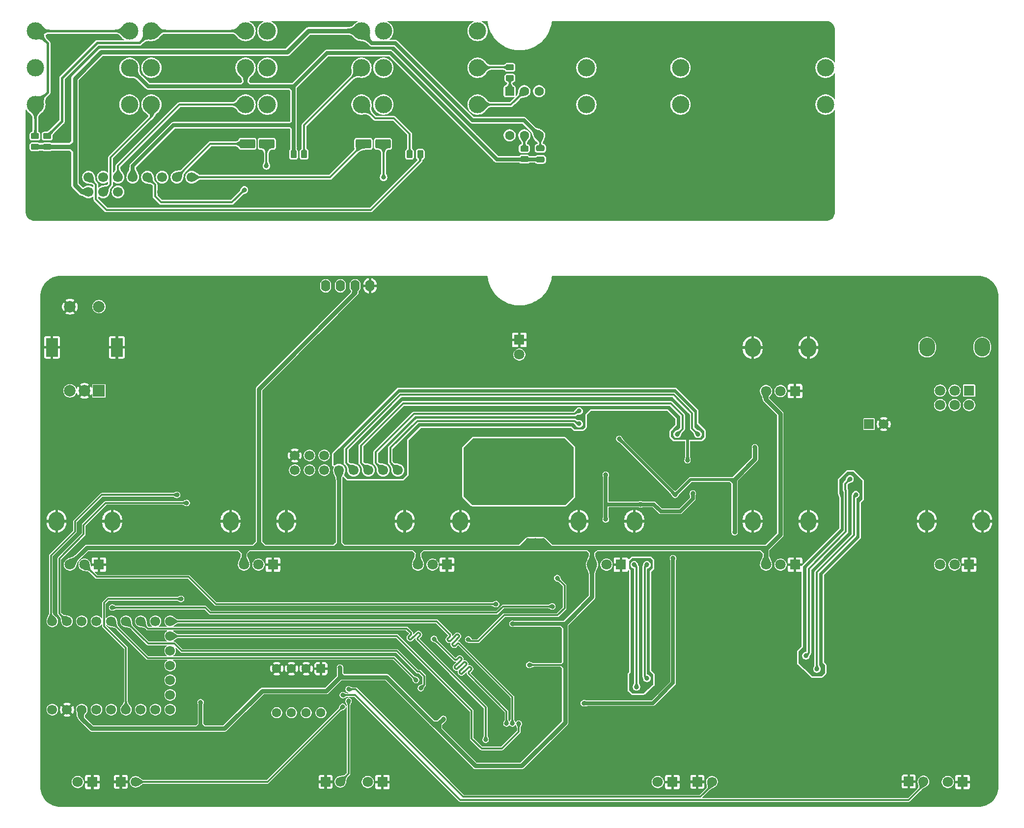
<source format=gbr>
%TF.GenerationSoftware,KiCad,Pcbnew,9.0.3*%
%TF.CreationDate,2025-08-21T10:40:16+02:00*%
%TF.ProjectId,RP2040-DSP_V2.0,52503230-3430-42d4-9453-505f56322e30,V2.0*%
%TF.SameCoordinates,Original*%
%TF.FileFunction,Copper,L2,Bot*%
%TF.FilePolarity,Positive*%
%FSLAX46Y46*%
G04 Gerber Fmt 4.6, Leading zero omitted, Abs format (unit mm)*
G04 Created by KiCad (PCBNEW 9.0.3) date 2025-08-21 10:40:16*
%MOMM*%
%LPD*%
G01*
G04 APERTURE LIST*
G04 Aperture macros list*
%AMRoundRect*
0 Rectangle with rounded corners*
0 $1 Rounding radius*
0 $2 $3 $4 $5 $6 $7 $8 $9 X,Y pos of 4 corners*
0 Add a 4 corners polygon primitive as box body*
4,1,4,$2,$3,$4,$5,$6,$7,$8,$9,$2,$3,0*
0 Add four circle primitives for the rounded corners*
1,1,$1+$1,$2,$3*
1,1,$1+$1,$4,$5*
1,1,$1+$1,$6,$7*
1,1,$1+$1,$8,$9*
0 Add four rect primitives between the rounded corners*
20,1,$1+$1,$2,$3,$4,$5,0*
20,1,$1+$1,$4,$5,$6,$7,0*
20,1,$1+$1,$6,$7,$8,$9,0*
20,1,$1+$1,$8,$9,$2,$3,0*%
G04 Aperture macros list end*
%TA.AperFunction,ComponentPad*%
%ADD10R,1.700000X1.700000*%
%TD*%
%TA.AperFunction,ComponentPad*%
%ADD11C,1.700000*%
%TD*%
%TA.AperFunction,ComponentPad*%
%ADD12RoundRect,0.250000X-0.550000X0.550000X-0.550000X-0.550000X0.550000X-0.550000X0.550000X0.550000X0*%
%TD*%
%TA.AperFunction,ComponentPad*%
%ADD13C,1.600000*%
%TD*%
%TA.AperFunction,ComponentPad*%
%ADD14RoundRect,0.250000X-0.600000X0.600000X-0.600000X-0.600000X0.600000X-0.600000X0.600000X0.600000X0*%
%TD*%
%TA.AperFunction,ComponentPad*%
%ADD15C,3.000000*%
%TD*%
%TA.AperFunction,ComponentPad*%
%ADD16R,2.000000X2.000000*%
%TD*%
%TA.AperFunction,ComponentPad*%
%ADD17C,2.000000*%
%TD*%
%TA.AperFunction,ComponentPad*%
%ADD18R,2.000000X3.200000*%
%TD*%
%TA.AperFunction,ComponentPad*%
%ADD19R,1.800000X1.800000*%
%TD*%
%TA.AperFunction,ComponentPad*%
%ADD20C,1.800000*%
%TD*%
%TA.AperFunction,SMDPad,CuDef*%
%ADD21RoundRect,0.250000X-1.075000X-0.550000X1.075000X-0.550000X1.075000X0.550000X-1.075000X0.550000X0*%
%TD*%
%TA.AperFunction,ComponentPad*%
%ADD22O,2.720000X3.240000*%
%TD*%
%TA.AperFunction,SMDPad,CuDef*%
%ADD23RoundRect,0.250000X0.262500X0.450000X-0.262500X0.450000X-0.262500X-0.450000X0.262500X-0.450000X0*%
%TD*%
%TA.AperFunction,SMDPad,CuDef*%
%ADD24RoundRect,0.250000X-0.450000X0.262500X-0.450000X-0.262500X0.450000X-0.262500X0.450000X0.262500X0*%
%TD*%
%TA.AperFunction,SMDPad,CuDef*%
%ADD25RoundRect,0.250000X0.450000X-0.262500X0.450000X0.262500X-0.450000X0.262500X-0.450000X-0.262500X0*%
%TD*%
%TA.AperFunction,ComponentPad*%
%ADD26O,1.600000X2.000000*%
%TD*%
%TA.AperFunction,SMDPad,CuDef*%
%ADD27RoundRect,0.250000X-0.262500X-0.450000X0.262500X-0.450000X0.262500X0.450000X-0.262500X0.450000X0*%
%TD*%
%TA.AperFunction,SMDPad,CuDef*%
%ADD28RoundRect,0.250000X0.475000X-0.250000X0.475000X0.250000X-0.475000X0.250000X-0.475000X-0.250000X0*%
%TD*%
%TA.AperFunction,ComponentPad*%
%ADD29RoundRect,0.250000X0.600000X-0.600000X0.600000X0.600000X-0.600000X0.600000X-0.600000X-0.600000X0*%
%TD*%
%TA.AperFunction,ViaPad*%
%ADD30C,0.800000*%
%TD*%
%TA.AperFunction,Conductor*%
%ADD31C,0.650000*%
%TD*%
%TA.AperFunction,Conductor*%
%ADD32C,0.500000*%
%TD*%
%TA.AperFunction,Conductor*%
%ADD33C,0.800000*%
%TD*%
%TA.AperFunction,Conductor*%
%ADD34C,0.320000*%
%TD*%
%TA.AperFunction,Conductor*%
%ADD35C,0.450000*%
%TD*%
G04 APERTURE END LIST*
D10*
%TO.P,J5,1,Pin_1*%
%TO.N,GNDD*%
X211728250Y-155200000D03*
D11*
%TO.P,J5,2,Pin_2*%
%TO.N,Net-(J5-Pin_2)*%
X214268250Y-155200000D03*
%TD*%
D12*
%TO.P,SW2,1*%
%TO.N,GNDD*%
X110397500Y-135732500D03*
D13*
%TO.P,SW2,2*%
X107857500Y-135732500D03*
%TO.P,SW2,3*%
X105317500Y-135732500D03*
%TO.P,SW2,4*%
X102777500Y-135732500D03*
%TO.P,SW2,5*%
%TO.N,Net-(U6-IO0_7)*%
X102777500Y-143352500D03*
%TO.P,SW2,6*%
%TO.N,Net-(U6-IO0_6)*%
X105317500Y-143352500D03*
%TO.P,SW2,7*%
%TO.N,Net-(U6-IO0_5)*%
X107857500Y-143352500D03*
%TO.P,SW2,8*%
%TO.N,Net-(U6-IO0_4)*%
X110397500Y-143352500D03*
%TD*%
D10*
%TO.P,J8,1,Pin_1*%
%TO.N,GNDD*%
X75903250Y-155260000D03*
D11*
%TO.P,J8,2,Pin_2*%
%TO.N,Net-(J8-Pin_2)*%
X78443250Y-155260000D03*
%TD*%
D10*
%TO.P,J7,1,Pin_1*%
%TO.N,GNDD*%
X111203250Y-155260000D03*
D11*
%TO.P,J7,2,Pin_2*%
%TO.N,Net-(J7-Pin_2)*%
X113743250Y-155260000D03*
%TD*%
%TO.P,U4,1,5V*%
%TO.N,unconnected-(U4-5V-Pad1)*%
X64087750Y-142812000D03*
%TO.P,U4,2,GND*%
%TO.N,GNDD*%
X66627750Y-142812000D03*
%TO.P,U4,3,3V3*%
%TO.N,+3V3*%
X69167750Y-142812000D03*
%TO.P,U4,4,GP29*%
%TO.N,/INT*%
X71707750Y-142812000D03*
%TO.P,U4,5,GP28*%
%TO.N,/MUX_ADC*%
X74247750Y-142812000D03*
%TO.P,U4,6,GP27*%
%TO.N,/MUX_A*%
X76787750Y-142812000D03*
%TO.P,U4,7,GP26*%
%TO.N,/MUX_B*%
X79327750Y-142812000D03*
%TO.P,U4,8,GP15*%
%TO.N,/MUX_C*%
X81867750Y-142812000D03*
%TO.P,U4,9,GP14*%
%TO.N,/SPI_SCK*%
X84407750Y-142812000D03*
%TO.P,U4,10,GP0*%
%TO.N,/MIDI_TX*%
X64087750Y-127572000D03*
%TO.P,U4,11,GP1*%
%TO.N,/MIDI_RX*%
X66627750Y-127572000D03*
%TO.P,U4,12,GP2*%
%TO.N,/ENC_A*%
X69167750Y-127572000D03*
%TO.P,U4,13,GP3*%
%TO.N,/ENC_B*%
X71707750Y-127572000D03*
%TO.P,U4,14,GP4*%
%TO.N,/I2C_SDA*%
X74247750Y-127572000D03*
%TO.P,U4,15,GP5*%
%TO.N,/I2C_SCL*%
X76787750Y-127572000D03*
%TO.P,U4,16,GP6*%
%TO.N,/I2S_TX*%
X79327750Y-127572000D03*
%TO.P,U4,17,GP7*%
%TO.N,/I2S_RX*%
X81867750Y-127572000D03*
%TO.P,U4,18,GP8*%
%TO.N,/I2S_BCK*%
X84407750Y-127572000D03*
%TO.P,U4,19,GP13*%
%TO.N,/SPI_CS*%
X84407750Y-140272000D03*
%TO.P,U4,20,GP12*%
%TO.N,/SPI_RX*%
X84407750Y-137732000D03*
%TO.P,U4,21,GP11*%
%TO.N,/SPI_TX*%
X84407750Y-135192000D03*
%TO.P,U4,22,GP10*%
%TO.N,/I2S_SCK*%
X84407750Y-132652000D03*
%TO.P,U4,23,GP9*%
%TO.N,/I2S_LRCK*%
X84407750Y-130112000D03*
%TD*%
D14*
%TO.P,J13,1,Pin_1*%
%TO.N,GND*%
X123660000Y-98960000D03*
D11*
%TO.P,J13,2,Pin_2*%
%TO.N,/R_OUT*%
X123660000Y-101500000D03*
%TO.P,J13,3,Pin_3*%
%TO.N,GND*%
X121120000Y-98960000D03*
%TO.P,J13,4,Pin_4*%
%TO.N,/L_OUT*%
X121120000Y-101500000D03*
%TO.P,J13,5,Pin_5*%
%TO.N,GND*%
X118580000Y-98960000D03*
%TO.P,J13,6,Pin_6*%
%TO.N,/L_IN*%
X118580000Y-101500000D03*
%TO.P,J13,7,Pin_7*%
%TO.N,GND*%
X116040000Y-98960000D03*
%TO.P,J13,8,Pin_8*%
%TO.N,/R_IN*%
X116040000Y-101500000D03*
%TO.P,J13,9,Pin_9*%
%TO.N,GND*%
X113500000Y-98960000D03*
%TO.P,J13,10,Pin_10*%
%TO.N,+3V3*%
X113500000Y-101500000D03*
%TO.P,J13,11,Pin_11*%
%TO.N,/EXP_1*%
X110960000Y-98960000D03*
%TO.P,J13,12,Pin_12*%
%TO.N,/VOL_1*%
X110960000Y-101500000D03*
%TO.P,J13,13,Pin_13*%
%TO.N,/VOL_2*%
X108420000Y-98960000D03*
%TO.P,J13,14,Pin_14*%
%TO.N,/MIDI_RX*%
X108420000Y-101500000D03*
%TO.P,J13,15,Pin_15*%
%TO.N,GNDD*%
X105880000Y-98960000D03*
%TO.P,J13,16,Pin_16*%
%TO.N,/MIDI_TX*%
X105880000Y-101500000D03*
%TD*%
D10*
%TO.P,J6,1,Pin_1*%
%TO.N,GNDD*%
X175278250Y-155260000D03*
D11*
%TO.P,J6,2,Pin_2*%
%TO.N,Net-(J6-Pin_2)*%
X177818250Y-155260000D03*
%TD*%
D10*
%TO.P,J1,1,Pin_1*%
%TO.N,Net-(D1-A)*%
X204878250Y-93550000D03*
D11*
%TO.P,J1,2,Pin_2*%
%TO.N,GNDD*%
X207418250Y-93550000D03*
%TD*%
D15*
%TO.P,J3,R*%
%TO.N,+3V3d*%
X97400000Y-32085000D03*
%TO.P,J3,RN*%
%TO.N,unconnected-(J3-PadRN)*%
X81170000Y-32085000D03*
%TO.P,J3,S*%
%TO.N,Net-(J3-PadS)*%
X97400000Y-25735000D03*
%TO.P,J3,SN*%
X81170000Y-25735000D03*
%TO.P,J3,T*%
%TO.N,/VOL_1d*%
X97400000Y-38435000D03*
%TO.P,J3,TN*%
%TO.N,/VOL_2d*%
X81170000Y-38435000D03*
%TD*%
D16*
%TO.P,SW1,A,A*%
%TO.N,/ENC_B*%
X72126500Y-87800000D03*
D17*
%TO.P,SW1,B,B*%
%TO.N,/ENC_A*%
X67126500Y-87800000D03*
%TO.P,SW1,C,C*%
%TO.N,GNDD*%
X69626500Y-87800000D03*
D18*
%TO.P,SW1,MP*%
X64026500Y-80300000D03*
X75226500Y-80300000D03*
D17*
%TO.P,SW1,S1,S1*%
X67126500Y-73300000D03*
%TO.P,SW1,S2,S2*%
%TO.N,Net-(U6-IO1_4)*%
X72126500Y-73300000D03*
%TD*%
D19*
%TO.P,D7,1,K*%
%TO.N,GNDD*%
X71001500Y-155300000D03*
D20*
%TO.P,D7,2,A*%
%TO.N,Net-(D7-A)*%
X68461500Y-155300000D03*
%TD*%
D19*
%TO.P,D8,1,K*%
%TO.N,GNDD*%
X144603250Y-79025000D03*
D20*
%TO.P,D8,2,A*%
%TO.N,Net-(D8-A)*%
X144603250Y-81565000D03*
%TD*%
D21*
%TO.P,C32,1*%
%TO.N,/R_OUTd*%
X117725000Y-45200000D03*
%TO.P,C32,2*%
%TO.N,Net-(C32-Pad2)*%
X121075000Y-45200000D03*
%TD*%
D15*
%TO.P,J12,R*%
%TO.N,Net-(C32-Pad2)*%
X172400000Y-32085000D03*
%TO.P,J12,RN*%
%TO.N,unconnected-(J12-PadRN)*%
X156170000Y-32085000D03*
%TO.P,J12,S*%
%TO.N,GNDd*%
X172400000Y-25735000D03*
%TO.P,J12,SN*%
X156170000Y-25735000D03*
%TO.P,J12,T*%
%TO.N,Net-(C33-Pad2)*%
X172400000Y-38435000D03*
%TO.P,J12,TN*%
%TO.N,unconnected-(J12-PadTN)*%
X156170000Y-38435000D03*
%TD*%
%TO.P,J11,R*%
%TO.N,Net-(J11-PadR)*%
X137400000Y-32085000D03*
%TO.P,J11,RN*%
%TO.N,unconnected-(J11-PadRN)*%
X121170000Y-32085000D03*
%TO.P,J11,S*%
%TO.N,unconnected-(J11-PadS)*%
X137400000Y-25735000D03*
%TO.P,J11,SN*%
%TO.N,unconnected-(J11-PadSN)*%
X121170000Y-25735000D03*
%TO.P,J11,T*%
%TO.N,Net-(J11-PadT)*%
X137400000Y-38435000D03*
%TO.P,J11,TN*%
%TO.N,unconnected-(J11-PadTN)*%
X121170000Y-38435000D03*
%TD*%
D22*
%TO.P,RV6,*%
%TO.N,GNDD*%
X184826500Y-80350000D03*
X194426500Y-80350000D03*
D19*
%TO.P,RV6,1,1*%
X192126500Y-87850000D03*
D20*
%TO.P,RV6,2,2*%
%TO.N,/VOL_2*%
X189626500Y-87850000D03*
%TO.P,RV6,3,3*%
%TO.N,+3V3*%
X187126500Y-87850000D03*
%TD*%
D22*
%TO.P,RV7,*%
%TO.N,GNDD*%
X64826500Y-110300000D03*
X74426500Y-110300000D03*
D19*
%TO.P,RV7,1,1*%
X72126500Y-117800000D03*
D20*
%TO.P,RV7,2,2*%
%TO.N,POT_6*%
X69626500Y-117800000D03*
%TO.P,RV7,3,3*%
%TO.N,+3V3*%
X67126500Y-117800000D03*
%TD*%
D15*
%TO.P,J10,R*%
%TO.N,Net-(J10-PadR)*%
X117400000Y-32085000D03*
%TO.P,J10,RN*%
%TO.N,unconnected-(J10-PadRN)*%
X101170000Y-32085000D03*
%TO.P,J10,S*%
%TO.N,GNDDd*%
X117400000Y-25735000D03*
%TO.P,J10,SN*%
%TO.N,unconnected-(J10-PadSN)*%
X101170000Y-25735000D03*
%TO.P,J10,T*%
%TO.N,Net-(J10-PadT)*%
X117400000Y-38435000D03*
%TO.P,J10,TN*%
%TO.N,unconnected-(J10-PadTN)*%
X101170000Y-38435000D03*
%TD*%
D23*
%TO.P,R16,1*%
%TO.N,/MIDI_TXd*%
X127512500Y-47000000D03*
%TO.P,R16,2*%
%TO.N,Net-(J10-PadT)*%
X125687500Y-47000000D03*
%TD*%
D24*
%TO.P,R23,1*%
%TO.N,Net-(J2-PadS)*%
X61100000Y-43887500D03*
%TO.P,R23,2*%
%TO.N,GNDDd*%
X61100000Y-45712500D03*
%TD*%
D22*
%TO.P,RV1,*%
%TO.N,GNDD*%
X214826500Y-110300000D03*
X224426500Y-110300000D03*
D19*
%TO.P,RV1,1,1*%
X222126500Y-117800000D03*
D20*
%TO.P,RV1,2,2*%
%TO.N,POT_1*%
X219626500Y-117800000D03*
%TO.P,RV1,3,3*%
%TO.N,+3V3*%
X217126500Y-117800000D03*
%TD*%
D15*
%TO.P,J2,R*%
%TO.N,+3V3d*%
X77400000Y-32085000D03*
%TO.P,J2,RN*%
%TO.N,unconnected-(J2-PadRN)*%
X61170000Y-32085000D03*
%TO.P,J2,S*%
%TO.N,Net-(J2-PadS)*%
X77400000Y-25735000D03*
%TO.P,J2,SN*%
X61170000Y-25735000D03*
%TO.P,J2,T*%
%TO.N,/EXP_1d*%
X77400000Y-38435000D03*
%TO.P,J2,TN*%
%TO.N,Net-(J2-PadS)*%
X61170000Y-38435000D03*
%TD*%
D24*
%TO.P,R18,1*%
%TO.N,Net-(J11-PadR)*%
X142960000Y-32022500D03*
%TO.P,R18,2*%
%TO.N,Net-(R18-Pad2)*%
X142960000Y-33847500D03*
%TD*%
D25*
%TO.P,R15,1*%
%TO.N,+3V3d*%
X145460000Y-47847500D03*
%TO.P,R15,2*%
%TO.N,/MIDI_RXd*%
X145460000Y-46022500D03*
%TD*%
D22*
%TO.P,RV2,*%
%TO.N,GNDD*%
X184826500Y-110300000D03*
X194426500Y-110300000D03*
D19*
%TO.P,RV2,1,1*%
X192126500Y-117800000D03*
D20*
%TO.P,RV2,2,2*%
%TO.N,POT_2*%
X189626500Y-117800000D03*
%TO.P,RV2,3,3*%
%TO.N,+3V3*%
X187126500Y-117800000D03*
%TD*%
D21*
%TO.P,C33,1*%
%TO.N,/L_OUTd*%
X97725000Y-45200000D03*
%TO.P,C33,2*%
%TO.N,Net-(C33-Pad2)*%
X101075000Y-45200000D03*
%TD*%
D26*
%TO.P,U12,1,GND*%
%TO.N,GNDD*%
X118846500Y-69700000D03*
%TO.P,U12,2,VCC*%
%TO.N,+3V3*%
X116306500Y-69700000D03*
%TO.P,U12,3,DCL*%
%TO.N,/I2C_SCL*%
X113766500Y-69700000D03*
%TO.P,U12,4,SDA*%
%TO.N,/I2C_SDA*%
X111226500Y-69700000D03*
%TD*%
D24*
%TO.P,R24,1*%
%TO.N,Net-(J3-PadS)*%
X63200000Y-43887500D03*
%TO.P,R24,2*%
%TO.N,GNDDd*%
X63200000Y-45712500D03*
%TD*%
D22*
%TO.P,RV3,*%
%TO.N,GNDD*%
X154826500Y-110300000D03*
X164426500Y-110300000D03*
D19*
%TO.P,RV3,1,1*%
X162126500Y-117800000D03*
D20*
%TO.P,RV3,2,2*%
%TO.N,POT_3*%
X159626500Y-117800000D03*
%TO.P,RV3,3,3*%
%TO.N,+3V3*%
X157126500Y-117800000D03*
%TD*%
D27*
%TO.P,R17,1*%
%TO.N,+3V3d*%
X105675000Y-47000000D03*
%TO.P,R17,2*%
%TO.N,Net-(J10-PadR)*%
X107500000Y-47000000D03*
%TD*%
D19*
%TO.P,D4,1,K*%
%TO.N,GNDD*%
X221001500Y-155300000D03*
D20*
%TO.P,D4,2,A*%
%TO.N,Net-(D4-A)*%
X218461500Y-155300000D03*
%TD*%
D28*
%TO.P,C31,1*%
%TO.N,+3V3d*%
X148210000Y-47885000D03*
%TO.P,C31,2*%
%TO.N,GNDDd*%
X148210000Y-45985000D03*
%TD*%
D22*
%TO.P,RV5,*%
%TO.N,GNDD*%
X94826500Y-110300000D03*
X104426500Y-110300000D03*
D19*
%TO.P,RV5,1,1*%
X102126500Y-117800000D03*
D20*
%TO.P,RV5,2,2*%
%TO.N,POT_5*%
X99626500Y-117800000D03*
%TO.P,RV5,3,3*%
%TO.N,+3V3*%
X97126500Y-117800000D03*
%TD*%
D22*
%TO.P,RV8,*%
%TO.N,GND*%
X214900000Y-80275000D03*
X224400000Y-80275000D03*
D19*
%TO.P,RV8,1,1*%
%TO.N,Net-(U9A--)*%
X222150000Y-87775000D03*
D20*
%TO.P,RV8,2,2*%
%TO.N,/R_ADC*%
X219650000Y-87775000D03*
%TO.P,RV8,3,3*%
X217150000Y-87775000D03*
%TO.P,RV8,4,4*%
%TO.N,Net-(U9B--)*%
X222150000Y-90275000D03*
%TO.P,RV8,5,5*%
%TO.N,/L_ADC*%
X219650000Y-90275000D03*
%TO.P,RV8,6,6*%
X217150000Y-90275000D03*
%TD*%
D19*
%TO.P,D5,1,K*%
%TO.N,GNDD*%
X171001500Y-155300000D03*
D20*
%TO.P,D5,2,A*%
%TO.N,Net-(D5-A)*%
X168461500Y-155300000D03*
%TD*%
D29*
%TO.P,J4,1,Pin_1*%
%TO.N,GNDd*%
X88120000Y-53500000D03*
D11*
%TO.P,J4,2,Pin_2*%
%TO.N,/R_OUTd*%
X88120000Y-50960000D03*
%TO.P,J4,3,Pin_3*%
%TO.N,GNDd*%
X85580000Y-53500000D03*
%TO.P,J4,4,Pin_4*%
%TO.N,/L_OUTd*%
X85580000Y-50960000D03*
%TO.P,J4,5,Pin_5*%
%TO.N,GNDd*%
X83040000Y-53500000D03*
%TO.P,J4,6,Pin_6*%
%TO.N,/L_INd*%
X83040000Y-50960000D03*
%TO.P,J4,7,Pin_7*%
%TO.N,GNDd*%
X80500000Y-53500000D03*
%TO.P,J4,8,Pin_8*%
%TO.N,/R_INd*%
X80500000Y-50960000D03*
%TO.P,J4,9,Pin_9*%
%TO.N,GNDd*%
X77960000Y-53500000D03*
%TO.P,J4,10,Pin_10*%
%TO.N,+3V3d*%
X77960000Y-50960000D03*
%TO.P,J4,11,Pin_11*%
%TO.N,/EXP_1d*%
X75420000Y-53500000D03*
%TO.P,J4,12,Pin_12*%
%TO.N,/VOL_1d*%
X75420000Y-50960000D03*
%TO.P,J4,13,Pin_13*%
%TO.N,/VOL_2d*%
X72880000Y-53500000D03*
%TO.P,J4,14,Pin_14*%
%TO.N,/MIDI_RXd*%
X72880000Y-50960000D03*
%TO.P,J4,15,Pin_15*%
%TO.N,GNDDd*%
X70340000Y-53500000D03*
%TO.P,J4,16,Pin_16*%
%TO.N,/MIDI_TXd*%
X70340000Y-50960000D03*
%TD*%
D12*
%TO.P,U11,1*%
%TO.N,Net-(R18-Pad2)*%
X142920000Y-36130000D03*
D13*
%TO.P,U11,2*%
%TO.N,Net-(J11-PadT)*%
X145460000Y-36130000D03*
%TO.P,U11,3,NC*%
%TO.N,unconnected-(U11-NC-Pad3)*%
X148000000Y-36130000D03*
%TO.P,U11,4*%
%TO.N,GNDDd*%
X148000000Y-43750000D03*
%TO.P,U11,5*%
%TO.N,/MIDI_RXd*%
X145460000Y-43750000D03*
%TO.P,U11,6*%
%TO.N,unconnected-(U11-Pad6)*%
X142920000Y-43750000D03*
%TD*%
D19*
%TO.P,D6,1,K*%
%TO.N,GNDD*%
X121001500Y-155300000D03*
D20*
%TO.P,D6,2,A*%
%TO.N,Net-(D6-A)*%
X118461500Y-155300000D03*
%TD*%
D15*
%TO.P,J9,R*%
%TO.N,/R_INd*%
X197400000Y-32085000D03*
%TO.P,J9,RN*%
%TO.N,GNDd*%
X181170000Y-32085000D03*
%TO.P,J9,S*%
X197400000Y-25735000D03*
%TO.P,J9,SN*%
X181170000Y-25735000D03*
%TO.P,J9,T*%
%TO.N,/L_INd*%
X197400000Y-38435000D03*
%TO.P,J9,TN*%
%TO.N,GNDd*%
X181170000Y-38435000D03*
%TD*%
D22*
%TO.P,RV4,*%
%TO.N,GNDD*%
X124826500Y-110300000D03*
X134426500Y-110300000D03*
D19*
%TO.P,RV4,1,1*%
X132126500Y-117800000D03*
D20*
%TO.P,RV4,2,2*%
%TO.N,POT_4*%
X129626500Y-117800000D03*
%TO.P,RV4,3,3*%
%TO.N,+3V3*%
X127126500Y-117800000D03*
%TD*%
D30*
%TO.N,GND*%
X174503250Y-105500000D03*
X166000000Y-138500000D03*
X201603250Y-104400000D03*
X159503250Y-102300000D03*
X194900000Y-134500000D03*
X165500000Y-107400000D03*
X154903250Y-92400000D03*
X159503250Y-110000000D03*
X173603250Y-92000000D03*
X173603250Y-99800000D03*
X165503250Y-117800000D03*
%TO.N,VCC*%
X161803250Y-96100000D03*
X171453250Y-105750000D03*
X185226625Y-97526625D03*
X181703250Y-112200000D03*
%TO.N,+5V*%
X155700000Y-141700000D03*
X171103250Y-116700000D03*
%TO.N,GNDD*%
X130975000Y-139710000D03*
X216475000Y-157710000D03*
X112975000Y-94710000D03*
X166975000Y-72210000D03*
X225475000Y-72210000D03*
X108475000Y-153210000D03*
X153475000Y-76710000D03*
X211975000Y-148710000D03*
X67975000Y-126210000D03*
X90475000Y-103710000D03*
X202975000Y-148710000D03*
X162475000Y-81210000D03*
X189475000Y-144210000D03*
X171475000Y-153210000D03*
X103975000Y-72210000D03*
X129600000Y-134800000D03*
X121975000Y-81210000D03*
X67975000Y-103710000D03*
X108475000Y-85710000D03*
X94975000Y-157710000D03*
X162475000Y-76710000D03*
X117475000Y-76710000D03*
X202975000Y-153210000D03*
X121975000Y-76710000D03*
X216475000Y-139710000D03*
X162475000Y-148710000D03*
X211975000Y-99210000D03*
X76975000Y-81210000D03*
X193975000Y-139710000D03*
X175975000Y-144210000D03*
X157975000Y-72210000D03*
X211975000Y-130710000D03*
X94975000Y-153210000D03*
X162475000Y-126210000D03*
X207475000Y-144210000D03*
X220975000Y-157710000D03*
X157975000Y-81210000D03*
X85975000Y-126210000D03*
X211975000Y-85710000D03*
X153475000Y-81210000D03*
X121975000Y-108210000D03*
X117475000Y-81210000D03*
X81475000Y-153210000D03*
X198475000Y-148710000D03*
X198475000Y-76710000D03*
X63475000Y-135210000D03*
X207475000Y-85710000D03*
X193975000Y-148710000D03*
X225475000Y-76710000D03*
X225475000Y-135210000D03*
X90475000Y-153210000D03*
X112975000Y-81210000D03*
X81475000Y-157710000D03*
X202975000Y-144210000D03*
X220975000Y-121710000D03*
X63475000Y-153210000D03*
X220975000Y-144210000D03*
X216475000Y-99210000D03*
X117475000Y-117210000D03*
X202975000Y-85710000D03*
X153475000Y-117210000D03*
X67975000Y-135210000D03*
X108475000Y-112710000D03*
X198475000Y-144210000D03*
X108475000Y-157710000D03*
X216475000Y-130710000D03*
X175975000Y-72210000D03*
X123200000Y-131600000D03*
X85975000Y-76710000D03*
X225475000Y-94710000D03*
X171475000Y-76710000D03*
X175975000Y-81210000D03*
X202975000Y-135210000D03*
X202975000Y-76710000D03*
X67975000Y-121710000D03*
X76975000Y-72210000D03*
X130975000Y-72210000D03*
X225475000Y-90210000D03*
X225475000Y-85710000D03*
X90475000Y-85710000D03*
X103975000Y-148710000D03*
X131200000Y-133400000D03*
X166975000Y-144210000D03*
X90475000Y-81210000D03*
X180475000Y-148710000D03*
X63475000Y-90210000D03*
X225475000Y-126210000D03*
X121975000Y-72210000D03*
X216475000Y-94710000D03*
X184975000Y-139710000D03*
X198475000Y-85710000D03*
X126475000Y-76710000D03*
X216475000Y-72210000D03*
X90475000Y-108210000D03*
X121975000Y-112710000D03*
X90475000Y-99210000D03*
X82800000Y-120800000D03*
X63475000Y-85710000D03*
X81475000Y-81210000D03*
X220975000Y-148710000D03*
X216475000Y-76710000D03*
X67975000Y-94710000D03*
X94975000Y-85710000D03*
X189475000Y-139710000D03*
X193975000Y-85710000D03*
X136000000Y-138200000D03*
X81475000Y-99210000D03*
X135800000Y-129200000D03*
X207475000Y-76710000D03*
X198475000Y-99210000D03*
X99475000Y-81210000D03*
X81475000Y-135210000D03*
X157975000Y-126210000D03*
X189475000Y-85710000D03*
X76975000Y-99210000D03*
X166975000Y-81210000D03*
X207475000Y-81210000D03*
X216475000Y-103710000D03*
X90475000Y-117210000D03*
X84800000Y-122800000D03*
X225475000Y-148710000D03*
X175975000Y-148710000D03*
X162475000Y-121710000D03*
X112975000Y-85710000D03*
X81475000Y-94710000D03*
X94975000Y-72210000D03*
X180475000Y-90210000D03*
X72475000Y-157710000D03*
X130975000Y-99210000D03*
X225475000Y-144210000D03*
X216475000Y-126210000D03*
X90475000Y-76710000D03*
X175975000Y-139710000D03*
X85975000Y-153210000D03*
X211975000Y-103710000D03*
X67975000Y-139710000D03*
X117475000Y-72210000D03*
X99475000Y-157710000D03*
X207475000Y-72210000D03*
X99475000Y-76710000D03*
X193975000Y-99210000D03*
X207475000Y-153210000D03*
X63475000Y-94710000D03*
X207475000Y-148710000D03*
X67975000Y-144210000D03*
X76975000Y-157710000D03*
X189475000Y-72210000D03*
X225475000Y-121710000D03*
X207475000Y-126210000D03*
X166975000Y-148710000D03*
X85975000Y-117210000D03*
X189475000Y-148710000D03*
X76975000Y-90210000D03*
X139975000Y-81210000D03*
X211975000Y-117210000D03*
X63475000Y-157710000D03*
X207475000Y-117210000D03*
X81475000Y-90210000D03*
X63475000Y-108210000D03*
X180475000Y-139710000D03*
X126500000Y-157700000D03*
X220975000Y-76710000D03*
X139975000Y-130710000D03*
X112975000Y-153210000D03*
X198475000Y-72210000D03*
X99475000Y-72210000D03*
X72475000Y-148710000D03*
X157975000Y-76710000D03*
X139975000Y-72210000D03*
X121975000Y-103710000D03*
X63475000Y-99210000D03*
X153475000Y-108210000D03*
X67975000Y-130710000D03*
X189475000Y-76710000D03*
X76975000Y-121710000D03*
X220975000Y-130710000D03*
X130975000Y-76710000D03*
X162475000Y-153210000D03*
X76975000Y-153210000D03*
X130000000Y-129200000D03*
X157975000Y-153210000D03*
X67975000Y-85710000D03*
X113600000Y-131600000D03*
X148975000Y-72210000D03*
X112975000Y-76710000D03*
X76975000Y-76710000D03*
X171475000Y-144210000D03*
X94975000Y-117210000D03*
X72475000Y-94710000D03*
X81475000Y-85710000D03*
X207475000Y-112710000D03*
X72475000Y-81210000D03*
X220975000Y-126210000D03*
X211975000Y-135210000D03*
X171475000Y-72210000D03*
X225475000Y-153210000D03*
X193975000Y-153210000D03*
X90475000Y-157710000D03*
X166975000Y-76710000D03*
X76975000Y-94710000D03*
X130975000Y-94710000D03*
X126475000Y-99210000D03*
X101200000Y-131600000D03*
X121975000Y-148710000D03*
X103975000Y-94710000D03*
X103975000Y-76710000D03*
X130975000Y-148710000D03*
X85975000Y-81210000D03*
X108475000Y-81210000D03*
X81475000Y-139710000D03*
X103975000Y-99210000D03*
X184975000Y-94710000D03*
X99475000Y-135210000D03*
X180475000Y-72210000D03*
X103975000Y-117210000D03*
X121975000Y-153210000D03*
X220975000Y-153210000D03*
X171475000Y-81210000D03*
X67975000Y-157710000D03*
X94975000Y-76710000D03*
X144475000Y-76710000D03*
X117475000Y-90210000D03*
X216475000Y-148710000D03*
X202975000Y-121710000D03*
X103975000Y-157710000D03*
X216475000Y-153210000D03*
X144475000Y-130710000D03*
X85975000Y-94710000D03*
X180475000Y-144210000D03*
X94975000Y-94710000D03*
X117475000Y-157710000D03*
X63475000Y-76710000D03*
X225475000Y-103710000D03*
X103975000Y-90210000D03*
X148975000Y-76710000D03*
X63475000Y-103710000D03*
X117475000Y-103710000D03*
X211975000Y-108210000D03*
X207475000Y-103710000D03*
X216475000Y-135210000D03*
X220975000Y-103710000D03*
X207475000Y-139710000D03*
X72475000Y-85710000D03*
X202975000Y-126210000D03*
X211975000Y-112710000D03*
X135475000Y-76710000D03*
X202975000Y-139710000D03*
X126475000Y-72210000D03*
X85975000Y-103710000D03*
X148975000Y-153210000D03*
X193975000Y-90210000D03*
X207475000Y-135210000D03*
X207475000Y-108210000D03*
X225475000Y-139710000D03*
X180475000Y-153210000D03*
X198475000Y-108210000D03*
X99475000Y-153210000D03*
X63475000Y-130710000D03*
X63475000Y-139710000D03*
X180475000Y-76710000D03*
X180475000Y-81210000D03*
X144475000Y-148710000D03*
X141500000Y-156500000D03*
X108475000Y-72210000D03*
X139975000Y-76710000D03*
X108475000Y-90210000D03*
X63475000Y-148710000D03*
X85975000Y-157710000D03*
X220975000Y-135210000D03*
X144475000Y-135210000D03*
X99475000Y-148710000D03*
X220975000Y-139710000D03*
X162475000Y-72210000D03*
X134600000Y-139600000D03*
X90475000Y-72210000D03*
X211975000Y-139710000D03*
X85975000Y-85710000D03*
X202975000Y-117210000D03*
X148975000Y-130710000D03*
X171475000Y-148710000D03*
X72475000Y-153210000D03*
X184975000Y-72210000D03*
X220975000Y-72210000D03*
X139975000Y-135210000D03*
X184975000Y-76710000D03*
X135475000Y-94710000D03*
X202975000Y-81210000D03*
X220975000Y-99210000D03*
X148975000Y-81210000D03*
X130975000Y-81210000D03*
X112975000Y-157710000D03*
X81475000Y-72210000D03*
X81475000Y-76710000D03*
X130975000Y-103710000D03*
X117475000Y-108210000D03*
X193975000Y-72210000D03*
X225475000Y-117210000D03*
X103975000Y-85710000D03*
X198475000Y-126210000D03*
X121975000Y-157710000D03*
X220975000Y-94710000D03*
X90475000Y-90210000D03*
X175975000Y-90210000D03*
X211975000Y-121710000D03*
X184975000Y-117210000D03*
X121975000Y-139710000D03*
X193975000Y-144210000D03*
X126475000Y-153210000D03*
X130975000Y-112710000D03*
X76975000Y-85710000D03*
X184975000Y-148710000D03*
X85975000Y-90210000D03*
X189475000Y-81210000D03*
X211975000Y-144210000D03*
X184975000Y-144210000D03*
X108475000Y-117210000D03*
X198475000Y-153210000D03*
X175975000Y-153210000D03*
X207475000Y-121710000D03*
X108475000Y-108210000D03*
X211975000Y-76710000D03*
X153475000Y-153210000D03*
X211975000Y-72210000D03*
X207475000Y-90210000D03*
X175975000Y-76710000D03*
X220975000Y-108210000D03*
X67975000Y-76710000D03*
X153475000Y-72210000D03*
X67975000Y-99210000D03*
X155900000Y-156500000D03*
X198475000Y-139710000D03*
X189475000Y-153210000D03*
X112975000Y-117210000D03*
X63475000Y-72210000D03*
X85975000Y-112710000D03*
X94975000Y-99210000D03*
X225475000Y-157710000D03*
X225475000Y-130710000D03*
X85975000Y-72210000D03*
X225475000Y-99210000D03*
X135475000Y-81210000D03*
X220975000Y-112710000D03*
X121975000Y-117210000D03*
X126475000Y-81210000D03*
X198475000Y-135210000D03*
X202975000Y-72210000D03*
X135475000Y-72210000D03*
X85975000Y-144210000D03*
X135475000Y-153210000D03*
X130975000Y-108210000D03*
X89000000Y-124200000D03*
X94975000Y-81210000D03*
X126475000Y-103710000D03*
X193975000Y-76710000D03*
X216475000Y-144210000D03*
X198475000Y-81210000D03*
X90475000Y-112710000D03*
X211975000Y-81210000D03*
X198475000Y-121710000D03*
X138600000Y-137600000D03*
X94975000Y-103710000D03*
%TO.N,+3V3*%
X147403250Y-114900000D03*
X140500000Y-96500000D03*
X149700000Y-101000000D03*
X144525000Y-106500000D03*
X146300000Y-135100000D03*
X149700000Y-98000000D03*
X140500000Y-98000000D03*
X146100000Y-113600000D03*
X139300000Y-96500000D03*
X148500000Y-99500000D03*
X139300000Y-99500000D03*
X148500000Y-101000000D03*
X147400000Y-113600000D03*
X148500000Y-98000000D03*
X139300000Y-101000000D03*
X143403250Y-128000000D03*
X148700000Y-113600000D03*
X149700000Y-99500000D03*
X148500000Y-96500000D03*
X113700000Y-135550000D03*
X148703250Y-114900000D03*
X139300000Y-98000000D03*
X146103250Y-114900000D03*
X89653250Y-141550000D03*
X140500000Y-101000000D03*
X140500000Y-99500000D03*
X131500000Y-144400000D03*
X149700000Y-96500000D03*
%TO.N,/L_ADC*%
X195900000Y-135800000D03*
X202603250Y-105700000D03*
%TO.N,/R_ADC*%
X201603250Y-103000000D03*
X194000000Y-133500000D03*
%TO.N,/L_DAC*%
X166600000Y-137400000D03*
X166603250Y-117800000D03*
%TO.N,/R_DAC*%
X164803250Y-138900000D03*
X164403250Y-117800000D03*
%TO.N,/I2C_SCL*%
X127603250Y-139100000D03*
%TO.N,/I2C_SDA*%
X126803250Y-137700000D03*
%TO.N,POT_6*%
X140603250Y-124600000D03*
%TO.N,/MUX_ADC*%
X74403250Y-125200000D03*
X150303250Y-125000000D03*
%TO.N,/MUX_A*%
X86303250Y-123700000D03*
%TO.N,/I2S_TX*%
X138800000Y-148000000D03*
%TO.N,/I2S_LRCK*%
X144500000Y-145200000D03*
%TO.N,/I2S_BCK*%
X143400000Y-145200000D03*
%TO.N,Net-(J5-Pin_2)*%
X114153250Y-140300000D03*
%TO.N,Net-(J6-Pin_2)*%
X115153250Y-139300000D03*
%TO.N,Net-(J7-Pin_2)*%
X115153250Y-141300000D03*
%TO.N,Net-(J8-Pin_2)*%
X114153250Y-142300000D03*
%TO.N,/L_OUT*%
X154903250Y-91300000D03*
%TO.N,/R_IN*%
X175403250Y-95300000D03*
%TO.N,/L_IN*%
X171803250Y-95300000D03*
%TO.N,/R_OUT*%
X154903250Y-93500000D03*
%TO.N,/MIDI_TX*%
X85600000Y-105750000D03*
%TO.N,Net-(U6-IO1_7)*%
X135800000Y-130700000D03*
X151126625Y-120123375D03*
%TO.N,/R_INd*%
X97200000Y-53150000D03*
%TO.N,/MIDI_RX*%
X87250000Y-107150000D03*
%TO.N,GNDd*%
X162475000Y-27210000D03*
X76975000Y-40710000D03*
X90475000Y-31710000D03*
X63475000Y-40710000D03*
X175975000Y-45210000D03*
X153475000Y-36210000D03*
X130975000Y-54210000D03*
X175975000Y-49710000D03*
X153475000Y-27210000D03*
X103975000Y-31710000D03*
X171475000Y-54210000D03*
X112975000Y-31710000D03*
X162475000Y-40710000D03*
X85975000Y-40710000D03*
X135475000Y-36210000D03*
X72475000Y-36210000D03*
X108475000Y-45210000D03*
X162475000Y-45210000D03*
X180475000Y-40710000D03*
X126475000Y-54210000D03*
X112975000Y-54210000D03*
X148975000Y-40710000D03*
X153475000Y-40710000D03*
X112975000Y-40710000D03*
X153475000Y-54210000D03*
X171475000Y-36210000D03*
X180475000Y-36210000D03*
X157975000Y-54210000D03*
X103975000Y-40710000D03*
X103975000Y-54210000D03*
X166975000Y-31710000D03*
X184975000Y-27210000D03*
X175975000Y-54210000D03*
X148975000Y-31710000D03*
X94975000Y-40710000D03*
X90475000Y-40710000D03*
X117475000Y-36210000D03*
X175975000Y-31710000D03*
X148975000Y-54210000D03*
X189475000Y-27210000D03*
X189475000Y-54210000D03*
X135475000Y-54210000D03*
X85975000Y-31710000D03*
X157975000Y-40710000D03*
X117475000Y-54210000D03*
X99475000Y-54210000D03*
X157975000Y-36210000D03*
X130975000Y-31710000D03*
X130975000Y-40710000D03*
X193975000Y-49710000D03*
X67975000Y-27210000D03*
X193975000Y-31710000D03*
X162475000Y-31710000D03*
X103975000Y-27210000D03*
X72475000Y-31710000D03*
X94975000Y-49710000D03*
X162475000Y-36210000D03*
X126475000Y-40710000D03*
X85975000Y-45210000D03*
X171475000Y-45210000D03*
X171475000Y-49710000D03*
X94975000Y-27210000D03*
X166975000Y-40710000D03*
X90475000Y-54210000D03*
X121975000Y-36210000D03*
X90475000Y-49710000D03*
X184975000Y-54210000D03*
X184975000Y-36210000D03*
X184975000Y-40710000D03*
X99475000Y-40710000D03*
X63475000Y-54210000D03*
X162475000Y-54210000D03*
X139975000Y-36210000D03*
X135475000Y-45210000D03*
X189475000Y-36210000D03*
X193975000Y-27210000D03*
X130975000Y-45210000D03*
X103975000Y-45210000D03*
X144475000Y-31710000D03*
X193975000Y-45210000D03*
X166975000Y-36210000D03*
X90475000Y-27210000D03*
X153475000Y-31710000D03*
X193975000Y-54210000D03*
X144475000Y-54210000D03*
X189475000Y-49710000D03*
X112975000Y-45210000D03*
X130975000Y-27210000D03*
X117475000Y-40710000D03*
X135475000Y-27210000D03*
X94975000Y-31710000D03*
X112975000Y-27210000D03*
X157975000Y-45210000D03*
X99475000Y-49710000D03*
X189475000Y-31710000D03*
X180475000Y-45210000D03*
X76975000Y-36210000D03*
X166975000Y-27210000D03*
X108475000Y-54210000D03*
X166975000Y-54210000D03*
X126475000Y-36210000D03*
X85975000Y-27210000D03*
X139975000Y-54210000D03*
X184975000Y-31710000D03*
X108475000Y-36210000D03*
X153475000Y-45210000D03*
X166975000Y-49710000D03*
X175975000Y-27210000D03*
X63475000Y-49710000D03*
X126475000Y-27210000D03*
X72475000Y-40710000D03*
%TO.N,Net-(C32-Pad2)*%
X121200000Y-51000000D03*
%TO.N,Net-(C33-Pad2)*%
X101000000Y-49000000D03*
%TO.N,/I2S_SCK*%
X129875000Y-130600000D03*
X142400000Y-145200000D03*
%TD*%
D31*
%TO.N,GND*%
X174503250Y-106396750D02*
X172300000Y-108600000D01*
X167800000Y-107400000D02*
X165500000Y-107400000D01*
X165500000Y-107400000D02*
X159503250Y-107400000D01*
X159503250Y-110000000D02*
X159503250Y-106400000D01*
X172300000Y-108600000D02*
X169000000Y-108600000D01*
X169000000Y-108600000D02*
X167800000Y-107400000D01*
X159503250Y-107400000D02*
X159503250Y-106400000D01*
D32*
X173603250Y-99800000D02*
X173603250Y-92000000D01*
D31*
X159503250Y-106400000D02*
X159503250Y-102300000D01*
X174503250Y-105500000D02*
X174503250Y-106396750D01*
D33*
%TO.N,VCC*%
X181703250Y-103800000D02*
X181703250Y-103096750D01*
D32*
X174106500Y-103096750D02*
X180000000Y-103096750D01*
D33*
X185226625Y-99573375D02*
X185226625Y-97526625D01*
D32*
X171453250Y-105750000D02*
X174106500Y-103096750D01*
X180000000Y-103096750D02*
X181000000Y-103096750D01*
D33*
X181703250Y-103096750D02*
X185226625Y-99573375D01*
D32*
X180000000Y-103096750D02*
X181703250Y-103096750D01*
X161803250Y-96100000D02*
X171453250Y-105750000D01*
D33*
X181703250Y-112200000D02*
X181703250Y-103800000D01*
D32*
X181000000Y-103096750D02*
X181703250Y-103800000D01*
D31*
%TO.N,+5V*%
X155700000Y-141700000D02*
X167600000Y-141700000D01*
X171103250Y-138196750D02*
X171103250Y-116700000D01*
X167600000Y-141700000D02*
X171103250Y-138196750D01*
D33*
%TO.N,+3V3*%
X100553250Y-114900000D02*
X99703250Y-114050000D01*
X99703250Y-114050000D02*
X99703250Y-114900000D01*
D31*
X151803250Y-128000000D02*
X152503250Y-128700000D01*
D33*
X130700000Y-145200000D02*
X129700000Y-145200000D01*
X113700000Y-137200000D02*
X113700000Y-136700000D01*
X111300000Y-139600000D02*
X113700000Y-137200000D01*
D34*
X151400000Y-135100000D02*
X151900000Y-135100000D01*
D31*
X89653250Y-145453250D02*
X90250000Y-146050000D01*
D33*
X152503250Y-128700000D02*
X152503250Y-128000000D01*
X157126500Y-115600000D02*
X157126500Y-114923250D01*
X115100000Y-137200000D02*
X121700000Y-137200000D01*
X148700000Y-113600000D02*
X146100000Y-113600000D01*
X148703250Y-114900000D02*
X151000000Y-114900000D01*
X115150000Y-114900000D02*
X117150000Y-114900000D01*
X157126500Y-117800000D02*
X157126500Y-115600000D01*
X160100000Y-114900000D02*
X157826500Y-114900000D01*
X185150000Y-114900000D02*
X186326500Y-114900000D01*
X187303250Y-114900000D02*
X189603250Y-112600000D01*
D34*
X152400000Y-134600000D02*
X152503250Y-134600000D01*
D33*
X125700000Y-114900000D02*
X126376500Y-114900000D01*
X146100000Y-114896750D02*
X146103250Y-114900000D01*
X69167750Y-142812000D02*
X69167750Y-144314500D01*
X189603250Y-112600000D02*
X189603250Y-91800000D01*
D34*
X146300000Y-135100000D02*
X151400000Y-135100000D01*
D33*
X117150000Y-114900000D02*
X125700000Y-114900000D01*
X144800000Y-114900000D02*
X144000000Y-114900000D01*
D34*
X151900000Y-135100000D02*
X152203250Y-135100000D01*
D33*
X152503250Y-135800000D02*
X152503250Y-135400000D01*
D31*
X151600000Y-128000000D02*
X143403250Y-128000000D01*
D33*
X126376500Y-114900000D02*
X127126500Y-115650000D01*
X99703250Y-114900000D02*
X101750000Y-114900000D01*
X70903250Y-146050000D02*
X89050000Y-146050000D01*
X152503250Y-144996750D02*
X145000000Y-152500000D01*
X160100000Y-114900000D02*
X185150000Y-114900000D01*
X127403250Y-114900000D02*
X130050000Y-114900000D01*
X97926500Y-114900000D02*
X97126500Y-115700000D01*
D31*
X89653250Y-144400000D02*
X89653250Y-145453250D01*
D33*
X69167750Y-144314500D02*
X70903250Y-146050000D01*
X130050000Y-114900000D02*
X127876500Y-114900000D01*
X130750000Y-145150000D02*
X130750000Y-146250000D01*
X99703250Y-87500000D02*
X116306500Y-70896750D01*
X90250000Y-146050000D02*
X93800000Y-146050000D01*
X113500000Y-114200000D02*
X113500000Y-101500000D01*
X121700000Y-137200000D02*
X129700000Y-145200000D01*
X125700000Y-114900000D02*
X127403250Y-114900000D01*
X113700000Y-136700000D02*
X113700000Y-135550000D01*
X93800000Y-146050000D02*
X100250000Y-139600000D01*
X127126500Y-115176750D02*
X127403250Y-114900000D01*
X114200000Y-137200000D02*
X113700000Y-136700000D01*
D34*
X151400000Y-135100000D02*
X151803250Y-135100000D01*
D33*
X131500000Y-144400000D02*
X130750000Y-145150000D01*
X150000000Y-114900000D02*
X151000000Y-114900000D01*
D34*
X152203250Y-135100000D02*
X152503250Y-135400000D01*
D33*
X185150000Y-114900000D02*
X187303250Y-114900000D01*
X115100000Y-137200000D02*
X114200000Y-137200000D01*
X152503250Y-134600000D02*
X152503250Y-128700000D01*
X157103250Y-114900000D02*
X160100000Y-114900000D01*
X70026500Y-114900000D02*
X94800000Y-114900000D01*
X148703250Y-113603250D02*
X148700000Y-113600000D01*
X98853250Y-114900000D02*
X97926500Y-114900000D01*
X152503250Y-135400000D02*
X152503250Y-134600000D01*
X127126500Y-117800000D02*
X127126500Y-115650000D01*
D31*
X89653250Y-144400000D02*
X89653250Y-145446750D01*
D33*
X113500000Y-114200000D02*
X114200000Y-114900000D01*
X146100000Y-113600000D02*
X144800000Y-114900000D01*
X89050000Y-146050000D02*
X89653250Y-146050000D01*
X100250000Y-139600000D02*
X111300000Y-139600000D01*
X157126500Y-117800000D02*
X157126500Y-123376750D01*
X130750000Y-146250000D02*
X129700000Y-145200000D01*
X131500000Y-144400000D02*
X130700000Y-145200000D01*
X67126500Y-117800000D02*
X70026500Y-114900000D01*
D31*
X152503250Y-128000000D02*
X151600000Y-128000000D01*
D33*
X144000000Y-114900000D02*
X148703250Y-114900000D01*
X152503250Y-135800000D02*
X152503250Y-144996750D01*
X187126500Y-89323250D02*
X187126500Y-87850000D01*
X189603250Y-91800000D02*
X187126500Y-89323250D01*
X137000000Y-152500000D02*
X130750000Y-146250000D01*
X155000000Y-114900000D02*
X156426500Y-114900000D01*
X94800000Y-114900000D02*
X97003250Y-114900000D01*
X112800000Y-114900000D02*
X112400000Y-114900000D01*
X157126500Y-114923250D02*
X157103250Y-114900000D01*
X145000000Y-152500000D02*
X137000000Y-152500000D01*
X112400000Y-114900000D02*
X115150000Y-114900000D01*
D34*
X151803250Y-135100000D02*
X152503250Y-135800000D01*
D33*
X113500000Y-114900000D02*
X113500000Y-114200000D01*
X148700000Y-113600000D02*
X150000000Y-114900000D01*
X130050000Y-114900000D02*
X144000000Y-114900000D01*
X97126500Y-115023250D02*
X97003250Y-114900000D01*
X97126500Y-115700000D02*
X97126500Y-115023250D01*
D31*
X89653250Y-141550000D02*
X89653250Y-144400000D01*
D33*
X116306500Y-69700000D02*
X116306500Y-70896750D01*
X148703250Y-114900000D02*
X148703250Y-114200000D01*
X127126500Y-115650000D02*
X127126500Y-115176750D01*
X117150000Y-114900000D02*
X113500000Y-114900000D01*
X146100000Y-114200000D02*
X148703250Y-114200000D01*
D34*
X151900000Y-135100000D02*
X152400000Y-134600000D01*
D33*
X157826500Y-114900000D02*
X157126500Y-115600000D01*
X113500000Y-114200000D02*
X112800000Y-114900000D01*
X98150000Y-114900000D02*
X98853250Y-114900000D01*
D31*
X89653250Y-145446750D02*
X89050000Y-146050000D01*
D33*
X187126500Y-115076750D02*
X187303250Y-114900000D01*
X187126500Y-117800000D02*
X187126500Y-115700000D01*
X99703250Y-87500000D02*
X99703250Y-114050000D01*
X114200000Y-114900000D02*
X115150000Y-114900000D01*
X113700000Y-137200000D02*
X115100000Y-137200000D01*
X148703250Y-114200000D02*
X148703250Y-113603250D01*
X101750000Y-114900000D02*
X100553250Y-114900000D01*
D31*
X89653250Y-144400000D02*
X89653250Y-146050000D01*
D33*
X94800000Y-114900000D02*
X96326500Y-114900000D01*
X146100000Y-114200000D02*
X146100000Y-114896750D01*
X98853250Y-114900000D02*
X99703250Y-114050000D01*
X155000000Y-114900000D02*
X157103250Y-114900000D01*
X98150000Y-114900000D02*
X99703250Y-114900000D01*
D31*
X151600000Y-128000000D02*
X151803250Y-128000000D01*
D33*
X90250000Y-146050000D02*
X89653250Y-146050000D01*
X97003250Y-114900000D02*
X98150000Y-114900000D01*
X127876500Y-114900000D02*
X127126500Y-115650000D01*
X146100000Y-113600000D02*
X146100000Y-114200000D01*
X186326500Y-114900000D02*
X187126500Y-115700000D01*
X96326500Y-114900000D02*
X97126500Y-115700000D01*
X101750000Y-114900000D02*
X112400000Y-114900000D01*
X97126500Y-117800000D02*
X97126500Y-115700000D01*
X151000000Y-114900000D02*
X155000000Y-114900000D01*
X156426500Y-114900000D02*
X157126500Y-115600000D01*
X157126500Y-123376750D02*
X152503250Y-128000000D01*
X187126500Y-115700000D02*
X187126500Y-115076750D01*
D34*
%TO.N,/L_ADC*%
X195900000Y-135800000D02*
X195900000Y-119100000D01*
X202303250Y-106000000D02*
X202603250Y-105700000D01*
X202303250Y-112696750D02*
X202303250Y-106000000D01*
X195900000Y-119100000D02*
X202303250Y-112696750D01*
%TO.N,/R_ADC*%
X200753250Y-104850000D02*
X200753250Y-103850000D01*
X194000000Y-133500000D02*
X194500000Y-133000000D01*
X200903250Y-112100000D02*
X200903250Y-105000000D01*
X200903250Y-105000000D02*
X200753250Y-104850000D01*
X200753250Y-103850000D02*
X201603250Y-103000000D01*
X194500000Y-133000000D02*
X194500000Y-118503250D01*
X194500000Y-118503250D02*
X200903250Y-112100000D01*
%TO.N,/L_DAC*%
X166600000Y-137396750D02*
X166203250Y-137000000D01*
X166203250Y-118200000D02*
X166603250Y-117800000D01*
X166203250Y-137000000D02*
X166203250Y-118200000D01*
X166600000Y-137400000D02*
X166600000Y-137396750D01*
%TO.N,/R_DAC*%
X164803250Y-118200000D02*
X164403250Y-117800000D01*
X164803250Y-138900000D02*
X164803250Y-118200000D01*
%TO.N,/I2C_SCL*%
X80615750Y-131400000D02*
X76787750Y-127572000D01*
X85103250Y-131400000D02*
X80615750Y-131400000D01*
X123503250Y-132700000D02*
X86403250Y-132700000D01*
X127403250Y-136250000D02*
X127053250Y-136250000D01*
X127053250Y-136250000D02*
X123503250Y-132700000D01*
X128203250Y-138500000D02*
X128203250Y-137050000D01*
X127603250Y-139100000D02*
X128203250Y-138500000D01*
X86403250Y-132700000D02*
X85103250Y-131400000D01*
X128203250Y-137050000D02*
X127403250Y-136250000D01*
%TO.N,/I2C_SDA*%
X126803250Y-137700000D02*
X123003250Y-133900000D01*
X80575750Y-133900000D02*
X74247750Y-127572000D01*
X123003250Y-133900000D02*
X80575750Y-133900000D01*
%TO.N,POT_6*%
X71726500Y-119900000D02*
X69626500Y-117800000D01*
X140603250Y-124600000D02*
X92303250Y-124600000D01*
X92303250Y-124600000D02*
X87603250Y-119900000D01*
X87603250Y-119900000D02*
X71726500Y-119900000D01*
%TO.N,/MUX_ADC*%
X74403250Y-125200000D02*
X90450000Y-125200000D01*
X90450000Y-125200000D02*
X91350000Y-126100000D01*
X140700000Y-126100000D02*
X141800000Y-125000000D01*
X91350000Y-126100000D02*
X140700000Y-126100000D01*
X141800000Y-125000000D02*
X150303250Y-125000000D01*
%TO.N,/MUX_A*%
X73003250Y-128400000D02*
X76787750Y-132184500D01*
X76787750Y-132184500D02*
X76787750Y-142812000D01*
X73003250Y-124400000D02*
X73003250Y-128400000D01*
X73703250Y-123700000D02*
X73003250Y-124400000D01*
X86303250Y-123700000D02*
X73703250Y-123700000D01*
%TO.N,/I2S_TX*%
X125542367Y-130581580D02*
X125627219Y-130666432D01*
X127465695Y-130015893D02*
X127098000Y-130383589D01*
X125910063Y-129874474D02*
X125542367Y-130242169D01*
X79327750Y-127572000D02*
X80580750Y-128825000D01*
X127097999Y-130722999D02*
X138800000Y-142425000D01*
X127380843Y-129591629D02*
X127465695Y-129676481D01*
X80580750Y-128825000D02*
X125200000Y-128825000D01*
X125200000Y-128825000D02*
X125910063Y-129535063D01*
X126504031Y-130129031D02*
X126673735Y-129959324D01*
X126504032Y-130129030D02*
X126504031Y-130129031D01*
X126673735Y-129959324D02*
X127041431Y-129591628D01*
X138800000Y-142425000D02*
X138800000Y-148000000D01*
X125966631Y-130666432D02*
X126504032Y-130129030D01*
X127465695Y-129676481D02*
G75*
G02*
X127465708Y-130015906I-169695J-169719D01*
G01*
X127098000Y-130383589D02*
G75*
G03*
X127097993Y-130723005I169700J-169711D01*
G01*
X127041431Y-129591628D02*
G75*
G02*
X127380806Y-129591665I169669J-169672D01*
G01*
X125542367Y-130242169D02*
G75*
G03*
X125542341Y-130581605I169733J-169731D01*
G01*
X125627219Y-130666432D02*
G75*
G03*
X125966631Y-130666432I169706J169704D01*
G01*
X125910063Y-129535063D02*
G75*
G02*
X125910095Y-129874506I-169663J-169737D01*
G01*
%TO.N,/I2S_LRCK*%
X144500000Y-145200000D02*
X144500000Y-146600000D01*
X141600000Y-149500000D02*
X138100000Y-149500000D01*
X136376625Y-142976625D02*
X123512000Y-130112000D01*
X144500000Y-146600000D02*
X141600000Y-149500000D01*
X138100000Y-149500000D02*
X136376625Y-147776625D01*
X123512000Y-130112000D02*
X84407750Y-130112000D01*
X136376625Y-147776625D02*
X136376625Y-142976625D01*
%TO.N,/I2S_BCK*%
X133644143Y-130844144D02*
X133644144Y-130844144D01*
X132258216Y-130872429D02*
X132343068Y-130957281D01*
X133531006Y-131805808D02*
X133898701Y-131438112D01*
X133106742Y-131720956D02*
X133191594Y-131805808D01*
X132682480Y-130957281D02*
X133219881Y-130419879D01*
X133106742Y-131381545D02*
X133644144Y-130844144D01*
X143400000Y-140600000D02*
X143400000Y-145200000D01*
X130372000Y-127572000D02*
X132625912Y-129825912D01*
X132625912Y-130165323D02*
X132258216Y-130533018D01*
X133219881Y-130419879D02*
X133219880Y-130419880D01*
X134181544Y-130306742D02*
X133644143Y-130844144D01*
X84407750Y-127572000D02*
X130372000Y-127572000D01*
X134238112Y-131438112D02*
X143400000Y-140600000D01*
X133219880Y-130419880D02*
X133757280Y-129882477D01*
X134096692Y-129882478D02*
X134181544Y-129967330D01*
X133191594Y-131805808D02*
G75*
G03*
X133531006Y-131805808I169706J169704D01*
G01*
X132625912Y-129825912D02*
G75*
G02*
X132625895Y-130165305I-169712J-169688D01*
G01*
X133757280Y-129882477D02*
G75*
G02*
X134096706Y-129882463I169720J-169723D01*
G01*
X133898701Y-131438112D02*
G75*
G02*
X134238112Y-131438112I169705J-169707D01*
G01*
X134181544Y-129967330D02*
G75*
G02*
X134181508Y-130306706I-169744J-169670D01*
G01*
X132343068Y-130957281D02*
G75*
G03*
X132682480Y-130957281I169706J169704D01*
G01*
X132258216Y-130533018D02*
G75*
G03*
X132258239Y-130872405I169684J-169682D01*
G01*
X133106742Y-131381545D02*
G75*
G03*
X133106692Y-131721006I169658J-169755D01*
G01*
%TO.N,/MIDI_RXd*%
X145460000Y-46022500D02*
X145460000Y-43750000D01*
%TO.N,/MIDI_TXd*%
X70340000Y-50960000D02*
X71600000Y-52220000D01*
X73450000Y-56600000D02*
X119000000Y-56600000D01*
X119000000Y-56600000D02*
X127512500Y-48087500D01*
X71600000Y-54750000D02*
X73450000Y-56600000D01*
X127512500Y-48087500D02*
X127512500Y-47000000D01*
X71600000Y-52220000D02*
X71600000Y-54750000D01*
%TO.N,Net-(J10-PadR)*%
X107500000Y-41985000D02*
X117400000Y-32085000D01*
X107500000Y-47000000D02*
X107500000Y-41985000D01*
%TO.N,Net-(J10-PadT)*%
X125687500Y-43487500D02*
X125687500Y-47000000D01*
X117400000Y-38435000D02*
X119765000Y-40800000D01*
X119765000Y-40800000D02*
X123000000Y-40800000D01*
X123000000Y-40800000D02*
X125687500Y-43487500D01*
%TO.N,Net-(J11-PadT)*%
X143155000Y-38435000D02*
X145460000Y-36130000D01*
X137400000Y-38435000D02*
X143155000Y-38435000D01*
%TO.N,Net-(J5-Pin_2)*%
X114153250Y-140300000D02*
X116303250Y-140300000D01*
X116303250Y-140300000D02*
X134403250Y-158400000D01*
X134403250Y-158400000D02*
X211703250Y-158400000D01*
X211703250Y-158400000D02*
X214268250Y-155835000D01*
%TO.N,Net-(J6-Pin_2)*%
X175826625Y-157826625D02*
X177818250Y-155835000D01*
X116403250Y-139300000D02*
X134929875Y-157826625D01*
X115153250Y-139300000D02*
X116403250Y-139300000D01*
X134929875Y-157826625D02*
X175826625Y-157826625D01*
%TO.N,Net-(J7-Pin_2)*%
X115153250Y-153850000D02*
X113743250Y-155260000D01*
X115153250Y-141300000D02*
X115153250Y-153850000D01*
%TO.N,Net-(J8-Pin_2)*%
X101193250Y-155260000D02*
X114153250Y-142300000D01*
X101193250Y-155260000D02*
X78443250Y-155260000D01*
%TO.N,/L_OUT*%
X126450000Y-91800000D02*
X119850000Y-98400000D01*
X119850000Y-100230000D02*
X121120000Y-101500000D01*
X154653250Y-91300000D02*
X154153250Y-91800000D01*
X154903250Y-91300000D02*
X154653250Y-91300000D01*
X119850000Y-98400000D02*
X119850000Y-100230000D01*
X126450000Y-91800000D02*
X154153250Y-91800000D01*
%TO.N,/R_IN*%
X116040000Y-101500000D02*
X114750000Y-100210000D01*
X114750000Y-97850000D02*
X124100000Y-88500000D01*
X171203250Y-88500000D02*
X174403250Y-91700000D01*
X174403250Y-91700000D02*
X174403250Y-94300000D01*
X124100000Y-88500000D02*
X171203250Y-88500000D01*
X114750000Y-100210000D02*
X114750000Y-97850000D01*
X174403250Y-94300000D02*
X175403250Y-95300000D01*
%TO.N,/L_IN*%
X170700000Y-90000000D02*
X172750000Y-92050000D01*
X172750000Y-92050000D02*
X172750000Y-94353250D01*
X124550000Y-90000000D02*
X170700000Y-90000000D01*
X117300000Y-97250000D02*
X124550000Y-90000000D01*
X118580000Y-101500000D02*
X117300000Y-100220000D01*
X117300000Y-100220000D02*
X117300000Y-97250000D01*
X172750000Y-94353250D02*
X171803250Y-95300000D01*
%TO.N,/R_OUT*%
X122350000Y-100190000D02*
X123660000Y-101500000D01*
X122350000Y-97650000D02*
X122350000Y-100190000D01*
X154903250Y-93500000D02*
X154653250Y-93500000D01*
X154153250Y-93000000D02*
X127000000Y-93000000D01*
X154653250Y-93500000D02*
X154153250Y-93000000D01*
X127000000Y-93000000D02*
X122350000Y-97650000D01*
%TO.N,Net-(J11-PadR)*%
X142960000Y-32022500D02*
X137462500Y-32022500D01*
%TO.N,/VOL_2d*%
X81170000Y-40530000D02*
X74150000Y-47550000D01*
X74150000Y-47550000D02*
X74150000Y-52230000D01*
X81170000Y-38435000D02*
X81170000Y-40530000D01*
X74150000Y-52230000D02*
X72880000Y-53500000D01*
%TO.N,/VOL_1d*%
X86015000Y-38435000D02*
X75420000Y-49030000D01*
X97400000Y-38435000D02*
X86015000Y-38435000D01*
X75420000Y-49030000D02*
X75420000Y-50960000D01*
%TO.N,/MIDI_TX*%
X68000000Y-110350000D02*
X68000000Y-112050000D01*
X85600000Y-105750000D02*
X72600000Y-105750000D01*
X72600000Y-105750000D02*
X68000000Y-110350000D01*
X63850000Y-116200000D02*
X63850000Y-127334250D01*
X68000000Y-112050000D02*
X63850000Y-116200000D01*
%TO.N,Net-(U6-IO1_7)*%
X142000000Y-126500000D02*
X151203250Y-126500000D01*
X152403250Y-121400000D02*
X151126625Y-120123375D01*
X137500000Y-131000000D02*
X142000000Y-126500000D01*
X151203250Y-126500000D02*
X152403250Y-125300000D01*
X135800000Y-130700000D02*
X136100000Y-131000000D01*
X152403250Y-125300000D02*
X152403250Y-121400000D01*
X136100000Y-131000000D02*
X137500000Y-131000000D01*
%TO.N,/L_OUTd*%
X91340000Y-45200000D02*
X97725000Y-45200000D01*
X85580000Y-50960000D02*
X91340000Y-45200000D01*
%TO.N,/R_INd*%
X81800000Y-52260000D02*
X80500000Y-50960000D01*
X82850000Y-55300000D02*
X81800000Y-54250000D01*
X95050000Y-55300000D02*
X82850000Y-55300000D01*
X97200000Y-53150000D02*
X95050000Y-55300000D01*
X81800000Y-54250000D02*
X81800000Y-52260000D01*
%TO.N,/MIDI_RX*%
X73300000Y-107150000D02*
X69500000Y-110950000D01*
X87250000Y-107150000D02*
X73300000Y-107150000D01*
X69500000Y-110950000D02*
X69500000Y-112550000D01*
X69500000Y-112550000D02*
X65300000Y-116750000D01*
X65300000Y-126244250D02*
X66627750Y-127572000D01*
X65300000Y-116750000D02*
X65300000Y-126244250D01*
%TO.N,Net-(R18-Pad2)*%
X142960000Y-33847500D02*
X142960000Y-36090000D01*
%TO.N,/R_OUTd*%
X88120000Y-50960000D02*
X111965000Y-50960000D01*
X111965000Y-50960000D02*
X117725000Y-45200000D01*
D33*
%TO.N,GNDDd*%
X68000000Y-46400000D02*
X68000000Y-52300000D01*
D34*
X148210000Y-45985000D02*
X148210000Y-43960000D01*
D33*
X68000000Y-33900000D02*
X72500000Y-29400000D01*
D31*
X119200000Y-27850000D02*
X117400000Y-26050000D01*
D33*
X69200000Y-53500000D02*
X70340000Y-53500000D01*
X68000000Y-45000000D02*
X68000000Y-33900000D01*
X66800000Y-45712500D02*
X67312500Y-45712500D01*
X104600000Y-29400000D02*
X108265000Y-25735000D01*
X72500000Y-29400000D02*
X104600000Y-29400000D01*
X68000000Y-45700000D02*
X67987500Y-45712500D01*
D31*
X148000000Y-43750000D02*
X145400000Y-41150000D01*
D33*
X67987500Y-45712500D02*
X66800000Y-45712500D01*
X67287500Y-45712500D02*
X68000000Y-45000000D01*
X68000000Y-45000000D02*
X68000000Y-45700000D01*
D31*
X136550000Y-41150000D02*
X123250000Y-27850000D01*
X123250000Y-27850000D02*
X119200000Y-27850000D01*
D33*
X68000000Y-45700000D02*
X68000000Y-46400000D01*
D31*
X145400000Y-41150000D02*
X136550000Y-41150000D01*
D33*
X68000000Y-52300000D02*
X69200000Y-53500000D01*
X66800000Y-45712500D02*
X67287500Y-45712500D01*
X108265000Y-25735000D02*
X117400000Y-25735000D01*
X67312500Y-45712500D02*
X68000000Y-46400000D01*
X66800000Y-45712500D02*
X61100000Y-45712500D01*
D31*
%TO.N,+3V3d*%
X77960000Y-50960000D02*
X77960000Y-49040000D01*
X105675000Y-35875000D02*
X105100000Y-35300000D01*
X97400000Y-34700000D02*
X97400000Y-32085000D01*
X105675000Y-35300000D02*
X105100000Y-35300000D01*
X96800000Y-35300000D02*
X80615000Y-35300000D01*
X105675000Y-42475000D02*
X105200000Y-42000000D01*
X105675000Y-36100000D02*
X105675000Y-35300000D01*
X98400000Y-35300000D02*
X96800000Y-35300000D01*
X111425000Y-29550000D02*
X122400000Y-29550000D01*
X80615000Y-35300000D02*
X77400000Y-32085000D01*
X105675000Y-41200000D02*
X105675000Y-41525000D01*
X105675000Y-42000000D02*
X105675000Y-41200000D01*
X105675000Y-41200000D02*
X105675000Y-36100000D01*
X105675000Y-35300000D02*
X111425000Y-29550000D01*
X85000000Y-42000000D02*
X105200000Y-42000000D01*
X122400000Y-29550000D02*
X140735000Y-47885000D01*
X98000000Y-35300000D02*
X97400000Y-34700000D01*
X105100000Y-35300000D02*
X98400000Y-35300000D01*
X105675000Y-42800000D02*
X105675000Y-42000000D01*
X105675000Y-42800000D02*
X105675000Y-42475000D01*
X98400000Y-35300000D02*
X98000000Y-35300000D01*
X77960000Y-49040000D02*
X85000000Y-42000000D01*
X96800000Y-35300000D02*
X97400000Y-34700000D01*
X105675000Y-41525000D02*
X105200000Y-42000000D01*
X105675000Y-36100000D02*
X105675000Y-35875000D01*
X140735000Y-47885000D02*
X148210000Y-47885000D01*
X105675000Y-47000000D02*
X105675000Y-42800000D01*
X105200000Y-42000000D02*
X105675000Y-42000000D01*
D34*
%TO.N,Net-(C32-Pad2)*%
X121200000Y-51000000D02*
X121200000Y-45325000D01*
%TO.N,Net-(C33-Pad2)*%
X101000000Y-45275000D02*
X101000000Y-49000000D01*
%TO.N,/I2S_SCK*%
X134047418Y-134772420D02*
X134584821Y-134235020D01*
X135320209Y-136045209D02*
X135489913Y-135875502D01*
X133934281Y-135734083D02*
X134471682Y-135196681D01*
X135348494Y-134659280D02*
X135433346Y-134744132D01*
X134471682Y-135196681D02*
X134471682Y-135196682D01*
X133792863Y-134178452D02*
X134160557Y-133810755D01*
X134499969Y-133810756D02*
X134584821Y-133895608D01*
X134895946Y-135620946D02*
X134358544Y-136158347D01*
X135320209Y-136045208D02*
X135320209Y-136045209D01*
X133510017Y-135649231D02*
X133594869Y-135734083D01*
X134047418Y-134772420D02*
X134047419Y-134772419D01*
X134358544Y-136497758D02*
X134443396Y-136582610D01*
X134047419Y-134772419D02*
X133510017Y-135309820D01*
X134471682Y-135196682D02*
X135009082Y-134659279D01*
X136281873Y-135932071D02*
X135914178Y-136299767D01*
X135489913Y-135875502D02*
X135857609Y-135507806D01*
X134895945Y-135620946D02*
X134895946Y-135620946D01*
X136197021Y-135507807D02*
X136281873Y-135592659D01*
X135433346Y-135083544D02*
X134895945Y-135620946D01*
X142400000Y-143125000D02*
X142400000Y-145200000D01*
X129875000Y-130600000D02*
X133453451Y-134178451D01*
X134782808Y-136582610D02*
X135320209Y-136045208D01*
X135914177Y-136639177D02*
X142400000Y-143125000D01*
X134160557Y-133810755D02*
G75*
G02*
X134500006Y-133810718I169743J-169745D01*
G01*
X135433346Y-134744132D02*
G75*
G02*
X135433308Y-135083506I-169746J-169668D01*
G01*
X133453451Y-134178451D02*
G75*
G03*
X133792905Y-134178495I169749J169751D01*
G01*
X136281873Y-135592659D02*
G75*
G02*
X136281908Y-135932106I-169673J-169741D01*
G01*
X133510017Y-135309820D02*
G75*
G03*
X133510042Y-135649205I169683J-169680D01*
G01*
X135857609Y-135507806D02*
G75*
G02*
X136197006Y-135507821I169691J-169694D01*
G01*
X134584821Y-133895608D02*
G75*
G02*
X134584807Y-134235006I-169721J-169692D01*
G01*
X135914178Y-136299767D02*
G75*
G03*
X135914149Y-136639204I169722J-169733D01*
G01*
X134443396Y-136582610D02*
G75*
G03*
X134782808Y-136582610I169706J169704D01*
G01*
X133594869Y-135734083D02*
G75*
G03*
X133934281Y-135734083I169706J169704D01*
G01*
X134358544Y-136158347D02*
G75*
G03*
X134358496Y-136497805I169756J-169753D01*
G01*
X135009082Y-134659279D02*
G75*
G02*
X135348506Y-134659267I169718J-169721D01*
G01*
D35*
%TO.N,Net-(J2-PadS)*%
X77400000Y-25735000D02*
X61170000Y-25735000D01*
X63300000Y-36305000D02*
X61170000Y-38435000D01*
X61170000Y-38435000D02*
X61170000Y-43817500D01*
X61170000Y-25735000D02*
X63300000Y-27865000D01*
X63300000Y-27865000D02*
X63300000Y-36305000D01*
%TO.N,Net-(J3-PadS)*%
X63200000Y-43887500D02*
X65750000Y-41337500D01*
X65750000Y-33850000D02*
X71800000Y-27800000D01*
X65750000Y-41337500D02*
X65750000Y-33850000D01*
X79105000Y-27800000D02*
X81170000Y-25735000D01*
X97400000Y-25735000D02*
X81170000Y-25735000D01*
X71800000Y-27800000D02*
X79105000Y-27800000D01*
%TD*%
%TA.AperFunction,Conductor*%
%TO.N,GNDd*%
G36*
X100463480Y-24022174D02*
G01*
X100485154Y-24074500D01*
X100463480Y-24126826D01*
X100439472Y-24142867D01*
X100394120Y-24161652D01*
X100394112Y-24161655D01*
X100195388Y-24276388D01*
X100013334Y-24416085D01*
X99851085Y-24578334D01*
X99711388Y-24760388D01*
X99596655Y-24959112D01*
X99596654Y-24959114D01*
X99508841Y-25171115D01*
X99449451Y-25392761D01*
X99419500Y-25620267D01*
X99419500Y-25849732D01*
X99449451Y-26077238D01*
X99508841Y-26298884D01*
X99596654Y-26510885D01*
X99596655Y-26510887D01*
X99710257Y-26707651D01*
X99711389Y-26709612D01*
X99851081Y-26891661D01*
X100013339Y-27053919D01*
X100174316Y-27177442D01*
X100195388Y-27193611D01*
X100394112Y-27308344D01*
X100394114Y-27308345D01*
X100407088Y-27313719D01*
X100606113Y-27396158D01*
X100827762Y-27455548D01*
X100827761Y-27455548D01*
X100873252Y-27461537D01*
X101055266Y-27485500D01*
X101055268Y-27485500D01*
X101284732Y-27485500D01*
X101284734Y-27485500D01*
X101512238Y-27455548D01*
X101733887Y-27396158D01*
X101945888Y-27308344D01*
X102144612Y-27193611D01*
X102326661Y-27053919D01*
X102488919Y-26891661D01*
X102628611Y-26709612D01*
X102743344Y-26510888D01*
X102831158Y-26298887D01*
X102890548Y-26077238D01*
X102920500Y-25849734D01*
X102920500Y-25620266D01*
X102890548Y-25392762D01*
X102831158Y-25171113D01*
X102743344Y-24959112D01*
X102628611Y-24760388D01*
X102488919Y-24578339D01*
X102326661Y-24416081D01*
X102144612Y-24276389D01*
X102144613Y-24276389D01*
X102144611Y-24276388D01*
X101945887Y-24161655D01*
X101945879Y-24161652D01*
X101900528Y-24142867D01*
X101860479Y-24102819D01*
X101860479Y-24046182D01*
X101900527Y-24006133D01*
X101928846Y-24000500D01*
X116641154Y-24000500D01*
X116693480Y-24022174D01*
X116715154Y-24074500D01*
X116693480Y-24126826D01*
X116669472Y-24142867D01*
X116624120Y-24161652D01*
X116624112Y-24161655D01*
X116425388Y-24276388D01*
X116243334Y-24416085D01*
X116081081Y-24578339D01*
X116081074Y-24578346D01*
X116039164Y-24632963D01*
X116033576Y-24639435D01*
X115983755Y-24690801D01*
X115978469Y-24695742D01*
X115842065Y-24811300D01*
X115835974Y-24815941D01*
X115755788Y-24870719D01*
X115750244Y-24874158D01*
X115657989Y-24925898D01*
X115652186Y-24928825D01*
X115564496Y-24968330D01*
X115558737Y-24970640D01*
X115459897Y-25005536D01*
X115454200Y-25007292D01*
X115351370Y-25034517D01*
X115345917Y-25035743D01*
X115230509Y-25057134D01*
X115225325Y-25057906D01*
X115122783Y-25069483D01*
X115122782Y-25069482D01*
X115122782Y-25069483D01*
X115100292Y-25072022D01*
X115095465Y-25072407D01*
X114952854Y-25079110D01*
X114949982Y-25079190D01*
X114922378Y-25079414D01*
X114922370Y-25079415D01*
X114904959Y-25082989D01*
X114890082Y-25084500D01*
X108200931Y-25084500D01*
X108169726Y-25090707D01*
X108075260Y-25109497D01*
X108075253Y-25109499D01*
X107969595Y-25153264D01*
X107969596Y-25153265D01*
X107956872Y-25158535D01*
X107850331Y-25229722D01*
X107850330Y-25229724D01*
X104352228Y-28727826D01*
X104299902Y-28749500D01*
X72435931Y-28749500D01*
X72404726Y-28755707D01*
X72310260Y-28774497D01*
X72310257Y-28774498D01*
X72191872Y-28823535D01*
X72085331Y-28894722D01*
X72085330Y-28894724D01*
X67494725Y-33485328D01*
X67494725Y-33485329D01*
X67494723Y-33485331D01*
X67449312Y-33553295D01*
X67423534Y-33591873D01*
X67374498Y-33710257D01*
X67374497Y-33710260D01*
X67355544Y-33805548D01*
X67350040Y-33833219D01*
X67349500Y-33835932D01*
X67349500Y-44699902D01*
X67327826Y-44752228D01*
X67039728Y-45040326D01*
X66987402Y-45062000D01*
X63991495Y-45062000D01*
X63947148Y-45047240D01*
X63892330Y-45006203D01*
X63892329Y-45006202D01*
X63757487Y-44955910D01*
X63757484Y-44955909D01*
X63757483Y-44955909D01*
X63697873Y-44949500D01*
X62702126Y-44949500D01*
X62642514Y-44955909D01*
X62507670Y-45006202D01*
X62507669Y-45006203D01*
X62452852Y-45047240D01*
X62408505Y-45062000D01*
X62303669Y-45062000D01*
X62296420Y-45061644D01*
X62284709Y-45060491D01*
X62274600Y-45059496D01*
X62274599Y-45059496D01*
X62274597Y-45059496D01*
X62252811Y-45061643D01*
X62245553Y-45062000D01*
X61891495Y-45062000D01*
X61847148Y-45047240D01*
X61792330Y-45006203D01*
X61792329Y-45006202D01*
X61657487Y-44955910D01*
X61657484Y-44955909D01*
X61657483Y-44955909D01*
X61597873Y-44949500D01*
X60602126Y-44949500D01*
X60542514Y-44955909D01*
X60407670Y-45006202D01*
X60407669Y-45006203D01*
X60292454Y-45092454D01*
X60206203Y-45207669D01*
X60206202Y-45207670D01*
X60155910Y-45342512D01*
X60155909Y-45342517D01*
X60149500Y-45402126D01*
X60149500Y-46022873D01*
X60155909Y-46082485D01*
X60206202Y-46217329D01*
X60206203Y-46217330D01*
X60206204Y-46217331D01*
X60292454Y-46332546D01*
X60372522Y-46392485D01*
X60407669Y-46418796D01*
X60407670Y-46418797D01*
X60516464Y-46459374D01*
X60542517Y-46469091D01*
X60602127Y-46475500D01*
X61597872Y-46475499D01*
X61657483Y-46469091D01*
X61757208Y-46431896D01*
X61792329Y-46418797D01*
X61792329Y-46418796D01*
X61792331Y-46418796D01*
X61847148Y-46377759D01*
X61891495Y-46363000D01*
X62249197Y-46363000D01*
X62274598Y-46365503D01*
X62287194Y-46366430D01*
X62288341Y-46366486D01*
X62300806Y-46366790D01*
X62319857Y-46363000D01*
X62408505Y-46363000D01*
X62452852Y-46377760D01*
X62507669Y-46418796D01*
X62507670Y-46418797D01*
X62616464Y-46459374D01*
X62642517Y-46469091D01*
X62702127Y-46475500D01*
X63697872Y-46475499D01*
X63757483Y-46469091D01*
X63857208Y-46431896D01*
X63892329Y-46418797D01*
X63892329Y-46418796D01*
X63892331Y-46418796D01*
X63947148Y-46377759D01*
X63991495Y-46363000D01*
X66735931Y-46363000D01*
X67012402Y-46363000D01*
X67064728Y-46384674D01*
X67327826Y-46647772D01*
X67349500Y-46700098D01*
X67349500Y-52364069D01*
X67362706Y-52430458D01*
X67367935Y-52456745D01*
X67374497Y-52489738D01*
X67374499Y-52489744D01*
X67423535Y-52608127D01*
X67494722Y-52714668D01*
X68345360Y-53565306D01*
X68353480Y-53574944D01*
X68365489Y-53591949D01*
X68491676Y-53711784D01*
X68492603Y-53712637D01*
X68494787Y-53714733D01*
X68785330Y-54005276D01*
X68851114Y-54049231D01*
X68891873Y-54076465D01*
X69010256Y-54125501D01*
X69010258Y-54125501D01*
X69010260Y-54125502D01*
X69052903Y-54133984D01*
X69135931Y-54150500D01*
X69207639Y-54150500D01*
X69237707Y-54156883D01*
X69372739Y-54216933D01*
X69404977Y-54231269D01*
X69410072Y-54233774D01*
X69549769Y-54309285D01*
X69553786Y-54311625D01*
X69722574Y-54417292D01*
X69730175Y-54420246D01*
X69746857Y-54429349D01*
X69763212Y-54441232D01*
X69763214Y-54441233D01*
X69917553Y-54519872D01*
X69917557Y-54519874D01*
X70082288Y-54573399D01*
X70082294Y-54573400D01*
X70082299Y-54573402D01*
X70196359Y-54591467D01*
X70253388Y-54600500D01*
X70253389Y-54600500D01*
X70426612Y-54600500D01*
X70469383Y-54593725D01*
X70597701Y-54573402D01*
X70597708Y-54573399D01*
X70597711Y-54573399D01*
X70762442Y-54519874D01*
X70762442Y-54519873D01*
X70762445Y-54519873D01*
X70916788Y-54441232D01*
X71056928Y-54339414D01*
X71063174Y-54333168D01*
X71115500Y-54311494D01*
X71167826Y-54333168D01*
X71189500Y-54385494D01*
X71189500Y-54804045D01*
X71217473Y-54908444D01*
X71271518Y-55002053D01*
X73118929Y-56849463D01*
X73118934Y-56849469D01*
X73121518Y-56852053D01*
X73197947Y-56928482D01*
X73207692Y-56934108D01*
X73291555Y-56982526D01*
X73356770Y-57000000D01*
X73395953Y-57010499D01*
X73395954Y-57010500D01*
X73395956Y-57010500D01*
X119054045Y-57010500D01*
X119054045Y-57010499D01*
X119127428Y-56990836D01*
X119158444Y-56982526D01*
X119158444Y-56982525D01*
X119158447Y-56982525D01*
X119252053Y-56928482D01*
X127840982Y-48339553D01*
X127895025Y-48245947D01*
X127895954Y-48242482D01*
X127911107Y-48185929D01*
X127922999Y-48141545D01*
X127923000Y-48141545D01*
X127923000Y-48000418D01*
X127935391Y-47959427D01*
X127953143Y-47932746D01*
X127988891Y-47904402D01*
X128017331Y-47893796D01*
X128132546Y-47807546D01*
X128218796Y-47692331D01*
X128269091Y-47557483D01*
X128275500Y-47497873D01*
X128275499Y-46502128D01*
X128275104Y-46498458D01*
X128272833Y-46477329D01*
X128269091Y-46442517D01*
X128250431Y-46392487D01*
X128218797Y-46307670D01*
X128218796Y-46307669D01*
X128212151Y-46298793D01*
X128132546Y-46192454D01*
X128019124Y-46107546D01*
X128017330Y-46106203D01*
X128017329Y-46106202D01*
X127882487Y-46055910D01*
X127882484Y-46055909D01*
X127882483Y-46055909D01*
X127822873Y-46049500D01*
X127202126Y-46049500D01*
X127142514Y-46055909D01*
X127007670Y-46106202D01*
X127007669Y-46106203D01*
X126892454Y-46192454D01*
X126806203Y-46307669D01*
X126806202Y-46307670D01*
X126755910Y-46442512D01*
X126755909Y-46442517D01*
X126749500Y-46502126D01*
X126749500Y-47497873D01*
X126755909Y-47557485D01*
X126806202Y-47692329D01*
X126806203Y-47692330D01*
X126826942Y-47720034D01*
X126892454Y-47807546D01*
X126968099Y-47864174D01*
X127006784Y-47893134D01*
X127035684Y-47941843D01*
X127021677Y-47996721D01*
X127014763Y-48004700D01*
X118851639Y-56167826D01*
X118799313Y-56189500D01*
X73650686Y-56189500D01*
X73598360Y-56167826D01*
X72032174Y-54601639D01*
X72010500Y-54549313D01*
X72010500Y-54365494D01*
X72032174Y-54313168D01*
X72084500Y-54291494D01*
X72136826Y-54313168D01*
X72163072Y-54339414D01*
X72163075Y-54339416D01*
X72163076Y-54339417D01*
X72303212Y-54441232D01*
X72457553Y-54519872D01*
X72457557Y-54519874D01*
X72622288Y-54573399D01*
X72622294Y-54573400D01*
X72622299Y-54573402D01*
X72736359Y-54591467D01*
X72793388Y-54600500D01*
X72793389Y-54600500D01*
X72966612Y-54600500D01*
X73009383Y-54593725D01*
X73137701Y-54573402D01*
X73137708Y-54573399D01*
X73137711Y-54573399D01*
X73302442Y-54519874D01*
X73302442Y-54519873D01*
X73302445Y-54519873D01*
X73456788Y-54441232D01*
X73596928Y-54339414D01*
X73719414Y-54216928D01*
X73821232Y-54076788D01*
X73899873Y-53922445D01*
X73953402Y-53757701D01*
X73959063Y-53721952D01*
X73962734Y-53707895D01*
X73963835Y-53704914D01*
X73967913Y-53693872D01*
X74012427Y-53413388D01*
X74319500Y-53413388D01*
X74319500Y-53586611D01*
X74346597Y-53757698D01*
X74346600Y-53757711D01*
X74400125Y-53922442D01*
X74400127Y-53922446D01*
X74478767Y-54076787D01*
X74565349Y-54195957D01*
X74580586Y-54216928D01*
X74703072Y-54339414D01*
X74703075Y-54339416D01*
X74703076Y-54339417D01*
X74843212Y-54441232D01*
X74997553Y-54519872D01*
X74997557Y-54519874D01*
X75162288Y-54573399D01*
X75162294Y-54573400D01*
X75162299Y-54573402D01*
X75276359Y-54591467D01*
X75333388Y-54600500D01*
X75333389Y-54600500D01*
X75506612Y-54600500D01*
X75549383Y-54593725D01*
X75677701Y-54573402D01*
X75677708Y-54573399D01*
X75677711Y-54573399D01*
X75842442Y-54519874D01*
X75842442Y-54519873D01*
X75842445Y-54519873D01*
X75996788Y-54441232D01*
X76136928Y-54339414D01*
X76259414Y-54216928D01*
X76361232Y-54076788D01*
X76439873Y-53922445D01*
X76473838Y-53817913D01*
X76493399Y-53757711D01*
X76493401Y-53757704D01*
X76493402Y-53757701D01*
X76520500Y-53586611D01*
X76520500Y-53413389D01*
X76493402Y-53242299D01*
X76493400Y-53242294D01*
X76493399Y-53242288D01*
X76439874Y-53077557D01*
X76439872Y-53077553D01*
X76361232Y-52923212D01*
X76259417Y-52783076D01*
X76259416Y-52783075D01*
X76259414Y-52783072D01*
X76136928Y-52660586D01*
X76136925Y-52660583D01*
X76136923Y-52660582D01*
X75996787Y-52558767D01*
X75842446Y-52480127D01*
X75842442Y-52480125D01*
X75677711Y-52426600D01*
X75677698Y-52426597D01*
X75506612Y-52399500D01*
X75506611Y-52399500D01*
X75333389Y-52399500D01*
X75333388Y-52399500D01*
X75162301Y-52426597D01*
X75162288Y-52426600D01*
X74997557Y-52480125D01*
X74997553Y-52480127D01*
X74843212Y-52558767D01*
X74703076Y-52660582D01*
X74580582Y-52783076D01*
X74478767Y-52923212D01*
X74400127Y-53077553D01*
X74400125Y-53077557D01*
X74346600Y-53242288D01*
X74346597Y-53242301D01*
X74319500Y-53413388D01*
X74012427Y-53413388D01*
X74021360Y-53357099D01*
X74021975Y-53353011D01*
X74022033Y-53352603D01*
X74022670Y-53347792D01*
X74030427Y-53284637D01*
X74030492Y-53284166D01*
X74030496Y-53284157D01*
X74030544Y-53283796D01*
X74058999Y-53085577D01*
X74060297Y-53078804D01*
X74060597Y-53077557D01*
X74075407Y-53015947D01*
X74077742Y-53008150D01*
X74081179Y-52998620D01*
X74097873Y-52952320D01*
X74101577Y-52943777D01*
X74131042Y-52886081D01*
X74135476Y-52878539D01*
X74182138Y-52808956D01*
X74186385Y-52803240D01*
X74257958Y-52716000D01*
X74261392Y-52712105D01*
X74361351Y-52606557D01*
X74370070Y-52592913D01*
X74380096Y-52580436D01*
X74402050Y-52558483D01*
X74402053Y-52558482D01*
X74478482Y-52482053D01*
X74532525Y-52388447D01*
X74536465Y-52373745D01*
X74545127Y-52341415D01*
X74560499Y-52284046D01*
X74560500Y-52284046D01*
X74560500Y-51835494D01*
X74582174Y-51783168D01*
X74634500Y-51761494D01*
X74686826Y-51783168D01*
X74703072Y-51799414D01*
X74703075Y-51799416D01*
X74703076Y-51799417D01*
X74843212Y-51901232D01*
X74997553Y-51979872D01*
X74997557Y-51979874D01*
X75162288Y-52033399D01*
X75162294Y-52033400D01*
X75162299Y-52033402D01*
X75271394Y-52050681D01*
X75333388Y-52060500D01*
X75333389Y-52060500D01*
X75506612Y-52060500D01*
X75558838Y-52052228D01*
X75677701Y-52033402D01*
X75677708Y-52033399D01*
X75677711Y-52033399D01*
X75842442Y-51979874D01*
X75842442Y-51979873D01*
X75842445Y-51979873D01*
X75996788Y-51901232D01*
X76136928Y-51799414D01*
X76259414Y-51676928D01*
X76361232Y-51536788D01*
X76439873Y-51382445D01*
X76493402Y-51217701D01*
X76520500Y-51046611D01*
X76520500Y-50873389D01*
X76493402Y-50702299D01*
X76493400Y-50702294D01*
X76493399Y-50702288D01*
X76439874Y-50537557D01*
X76439872Y-50537553D01*
X76434163Y-50526348D01*
X76361232Y-50383212D01*
X76339955Y-50353928D01*
X76332617Y-50341401D01*
X76326359Y-50327815D01*
X76126005Y-50051871D01*
X76123281Y-50048190D01*
X76123033Y-50047861D01*
X76121585Y-50045974D01*
X76120332Y-50044341D01*
X76081567Y-49994720D01*
X76080652Y-49993524D01*
X76000571Y-49886599D01*
X75960629Y-49833267D01*
X75956773Y-49827585D01*
X75922999Y-49772432D01*
X75919143Y-49765278D01*
X75893907Y-49711583D01*
X75890480Y-49702910D01*
X75887922Y-49695014D01*
X75870517Y-49641278D01*
X75868314Y-49632790D01*
X75858400Y-49582507D01*
X75852110Y-49550606D01*
X75851071Y-49543564D01*
X75839996Y-49431310D01*
X75839668Y-49426098D01*
X75835716Y-49280769D01*
X75832231Y-49264948D01*
X75830500Y-49249033D01*
X75830500Y-49230687D01*
X75852174Y-49178361D01*
X86163361Y-38867174D01*
X86215687Y-38845500D01*
X94884335Y-38845500D01*
X94901307Y-38847473D01*
X94903948Y-38848095D01*
X94915164Y-38850738D01*
X94915163Y-38850738D01*
X94915168Y-38850739D01*
X94972775Y-38852758D01*
X94972776Y-38852759D01*
X95030578Y-38854788D01*
X95036139Y-38855193D01*
X95049231Y-38856645D01*
X95138195Y-38866512D01*
X95144085Y-38867408D01*
X95234040Y-38884851D01*
X95240177Y-38886315D01*
X95312807Y-38906955D01*
X95322028Y-38910250D01*
X95468532Y-38973836D01*
X95480021Y-38980084D01*
X95608322Y-39065358D01*
X95617466Y-39072532D01*
X95754141Y-39198320D01*
X95759822Y-39204158D01*
X95948214Y-39420471D01*
X95948516Y-39420821D01*
X95961596Y-39436115D01*
X95964050Y-39439144D01*
X96081081Y-39591661D01*
X96243339Y-39753919D01*
X96425388Y-39893611D01*
X96624112Y-40008344D01*
X96836113Y-40096158D01*
X97057762Y-40155548D01*
X97057761Y-40155548D01*
X97133596Y-40165532D01*
X97285266Y-40185500D01*
X97285268Y-40185500D01*
X97514732Y-40185500D01*
X97514734Y-40185500D01*
X97742238Y-40155548D01*
X97963887Y-40096158D01*
X98175888Y-40008344D01*
X98374612Y-39893611D01*
X98556661Y-39753919D01*
X98718919Y-39591661D01*
X98858611Y-39409612D01*
X98973344Y-39210888D01*
X99061158Y-38998887D01*
X99120548Y-38777238D01*
X99150500Y-38549734D01*
X99150500Y-38320267D01*
X99419500Y-38320267D01*
X99419500Y-38549732D01*
X99449451Y-38777238D01*
X99508841Y-38998884D01*
X99596654Y-39210885D01*
X99596655Y-39210887D01*
X99711388Y-39409611D01*
X99734050Y-39439144D01*
X99851081Y-39591661D01*
X100013339Y-39753919D01*
X100195388Y-39893611D01*
X100394112Y-40008344D01*
X100606113Y-40096158D01*
X100827762Y-40155548D01*
X100827761Y-40155548D01*
X100903596Y-40165532D01*
X101055266Y-40185500D01*
X101055268Y-40185500D01*
X101284732Y-40185500D01*
X101284734Y-40185500D01*
X101512238Y-40155548D01*
X101733887Y-40096158D01*
X101945888Y-40008344D01*
X102144612Y-39893611D01*
X102326661Y-39753919D01*
X102488919Y-39591661D01*
X102628611Y-39409612D01*
X102743344Y-39210888D01*
X102831158Y-38998887D01*
X102890548Y-38777238D01*
X102920500Y-38549734D01*
X102920500Y-38320266D01*
X102890548Y-38092762D01*
X102831158Y-37871113D01*
X102743344Y-37659112D01*
X102628611Y-37460388D01*
X102488919Y-37278339D01*
X102326661Y-37116081D01*
X102144612Y-36976389D01*
X102144613Y-36976389D01*
X102144611Y-36976388D01*
X101945887Y-36861655D01*
X101945885Y-36861654D01*
X101766824Y-36787485D01*
X101733887Y-36773842D01*
X101733885Y-36773841D01*
X101733884Y-36773841D01*
X101512237Y-36714451D01*
X101512238Y-36714451D01*
X101330513Y-36690527D01*
X101284734Y-36684500D01*
X101055266Y-36684500D01*
X101012324Y-36690153D01*
X100827761Y-36714451D01*
X100606115Y-36773841D01*
X100394114Y-36861654D01*
X100394112Y-36861655D01*
X100195388Y-36976388D01*
X100013334Y-37116085D01*
X99851085Y-37278334D01*
X99711388Y-37460388D01*
X99596655Y-37659112D01*
X99596654Y-37659114D01*
X99508841Y-37871115D01*
X99449451Y-38092761D01*
X99419500Y-38320267D01*
X99150500Y-38320267D01*
X99150500Y-38320266D01*
X99120548Y-38092762D01*
X99061158Y-37871113D01*
X98973344Y-37659112D01*
X98858611Y-37460388D01*
X98718919Y-37278339D01*
X98556661Y-37116081D01*
X98374612Y-36976389D01*
X98374613Y-36976389D01*
X98374611Y-36976388D01*
X98175887Y-36861655D01*
X98175885Y-36861654D01*
X97996824Y-36787485D01*
X97963887Y-36773842D01*
X97963885Y-36773841D01*
X97963884Y-36773841D01*
X97742237Y-36714451D01*
X97742238Y-36714451D01*
X97560513Y-36690527D01*
X97514734Y-36684500D01*
X97285266Y-36684500D01*
X97242324Y-36690153D01*
X97057761Y-36714451D01*
X96836115Y-36773841D01*
X96624114Y-36861654D01*
X96624112Y-36861655D01*
X96425388Y-36976388D01*
X96243334Y-37116085D01*
X96081084Y-37278335D01*
X95964060Y-37430841D01*
X95961593Y-37433885D01*
X95948857Y-37448779D01*
X95948314Y-37449406D01*
X95748928Y-37677349D01*
X95744062Y-37682408D01*
X95650943Y-37770424D01*
X95644708Y-37775697D01*
X95545206Y-37850843D01*
X95536667Y-37856412D01*
X95427179Y-37917505D01*
X95416913Y-37922244D01*
X95288902Y-37969845D01*
X95278031Y-37972965D01*
X95121445Y-38005200D01*
X95111151Y-38006575D01*
X94907828Y-38019312D01*
X94907822Y-38019313D01*
X94895705Y-38022321D01*
X94877879Y-38024500D01*
X85960955Y-38024500D01*
X85856555Y-38052473D01*
X85762946Y-38106518D01*
X75091518Y-48777946D01*
X75037473Y-48871555D01*
X75009500Y-48975954D01*
X75009500Y-49249221D01*
X75007636Y-49265725D01*
X75004279Y-49280397D01*
X74999945Y-49431997D01*
X74999574Y-49437575D01*
X74987407Y-49553975D01*
X74986348Y-49560907D01*
X74971981Y-49632169D01*
X74970032Y-49639745D01*
X74954997Y-49687550D01*
X74950460Y-49698709D01*
X74897262Y-49804044D01*
X74890840Y-49814501D01*
X74758116Y-49995129D01*
X74757130Y-49996441D01*
X74693146Y-50079590D01*
X74644058Y-50107841D01*
X74589371Y-50093107D01*
X74561120Y-50044019D01*
X74560500Y-50034461D01*
X74560500Y-47750685D01*
X74582173Y-47698360D01*
X81177053Y-41103479D01*
X81185324Y-41096350D01*
X81203309Y-41083027D01*
X81258894Y-41021761D01*
X81261353Y-41019179D01*
X81422050Y-40858483D01*
X81422053Y-40858482D01*
X81498482Y-40782053D01*
X81552525Y-40688447D01*
X81555753Y-40676398D01*
X81567830Y-40651420D01*
X81653980Y-40535478D01*
X81658415Y-40529321D01*
X81658817Y-40528745D01*
X81663151Y-40522330D01*
X81786025Y-40334385D01*
X81786121Y-40334236D01*
X81786226Y-40334165D01*
X81786186Y-40334139D01*
X81881659Y-40187735D01*
X81883883Y-40184514D01*
X81887805Y-40179144D01*
X81971291Y-40064822D01*
X81976232Y-40058758D01*
X82065700Y-39960102D01*
X82073289Y-39952844D01*
X82145874Y-39892705D01*
X82148030Y-39890987D01*
X82212378Y-39841611D01*
X82326661Y-39753919D01*
X82488919Y-39591661D01*
X82628611Y-39409612D01*
X82743344Y-39210888D01*
X82831158Y-38998887D01*
X82890548Y-38777238D01*
X82920500Y-38549734D01*
X82920500Y-38320266D01*
X82890548Y-38092762D01*
X82831158Y-37871113D01*
X82743344Y-37659112D01*
X82628611Y-37460388D01*
X82488919Y-37278339D01*
X82326661Y-37116081D01*
X82144612Y-36976389D01*
X82144613Y-36976389D01*
X82144611Y-36976388D01*
X81945887Y-36861655D01*
X81945885Y-36861654D01*
X81766824Y-36787485D01*
X81733887Y-36773842D01*
X81733885Y-36773841D01*
X81733884Y-36773841D01*
X81512237Y-36714451D01*
X81512238Y-36714451D01*
X81330513Y-36690527D01*
X81284734Y-36684500D01*
X81055266Y-36684500D01*
X81012324Y-36690153D01*
X80827761Y-36714451D01*
X80606115Y-36773841D01*
X80394114Y-36861654D01*
X80394112Y-36861655D01*
X80195388Y-36976388D01*
X80013334Y-37116085D01*
X79851085Y-37278334D01*
X79711388Y-37460388D01*
X79596655Y-37659112D01*
X79596654Y-37659114D01*
X79508841Y-37871115D01*
X79449451Y-38092761D01*
X79419500Y-38320267D01*
X79419500Y-38549732D01*
X79449451Y-38777238D01*
X79508841Y-38998884D01*
X79596654Y-39210885D01*
X79596655Y-39210887D01*
X79711388Y-39409611D01*
X79734050Y-39439144D01*
X79851081Y-39591661D01*
X80013339Y-39753919D01*
X80195388Y-39893611D01*
X80195391Y-39893613D01*
X80244405Y-39921911D01*
X80254026Y-39928530D01*
X80474464Y-40107417D01*
X80479785Y-40112180D01*
X80570996Y-40202130D01*
X80577708Y-40209723D01*
X80641709Y-40292991D01*
X80648007Y-40302663D01*
X80658824Y-40322502D01*
X80663103Y-40331838D01*
X80669301Y-40348290D01*
X80672687Y-40360232D01*
X80674010Y-40367025D01*
X80675375Y-40381109D01*
X80675376Y-40382299D01*
X80673878Y-40397175D01*
X80673254Y-40400229D01*
X80668969Y-40414091D01*
X80666112Y-40420888D01*
X80663784Y-40426427D01*
X80657727Y-40437899D01*
X80641326Y-40463290D01*
X80634709Y-40472037D01*
X80595042Y-40517093D01*
X80595040Y-40517095D01*
X80588661Y-40527704D01*
X80577572Y-40541892D01*
X73821518Y-47297946D01*
X73767473Y-47391555D01*
X73739500Y-47495954D01*
X73739500Y-50084506D01*
X73717826Y-50136832D01*
X73665500Y-50158506D01*
X73613174Y-50136832D01*
X73596933Y-50120591D01*
X73596928Y-50120586D01*
X73596925Y-50120583D01*
X73596923Y-50120582D01*
X73456787Y-50018767D01*
X73302446Y-49940127D01*
X73302442Y-49940125D01*
X73137711Y-49886600D01*
X73137698Y-49886597D01*
X72966612Y-49859500D01*
X72966611Y-49859500D01*
X72793389Y-49859500D01*
X72793388Y-49859500D01*
X72622301Y-49886597D01*
X72622288Y-49886600D01*
X72457557Y-49940125D01*
X72457553Y-49940127D01*
X72303212Y-50018767D01*
X72163076Y-50120582D01*
X72040582Y-50243076D01*
X71938767Y-50383212D01*
X71860127Y-50537553D01*
X71860125Y-50537557D01*
X71806600Y-50702288D01*
X71806597Y-50702301D01*
X71779500Y-50873388D01*
X71779500Y-51046611D01*
X71806597Y-51217698D01*
X71806600Y-51217711D01*
X71860125Y-51382442D01*
X71860127Y-51382446D01*
X71938767Y-51536787D01*
X72030477Y-51663015D01*
X72040586Y-51676928D01*
X72163072Y-51799414D01*
X72163075Y-51799416D01*
X72163076Y-51799417D01*
X72303212Y-51901232D01*
X72457553Y-51979872D01*
X72457557Y-51979874D01*
X72622288Y-52033399D01*
X72622294Y-52033400D01*
X72622299Y-52033402D01*
X72731394Y-52050681D01*
X72793388Y-52060500D01*
X72793389Y-52060500D01*
X72966612Y-52060500D01*
X73018838Y-52052228D01*
X73137701Y-52033402D01*
X73137708Y-52033399D01*
X73137711Y-52033399D01*
X73302442Y-51979874D01*
X73302442Y-51979873D01*
X73302445Y-51979873D01*
X73456788Y-51901232D01*
X73596928Y-51799414D01*
X73613174Y-51783168D01*
X73665500Y-51761494D01*
X73717826Y-51783168D01*
X73739500Y-51835494D01*
X73739500Y-52018783D01*
X73739064Y-52019833D01*
X73739470Y-52020897D01*
X73728291Y-52045843D01*
X73717826Y-52071109D01*
X73716309Y-52072583D01*
X73663447Y-52122507D01*
X73659240Y-52126189D01*
X73568311Y-52199907D01*
X73562662Y-52204060D01*
X73502128Y-52244281D01*
X73495391Y-52248260D01*
X73450950Y-52271435D01*
X73439853Y-52276117D01*
X73327753Y-52312984D01*
X73315817Y-52315838D01*
X73094230Y-52349713D01*
X73092606Y-52349943D01*
X72909849Y-52373749D01*
X72904782Y-52374461D01*
X72904368Y-52374524D01*
X72904338Y-52374528D01*
X72904317Y-52374532D01*
X72903126Y-52374724D01*
X72899248Y-52375349D01*
X72790202Y-52394056D01*
X72682747Y-52412491D01*
X72682685Y-52412502D01*
X72682669Y-52412505D01*
X72677871Y-52413375D01*
X72677707Y-52413407D01*
X72677613Y-52413426D01*
X72676537Y-52413635D01*
X72676126Y-52413715D01*
X72667066Y-52417456D01*
X72650408Y-52422144D01*
X72622311Y-52426595D01*
X72622294Y-52426599D01*
X72457557Y-52480125D01*
X72457553Y-52480127D01*
X72303212Y-52558767D01*
X72163076Y-52660582D01*
X72136826Y-52686832D01*
X72084500Y-52708506D01*
X72032174Y-52686832D01*
X72010500Y-52634506D01*
X72010500Y-52165955D01*
X72010499Y-52165954D01*
X72003407Y-52139488D01*
X71985204Y-52071553D01*
X71982525Y-52061553D01*
X71957601Y-52018383D01*
X71928482Y-51967947D01*
X71852053Y-51891518D01*
X71849476Y-51888941D01*
X71849467Y-51888932D01*
X71839964Y-51879429D01*
X71829620Y-51866451D01*
X71821615Y-51853698D01*
X71821611Y-51853693D01*
X71717484Y-51743441D01*
X71713815Y-51739250D01*
X71640085Y-51648308D01*
X71635945Y-51642674D01*
X71595710Y-51582116D01*
X71591732Y-51575382D01*
X71568563Y-51530954D01*
X71563881Y-51519856D01*
X71556880Y-51498570D01*
X71527016Y-51407765D01*
X71524162Y-51395829D01*
X71523594Y-51392112D01*
X71490272Y-51174147D01*
X71490063Y-51172670D01*
X71466255Y-50989893D01*
X71465572Y-50985021D01*
X71465502Y-50984554D01*
X71464646Y-50979228D01*
X71427517Y-50762800D01*
X71426810Y-50758864D01*
X71426755Y-50758571D01*
X71426736Y-50758473D01*
X71426719Y-50758381D01*
X71426285Y-50756134D01*
X71426284Y-50756130D01*
X71422790Y-50747671D01*
X71422545Y-50747077D01*
X71417853Y-50730406D01*
X71413402Y-50702299D01*
X71413401Y-50702295D01*
X71359874Y-50537557D01*
X71359872Y-50537553D01*
X71281232Y-50383212D01*
X71179417Y-50243076D01*
X71179416Y-50243075D01*
X71179414Y-50243072D01*
X71056928Y-50120586D01*
X71056925Y-50120583D01*
X71056923Y-50120582D01*
X70916787Y-50018767D01*
X70762446Y-49940127D01*
X70762442Y-49940125D01*
X70597711Y-49886600D01*
X70597698Y-49886597D01*
X70426612Y-49859500D01*
X70426611Y-49859500D01*
X70253389Y-49859500D01*
X70253388Y-49859500D01*
X70082301Y-49886597D01*
X70082288Y-49886600D01*
X69917557Y-49940125D01*
X69917553Y-49940127D01*
X69763212Y-50018767D01*
X69623076Y-50120582D01*
X69500582Y-50243076D01*
X69398767Y-50383212D01*
X69320127Y-50537553D01*
X69320125Y-50537557D01*
X69266600Y-50702288D01*
X69266597Y-50702301D01*
X69239500Y-50873388D01*
X69239500Y-51046611D01*
X69266597Y-51217698D01*
X69266600Y-51217711D01*
X69320125Y-51382442D01*
X69320127Y-51382446D01*
X69398767Y-51536787D01*
X69490477Y-51663015D01*
X69500586Y-51676928D01*
X69623072Y-51799414D01*
X69623075Y-51799416D01*
X69623076Y-51799417D01*
X69763212Y-51901232D01*
X69917553Y-51979872D01*
X69917557Y-51979874D01*
X70082288Y-52033399D01*
X70082294Y-52033400D01*
X70082299Y-52033402D01*
X70118043Y-52039063D01*
X70132098Y-52042732D01*
X70146127Y-52047913D01*
X70146129Y-52047913D01*
X70146132Y-52047914D01*
X70282388Y-52069538D01*
X70482900Y-52101360D01*
X70486988Y-52101975D01*
X70487084Y-52101988D01*
X70487093Y-52101990D01*
X70487324Y-52102023D01*
X70487348Y-52102026D01*
X70487396Y-52102033D01*
X70492227Y-52102673D01*
X70503885Y-52104104D01*
X70517452Y-52105769D01*
X70520988Y-52106203D01*
X70520990Y-52106204D01*
X70538265Y-52108325D01*
X70554736Y-52110348D01*
X70556196Y-52110543D01*
X70754408Y-52138997D01*
X70761189Y-52140296D01*
X70824047Y-52155406D01*
X70831850Y-52157743D01*
X70887658Y-52177866D01*
X70896213Y-52181575D01*
X70953913Y-52211041D01*
X70961455Y-52215475D01*
X71031041Y-52262138D01*
X71036752Y-52266381D01*
X71095901Y-52314908D01*
X71123969Y-52337936D01*
X71127915Y-52341415D01*
X71166382Y-52377844D01*
X71189473Y-52429560D01*
X71189500Y-52431574D01*
X71189500Y-52614506D01*
X71167826Y-52666832D01*
X71115500Y-52688506D01*
X71063174Y-52666832D01*
X71056933Y-52660591D01*
X71056928Y-52660586D01*
X71056925Y-52660583D01*
X71056923Y-52660582D01*
X70916787Y-52558767D01*
X70762446Y-52480127D01*
X70762442Y-52480125D01*
X70597711Y-52426600D01*
X70597698Y-52426597D01*
X70426612Y-52399500D01*
X70426611Y-52399500D01*
X70253389Y-52399500D01*
X70253388Y-52399500D01*
X70101710Y-52423522D01*
X70101711Y-52423523D01*
X70099207Y-52423919D01*
X70090078Y-52424731D01*
X70085366Y-52426111D01*
X70082298Y-52426597D01*
X70082293Y-52426598D01*
X70070415Y-52430458D01*
X70068356Y-52431094D01*
X69915285Y-52475938D01*
X69895853Y-52482489D01*
X69894096Y-52483161D01*
X69875403Y-52491178D01*
X69690208Y-52579493D01*
X69681663Y-52583764D01*
X69680940Y-52584143D01*
X69672478Y-52588777D01*
X69584858Y-52638938D01*
X69583421Y-52639739D01*
X69454248Y-52709922D01*
X69445400Y-52713999D01*
X69425105Y-52721773D01*
X69368490Y-52720251D01*
X69360402Y-52716027D01*
X69342557Y-52705257D01*
X69332104Y-52697626D01*
X69274768Y-52647527D01*
X69274765Y-52647524D01*
X69264517Y-52641401D01*
X69250150Y-52630204D01*
X68672174Y-52052228D01*
X68650500Y-51999902D01*
X68650500Y-38320267D01*
X75649500Y-38320267D01*
X75649500Y-38549732D01*
X75679451Y-38777238D01*
X75738841Y-38998884D01*
X75826654Y-39210885D01*
X75826655Y-39210887D01*
X75941388Y-39409611D01*
X75964050Y-39439144D01*
X76081081Y-39591661D01*
X76243339Y-39753919D01*
X76425388Y-39893611D01*
X76624112Y-40008344D01*
X76836113Y-40096158D01*
X77057762Y-40155548D01*
X77057761Y-40155548D01*
X77133596Y-40165532D01*
X77285266Y-40185500D01*
X77285268Y-40185500D01*
X77514732Y-40185500D01*
X77514734Y-40185500D01*
X77742238Y-40155548D01*
X77963887Y-40096158D01*
X78175888Y-40008344D01*
X78374612Y-39893611D01*
X78556661Y-39753919D01*
X78718919Y-39591661D01*
X78858611Y-39409612D01*
X78973344Y-39210888D01*
X79061158Y-38998887D01*
X79120548Y-38777238D01*
X79150500Y-38549734D01*
X79150500Y-38320266D01*
X79120548Y-38092762D01*
X79061158Y-37871113D01*
X78973344Y-37659112D01*
X78858611Y-37460388D01*
X78718919Y-37278339D01*
X78556661Y-37116081D01*
X78374612Y-36976389D01*
X78374613Y-36976389D01*
X78374611Y-36976388D01*
X78175887Y-36861655D01*
X78175885Y-36861654D01*
X77996824Y-36787485D01*
X77963887Y-36773842D01*
X77963885Y-36773841D01*
X77963884Y-36773841D01*
X77742237Y-36714451D01*
X77742238Y-36714451D01*
X77560513Y-36690527D01*
X77514734Y-36684500D01*
X77285266Y-36684500D01*
X77242324Y-36690153D01*
X77057761Y-36714451D01*
X76836115Y-36773841D01*
X76624114Y-36861654D01*
X76624112Y-36861655D01*
X76425388Y-36976388D01*
X76243334Y-37116085D01*
X76081085Y-37278334D01*
X75941388Y-37460388D01*
X75826655Y-37659112D01*
X75826654Y-37659114D01*
X75738841Y-37871115D01*
X75679451Y-38092761D01*
X75649500Y-38320267D01*
X68650500Y-38320267D01*
X68650500Y-34200098D01*
X68672174Y-34147772D01*
X70849679Y-31970267D01*
X75649500Y-31970267D01*
X75649500Y-32199732D01*
X75679451Y-32427238D01*
X75738841Y-32648884D01*
X75826654Y-32860885D01*
X75826655Y-32860887D01*
X75941388Y-33059611D01*
X75960486Y-33084500D01*
X76081081Y-33241661D01*
X76243339Y-33403919D01*
X76425388Y-33543611D01*
X76624112Y-33658344D01*
X76836113Y-33746158D01*
X77057762Y-33805548D01*
X77057761Y-33805548D01*
X77133596Y-33815532D01*
X77285266Y-33835500D01*
X77285268Y-33835500D01*
X77514732Y-33835500D01*
X77514734Y-33835500D01*
X77589697Y-33825630D01*
X77597735Y-33825015D01*
X77798651Y-33820650D01*
X77805705Y-33820836D01*
X77946126Y-33831273D01*
X77954027Y-33832289D01*
X78093714Y-33857983D01*
X78103098Y-33860354D01*
X78243533Y-33905800D01*
X78253306Y-33909752D01*
X78400016Y-33981643D01*
X78409037Y-33986884D01*
X78542497Y-34077611D01*
X78566617Y-34094008D01*
X78574203Y-34099921D01*
X78581089Y-34106048D01*
X78750802Y-34257048D01*
X78758576Y-34261765D01*
X78761901Y-34263782D01*
X78775842Y-34274722D01*
X80154485Y-35653365D01*
X80261635Y-35760515D01*
X80392865Y-35836281D01*
X80539231Y-35875499D01*
X80539232Y-35875500D01*
X80539234Y-35875500D01*
X80690767Y-35875500D01*
X96724234Y-35875500D01*
X96875766Y-35875500D01*
X97924233Y-35875500D01*
X97924234Y-35875500D01*
X98324234Y-35875500D01*
X104830968Y-35875500D01*
X104883294Y-35897174D01*
X105077826Y-36091706D01*
X105099500Y-36144032D01*
X105099500Y-41255968D01*
X105077826Y-41308294D01*
X104983294Y-41402826D01*
X104930968Y-41424500D01*
X84924233Y-41424500D01*
X84831923Y-41449234D01*
X84831922Y-41449233D01*
X84777868Y-41463717D01*
X84777863Y-41463719D01*
X84646636Y-41539484D01*
X84646633Y-41539486D01*
X84646626Y-41539494D01*
X77499483Y-48686637D01*
X77423721Y-48817860D01*
X77423717Y-48817869D01*
X77384500Y-48964231D01*
X77384500Y-49248605D01*
X77382589Y-49265315D01*
X77379269Y-49279634D01*
X77375178Y-49409742D01*
X77374817Y-49415078D01*
X77363708Y-49521789D01*
X77362825Y-49527834D01*
X77346894Y-49612353D01*
X77345388Y-49618762D01*
X77327592Y-49681763D01*
X77324304Y-49691011D01*
X77263847Y-49830859D01*
X77259951Y-49838593D01*
X77184530Y-49968766D01*
X77184283Y-49969190D01*
X77109409Y-50096462D01*
X77105260Y-50103785D01*
X77104919Y-50104410D01*
X77100787Y-50112316D01*
X77026488Y-50260660D01*
X77020812Y-50272770D01*
X77020331Y-50273871D01*
X77015249Y-50286389D01*
X76965216Y-50419668D01*
X76946446Y-50469667D01*
X76945874Y-50471332D01*
X76941771Y-50483271D01*
X76941378Y-50484528D01*
X76938937Y-50493183D01*
X76937526Y-50498185D01*
X76919227Y-50570688D01*
X76881599Y-50719771D01*
X76880187Y-50725662D01*
X76880052Y-50726256D01*
X76878680Y-50732682D01*
X76878663Y-50746656D01*
X76877752Y-50758140D01*
X76859500Y-50873387D01*
X76859500Y-51046611D01*
X76886597Y-51217698D01*
X76886600Y-51217711D01*
X76940125Y-51382442D01*
X76940127Y-51382446D01*
X77018767Y-51536787D01*
X77110477Y-51663015D01*
X77120586Y-51676928D01*
X77243072Y-51799414D01*
X77243075Y-51799416D01*
X77243076Y-51799417D01*
X77383212Y-51901232D01*
X77537553Y-51979872D01*
X77537557Y-51979874D01*
X77702288Y-52033399D01*
X77702294Y-52033400D01*
X77702299Y-52033402D01*
X77811394Y-52050681D01*
X77873388Y-52060500D01*
X77873389Y-52060500D01*
X78046612Y-52060500D01*
X78098838Y-52052228D01*
X78217701Y-52033402D01*
X78217708Y-52033399D01*
X78217711Y-52033399D01*
X78382442Y-51979874D01*
X78382442Y-51979873D01*
X78382445Y-51979873D01*
X78536788Y-51901232D01*
X78676928Y-51799414D01*
X78799414Y-51676928D01*
X78901232Y-51536788D01*
X78979873Y-51382445D01*
X79033402Y-51217701D01*
X79060500Y-51046611D01*
X79060500Y-50873389D01*
X79060500Y-50873388D01*
X79399500Y-50873388D01*
X79399500Y-51046611D01*
X79426597Y-51217698D01*
X79426600Y-51217711D01*
X79480125Y-51382442D01*
X79480127Y-51382446D01*
X79558767Y-51536787D01*
X79650477Y-51663015D01*
X79660586Y-51676928D01*
X79783072Y-51799414D01*
X79783075Y-51799416D01*
X79783076Y-51799417D01*
X79923212Y-51901232D01*
X80077553Y-51979872D01*
X80077557Y-51979874D01*
X80242288Y-52033399D01*
X80242294Y-52033400D01*
X80242299Y-52033402D01*
X80278043Y-52039063D01*
X80292098Y-52042732D01*
X80306127Y-52047913D01*
X80306129Y-52047913D01*
X80306132Y-52047914D01*
X80442388Y-52069538D01*
X80642900Y-52101360D01*
X80646988Y-52101975D01*
X80647084Y-52101988D01*
X80647093Y-52101990D01*
X80647324Y-52102023D01*
X80647348Y-52102026D01*
X80647396Y-52102033D01*
X80652227Y-52102673D01*
X80663885Y-52104104D01*
X80677452Y-52105769D01*
X80680988Y-52106203D01*
X80680990Y-52106204D01*
X80698265Y-52108325D01*
X80714736Y-52110348D01*
X80716196Y-52110543D01*
X80914408Y-52138997D01*
X80921189Y-52140296D01*
X80984047Y-52155406D01*
X80991850Y-52157743D01*
X81047658Y-52177866D01*
X81056213Y-52181575D01*
X81113913Y-52211041D01*
X81121455Y-52215475D01*
X81191041Y-52262138D01*
X81196752Y-52266381D01*
X81283983Y-52337947D01*
X81287904Y-52341405D01*
X81366383Y-52415725D01*
X81389473Y-52467441D01*
X81389500Y-52469454D01*
X81389500Y-54304045D01*
X81417473Y-54408444D01*
X81471518Y-54502053D01*
X82518929Y-55549463D01*
X82518934Y-55549469D01*
X82521518Y-55552053D01*
X82597947Y-55628482D01*
X82691553Y-55682525D01*
X82691555Y-55682526D01*
X82764938Y-55702188D01*
X82795953Y-55710499D01*
X82795954Y-55710500D01*
X82795956Y-55710500D01*
X95104045Y-55710500D01*
X95104045Y-55710499D01*
X95177428Y-55690836D01*
X95208444Y-55682526D01*
X95208444Y-55682525D01*
X95208447Y-55682525D01*
X95302053Y-55628482D01*
X96908281Y-54022251D01*
X96912880Y-54018027D01*
X96917340Y-54014264D01*
X96933354Y-54004594D01*
X96989112Y-53953717D01*
X96990214Y-53952789D01*
X96990482Y-53952703D01*
X96994421Y-53949493D01*
X97022587Y-53929024D01*
X97034520Y-53921960D01*
X97103402Y-53889487D01*
X97114570Y-53885288D01*
X97171440Y-53869015D01*
X97174398Y-53868149D01*
X97174672Y-53868067D01*
X97177703Y-53867139D01*
X97317526Y-53823397D01*
X97333241Y-53817913D01*
X97334666Y-53817363D01*
X97350063Y-53810833D01*
X97432349Y-53772714D01*
X97432360Y-53772709D01*
X97438681Y-53769572D01*
X97444592Y-53766640D01*
X97445694Y-53766056D01*
X97457520Y-53759381D01*
X97543187Y-53707975D01*
X97548157Y-53704914D01*
X97548613Y-53704626D01*
X97553585Y-53701405D01*
X97564748Y-53690296D01*
X97575816Y-53681234D01*
X97614669Y-53655276D01*
X97705276Y-53564669D01*
X97776465Y-53458127D01*
X97825501Y-53339744D01*
X97850500Y-53214069D01*
X97850500Y-53085931D01*
X97833428Y-53000105D01*
X97825502Y-52960260D01*
X97825501Y-52960257D01*
X97818672Y-52943771D01*
X97776465Y-52841873D01*
X97705276Y-52735331D01*
X97614669Y-52644724D01*
X97607208Y-52639739D01*
X97579473Y-52621207D01*
X97508127Y-52573535D01*
X97508124Y-52573533D01*
X97508123Y-52573533D01*
X97389742Y-52524498D01*
X97389739Y-52524497D01*
X97299696Y-52506586D01*
X97264069Y-52499500D01*
X97135931Y-52499500D01*
X97104726Y-52505707D01*
X97010260Y-52524497D01*
X97010257Y-52524498D01*
X96891876Y-52573533D01*
X96785331Y-52644723D01*
X96785330Y-52644724D01*
X96694722Y-52735333D01*
X96694719Y-52735337D01*
X96664480Y-52780592D01*
X96657543Y-52789437D01*
X96642585Y-52805782D01*
X96642580Y-52805788D01*
X96595463Y-52883537D01*
X96589172Y-52894521D01*
X96588652Y-52895485D01*
X96583143Y-52906283D01*
X96546480Y-52982584D01*
X96539446Y-52998610D01*
X96538852Y-53000099D01*
X96532951Y-53016505D01*
X96483471Y-53170369D01*
X96482330Y-53174011D01*
X96482243Y-53174299D01*
X96482227Y-53174351D01*
X96482210Y-53174409D01*
X96481458Y-53176958D01*
X96480838Y-53179065D01*
X96463504Y-53240065D01*
X96460775Y-53247947D01*
X96445730Y-53284584D01*
X96439883Y-53295927D01*
X96413928Y-53337114D01*
X96406838Y-53346589D01*
X96342193Y-53419939D01*
X96342188Y-53419945D01*
X96335778Y-53430596D01*
X96324703Y-53444761D01*
X94901639Y-54867826D01*
X94849313Y-54889500D01*
X83050686Y-54889500D01*
X82998360Y-54867826D01*
X82232174Y-54101639D01*
X82210500Y-54049313D01*
X82210500Y-52205955D01*
X82210499Y-52205954D01*
X82209471Y-52202119D01*
X82199782Y-52165957D01*
X82182526Y-52101555D01*
X82182525Y-52101553D01*
X82128482Y-52007947D01*
X82052053Y-51931518D01*
X81999966Y-51879431D01*
X81989614Y-51866443D01*
X81989559Y-51866356D01*
X81981615Y-51853698D01*
X81877481Y-51743437D01*
X81873815Y-51739250D01*
X81800085Y-51648308D01*
X81795945Y-51642674D01*
X81755710Y-51582116D01*
X81751732Y-51575382D01*
X81728563Y-51530954D01*
X81723881Y-51519856D01*
X81716880Y-51498570D01*
X81687016Y-51407765D01*
X81684162Y-51395829D01*
X81683594Y-51392112D01*
X81650272Y-51174147D01*
X81650063Y-51172670D01*
X81626255Y-50989893D01*
X81625572Y-50985021D01*
X81625502Y-50984554D01*
X81624646Y-50979228D01*
X81606489Y-50873388D01*
X81939500Y-50873388D01*
X81939500Y-51046611D01*
X81966597Y-51217698D01*
X81966600Y-51217711D01*
X82020125Y-51382442D01*
X82020127Y-51382446D01*
X82098767Y-51536787D01*
X82190477Y-51663015D01*
X82200586Y-51676928D01*
X82323072Y-51799414D01*
X82323075Y-51799416D01*
X82323076Y-51799417D01*
X82463212Y-51901232D01*
X82617553Y-51979872D01*
X82617557Y-51979874D01*
X82782288Y-52033399D01*
X82782294Y-52033400D01*
X82782299Y-52033402D01*
X82891394Y-52050681D01*
X82953388Y-52060500D01*
X82953389Y-52060500D01*
X83126612Y-52060500D01*
X83178838Y-52052228D01*
X83297701Y-52033402D01*
X83297708Y-52033399D01*
X83297711Y-52033399D01*
X83462442Y-51979874D01*
X83462442Y-51979873D01*
X83462445Y-51979873D01*
X83616788Y-51901232D01*
X83756928Y-51799414D01*
X83879414Y-51676928D01*
X83981232Y-51536788D01*
X84059873Y-51382445D01*
X84113402Y-51217701D01*
X84140500Y-51046611D01*
X84140500Y-50873389D01*
X84140500Y-50873388D01*
X84479500Y-50873388D01*
X84479500Y-51046611D01*
X84506597Y-51217698D01*
X84506600Y-51217711D01*
X84560125Y-51382442D01*
X84560127Y-51382446D01*
X84638767Y-51536787D01*
X84730477Y-51663015D01*
X84740586Y-51676928D01*
X84863072Y-51799414D01*
X84863075Y-51799416D01*
X84863076Y-51799417D01*
X85003212Y-51901232D01*
X85157553Y-51979872D01*
X85157557Y-51979874D01*
X85322288Y-52033399D01*
X85322294Y-52033400D01*
X85322299Y-52033402D01*
X85431394Y-52050681D01*
X85493388Y-52060500D01*
X85493389Y-52060500D01*
X85666612Y-52060500D01*
X85718838Y-52052228D01*
X85837701Y-52033402D01*
X85837708Y-52033399D01*
X85837711Y-52033399D01*
X86002442Y-51979874D01*
X86002442Y-51979873D01*
X86002445Y-51979873D01*
X86156788Y-51901232D01*
X86296928Y-51799414D01*
X86419414Y-51676928D01*
X86521232Y-51536788D01*
X86599873Y-51382445D01*
X86653402Y-51217701D01*
X86659063Y-51181952D01*
X86662734Y-51167895D01*
X86667913Y-51153872D01*
X86712427Y-50873388D01*
X87019500Y-50873388D01*
X87019500Y-51046611D01*
X87046597Y-51217698D01*
X87046600Y-51217711D01*
X87100125Y-51382442D01*
X87100127Y-51382446D01*
X87178767Y-51536787D01*
X87270477Y-51663015D01*
X87280586Y-51676928D01*
X87403072Y-51799414D01*
X87403075Y-51799416D01*
X87403076Y-51799417D01*
X87543212Y-51901232D01*
X87697553Y-51979872D01*
X87697557Y-51979874D01*
X87862288Y-52033399D01*
X87862294Y-52033400D01*
X87862299Y-52033402D01*
X87971394Y-52050681D01*
X88033388Y-52060500D01*
X88033389Y-52060500D01*
X88206612Y-52060500D01*
X88258838Y-52052228D01*
X88377701Y-52033402D01*
X88377708Y-52033399D01*
X88377711Y-52033399D01*
X88542442Y-51979874D01*
X88542442Y-51979873D01*
X88542445Y-51979873D01*
X88696788Y-51901232D01*
X88726077Y-51879952D01*
X88738595Y-51872617D01*
X88752184Y-51866358D01*
X89028128Y-51666003D01*
X89031809Y-51663280D01*
X89032138Y-51663032D01*
X89035635Y-51660349D01*
X89085358Y-51621503D01*
X89086429Y-51620685D01*
X89246721Y-51500638D01*
X89252414Y-51496774D01*
X89307561Y-51463002D01*
X89314715Y-51459146D01*
X89368427Y-51433902D01*
X89377071Y-51430487D01*
X89438734Y-51410513D01*
X89447201Y-51408315D01*
X89529395Y-51392109D01*
X89536417Y-51391073D01*
X89648689Y-51379996D01*
X89653905Y-51379668D01*
X89799233Y-51375715D01*
X89815048Y-51372232D01*
X89830964Y-51370500D01*
X112019045Y-51370500D01*
X112019045Y-51370499D01*
X112092428Y-51350836D01*
X112123444Y-51342526D01*
X112123444Y-51342525D01*
X112123447Y-51342525D01*
X112217053Y-51288482D01*
X116622689Y-46882843D01*
X116639047Y-46870500D01*
X116646031Y-46866617D01*
X116805384Y-46731328D01*
X116813032Y-46725642D01*
X117050598Y-46571795D01*
X117056060Y-46568583D01*
X117164974Y-46510641D01*
X117191527Y-46496515D01*
X117195310Y-46494639D01*
X117342974Y-46426682D01*
X117346980Y-46424981D01*
X117490750Y-46368831D01*
X117495126Y-46367278D01*
X117639888Y-46321007D01*
X117644686Y-46319650D01*
X117771541Y-46288367D01*
X117776890Y-46287256D01*
X117891238Y-46267897D01*
X117891237Y-46267896D01*
X117896148Y-46267064D01*
X117903577Y-46266192D01*
X118057015Y-46256018D01*
X118088738Y-46251303D01*
X118099617Y-46250499D01*
X118847872Y-46250499D01*
X118907483Y-46244091D01*
X118993572Y-46211982D01*
X119042329Y-46193797D01*
X119042329Y-46193796D01*
X119042331Y-46193796D01*
X119157546Y-46107546D01*
X119243796Y-45992331D01*
X119294091Y-45857483D01*
X119300500Y-45797873D01*
X119300499Y-44602128D01*
X119300499Y-44602126D01*
X119499500Y-44602126D01*
X119499500Y-45797873D01*
X119505909Y-45857485D01*
X119556202Y-45992329D01*
X119556203Y-45992330D01*
X119556204Y-45992331D01*
X119642454Y-46107546D01*
X119731746Y-46174390D01*
X119757669Y-46193796D01*
X119757670Y-46193797D01*
X119822217Y-46217871D01*
X119892517Y-46244091D01*
X119952127Y-46250500D01*
X120294012Y-46250499D01*
X120305881Y-46251457D01*
X120312119Y-46252470D01*
X120322945Y-46256197D01*
X120397071Y-46266275D01*
X120397988Y-46266424D01*
X120398676Y-46266849D01*
X120414923Y-46271302D01*
X120471087Y-46295038D01*
X120486466Y-46303841D01*
X120538373Y-46342483D01*
X120554489Y-46354480D01*
X120565901Y-46365006D01*
X120567152Y-46366430D01*
X120641278Y-46450835D01*
X120649418Y-46462077D01*
X120718542Y-46579296D01*
X120724390Y-46591722D01*
X120768812Y-46714573D01*
X120772541Y-46729723D01*
X120785448Y-46824301D01*
X120785465Y-46824428D01*
X120786236Y-46826937D01*
X120789500Y-46848672D01*
X120789500Y-50176927D01*
X120789235Y-50183183D01*
X120788741Y-50189001D01*
X120784256Y-50207164D01*
X120780803Y-50282553D01*
X120780680Y-50284010D01*
X120780549Y-50284262D01*
X120780035Y-50289325D01*
X120774595Y-50323688D01*
X120771148Y-50337134D01*
X120745413Y-50408776D01*
X120740473Y-50419668D01*
X120711800Y-50471332D01*
X120710751Y-50473243D01*
X120710521Y-50473666D01*
X120708653Y-50477168D01*
X120640720Y-50606959D01*
X120633431Y-50622072D01*
X120632831Y-50623427D01*
X120626621Y-50638793D01*
X120595370Y-50723990D01*
X120591019Y-50736906D01*
X120590655Y-50738091D01*
X120587016Y-50751162D01*
X120562765Y-50848188D01*
X120561448Y-50853727D01*
X120561341Y-50854197D01*
X120560067Y-50860155D01*
X120560066Y-50860159D01*
X120560029Y-50875886D01*
X120558607Y-50890144D01*
X120549500Y-50935931D01*
X120549500Y-51064067D01*
X120574497Y-51189739D01*
X120574498Y-51189742D01*
X120615397Y-51288482D01*
X120623535Y-51308127D01*
X120646519Y-51342525D01*
X120691045Y-51409164D01*
X120694724Y-51414669D01*
X120785331Y-51505276D01*
X120891873Y-51576465D01*
X121010256Y-51625501D01*
X121010258Y-51625501D01*
X121010260Y-51625502D01*
X121052903Y-51633984D01*
X121135931Y-51650500D01*
X121135933Y-51650500D01*
X121264067Y-51650500D01*
X121264069Y-51650500D01*
X121389744Y-51625501D01*
X121508127Y-51576465D01*
X121614669Y-51505276D01*
X121705276Y-51414669D01*
X121776465Y-51308127D01*
X121825501Y-51189744D01*
X121850500Y-51064069D01*
X121850500Y-50935931D01*
X121839876Y-50882522D01*
X121838528Y-50871372D01*
X121837548Y-50849234D01*
X121815883Y-50760931D01*
X121815322Y-50758864D01*
X121812644Y-50748990D01*
X121812640Y-50748974D01*
X121812317Y-50747888D01*
X121808508Y-50736130D01*
X121780490Y-50656282D01*
X121774160Y-50640039D01*
X121773529Y-50638570D01*
X121766072Y-50622730D01*
X121757979Y-50606963D01*
X121692317Y-50479046D01*
X121690088Y-50474799D01*
X121689910Y-50474467D01*
X121687973Y-50470929D01*
X121687269Y-50469667D01*
X121657088Y-50415526D01*
X121653444Y-50408022D01*
X121653408Y-50407937D01*
X121638180Y-50371484D01*
X121634296Y-50359333D01*
X121633071Y-50353935D01*
X121623524Y-50311854D01*
X121621838Y-50300141D01*
X121620971Y-50286400D01*
X121615684Y-50202563D01*
X121612685Y-50190495D01*
X121610500Y-50172646D01*
X121610500Y-46846592D01*
X121611201Y-46836430D01*
X121612138Y-46829665D01*
X121614783Y-46821735D01*
X121630347Y-46698319D01*
X121630400Y-46697944D01*
X121630491Y-46697787D01*
X121632323Y-46688574D01*
X121650502Y-46622143D01*
X121652582Y-46615719D01*
X121682216Y-46536721D01*
X121684939Y-46530381D01*
X121719453Y-46459368D01*
X121723163Y-46452649D01*
X121744211Y-46418797D01*
X121762980Y-46388608D01*
X121767882Y-46381653D01*
X121800546Y-46340541D01*
X121806971Y-46333450D01*
X121839156Y-46302257D01*
X121847372Y-46295377D01*
X121866518Y-46281579D01*
X121876499Y-46275524D01*
X121892667Y-46267388D01*
X121904290Y-46262728D01*
X121910441Y-46260848D01*
X121922884Y-46258191D01*
X121945323Y-46255391D01*
X121950535Y-46253783D01*
X121972338Y-46250499D01*
X122197872Y-46250499D01*
X122257483Y-46244091D01*
X122343572Y-46211982D01*
X122392329Y-46193797D01*
X122392329Y-46193796D01*
X122392331Y-46193796D01*
X122507546Y-46107546D01*
X122593796Y-45992331D01*
X122644091Y-45857483D01*
X122650500Y-45797873D01*
X122650499Y-44602128D01*
X122649603Y-44593797D01*
X122647479Y-44574038D01*
X122644091Y-44542517D01*
X122636991Y-44523481D01*
X122593797Y-44407670D01*
X122593796Y-44407669D01*
X122554123Y-44354673D01*
X122507546Y-44292454D01*
X122392331Y-44206204D01*
X122392330Y-44206203D01*
X122392329Y-44206202D01*
X122257487Y-44155910D01*
X122257484Y-44155909D01*
X122257483Y-44155909D01*
X122197873Y-44149500D01*
X119952126Y-44149500D01*
X119892514Y-44155909D01*
X119757670Y-44206202D01*
X119757669Y-44206203D01*
X119642454Y-44292454D01*
X119556203Y-44407669D01*
X119556202Y-44407670D01*
X119505910Y-44542512D01*
X119505909Y-44542517D01*
X119499500Y-44602126D01*
X119300499Y-44602126D01*
X119294091Y-44542517D01*
X119286991Y-44523481D01*
X119243797Y-44407670D01*
X119243796Y-44407669D01*
X119204123Y-44354673D01*
X119157546Y-44292454D01*
X119042331Y-44206204D01*
X119042330Y-44206203D01*
X119042329Y-44206202D01*
X118907487Y-44155910D01*
X118907484Y-44155909D01*
X118907483Y-44155909D01*
X118847873Y-44149500D01*
X116602126Y-44149500D01*
X116542514Y-44155909D01*
X116407670Y-44206202D01*
X116407669Y-44206203D01*
X116292454Y-44292454D01*
X116206203Y-44407669D01*
X116206202Y-44407670D01*
X116155910Y-44542512D01*
X116155909Y-44542517D01*
X116149500Y-44602126D01*
X116149500Y-45797873D01*
X116154867Y-45847790D01*
X116155909Y-45857483D01*
X116190907Y-45951318D01*
X116201410Y-45979478D01*
X116202083Y-46029314D01*
X116188577Y-46068750D01*
X116183411Y-46080431D01*
X116111070Y-46211982D01*
X116103591Y-46223075D01*
X116074974Y-46258188D01*
X116054856Y-46282873D01*
X116054797Y-46282945D01*
X116051110Y-46289493D01*
X116038958Y-46305506D01*
X111816639Y-50527826D01*
X111764313Y-50549500D01*
X89830777Y-50549500D01*
X89814273Y-50547636D01*
X89799600Y-50544279D01*
X89648001Y-50539945D01*
X89642423Y-50539574D01*
X89526023Y-50527407D01*
X89519091Y-50526348D01*
X89447829Y-50511981D01*
X89440252Y-50510032D01*
X89392441Y-50494995D01*
X89381284Y-50490458D01*
X89369510Y-50484512D01*
X89330285Y-50464702D01*
X89275961Y-50437267D01*
X89265502Y-50430845D01*
X89234326Y-50407937D01*
X89084831Y-50298088D01*
X89083534Y-50297113D01*
X89073413Y-50289325D01*
X88960664Y-50202563D01*
X88937491Y-50184731D01*
X88933702Y-50181872D01*
X88933243Y-50181532D01*
X88928882Y-50178379D01*
X88749559Y-50051574D01*
X88746859Y-50049690D01*
X88746700Y-50049581D01*
X88746613Y-50049521D01*
X88743931Y-50047700D01*
X88734892Y-50043946D01*
X88719784Y-50035476D01*
X88696788Y-50018768D01*
X88696785Y-50018766D01*
X88696783Y-50018765D01*
X88542446Y-49940127D01*
X88542442Y-49940125D01*
X88377711Y-49886600D01*
X88377698Y-49886597D01*
X88206612Y-49859500D01*
X88206611Y-49859500D01*
X88033389Y-49859500D01*
X88033388Y-49859500D01*
X87862301Y-49886597D01*
X87862288Y-49886600D01*
X87697557Y-49940125D01*
X87697553Y-49940127D01*
X87543212Y-50018767D01*
X87403076Y-50120582D01*
X87280582Y-50243076D01*
X87178767Y-50383212D01*
X87100127Y-50537553D01*
X87100125Y-50537557D01*
X87046600Y-50702288D01*
X87046597Y-50702301D01*
X87019500Y-50873388D01*
X86712427Y-50873388D01*
X86721360Y-50817099D01*
X86721975Y-50813011D01*
X86722033Y-50812603D01*
X86722670Y-50807792D01*
X86730427Y-50744637D01*
X86730492Y-50744166D01*
X86730496Y-50744157D01*
X86730544Y-50743796D01*
X86758999Y-50545577D01*
X86760297Y-50538804D01*
X86760597Y-50537557D01*
X86775407Y-50475947D01*
X86777742Y-50468150D01*
X86786816Y-50442987D01*
X86797873Y-50412320D01*
X86801577Y-50403777D01*
X86831042Y-50346081D01*
X86835476Y-50338539D01*
X86882138Y-50268956D01*
X86886385Y-50263240D01*
X86888018Y-50261250D01*
X86957958Y-50176000D01*
X86961392Y-50172105D01*
X87061351Y-50066557D01*
X87070071Y-50052910D01*
X87080093Y-50040440D01*
X91488360Y-45632174D01*
X91540686Y-45610500D01*
X95555126Y-45610500D01*
X95577898Y-45614091D01*
X95580636Y-45614977D01*
X95580640Y-45614977D01*
X95580642Y-45614978D01*
X95661244Y-45624411D01*
X95716158Y-45630839D01*
X95725920Y-45632653D01*
X95800617Y-45651800D01*
X95806567Y-45653595D01*
X95895011Y-45684393D01*
X95900729Y-45686655D01*
X95987410Y-45725210D01*
X95993302Y-45728154D01*
X96075543Y-45773949D01*
X96081607Y-45777720D01*
X96110773Y-45797873D01*
X96124722Y-45807511D01*
X96154186Y-45853133D01*
X96154844Y-45852978D01*
X96155281Y-45854828D01*
X96155449Y-45855088D01*
X96155618Y-45856253D01*
X96155908Y-45857483D01*
X96206202Y-45992329D01*
X96206203Y-45992330D01*
X96206204Y-45992331D01*
X96292454Y-46107546D01*
X96381746Y-46174390D01*
X96407669Y-46193796D01*
X96407670Y-46193797D01*
X96472217Y-46217871D01*
X96542517Y-46244091D01*
X96602127Y-46250500D01*
X98847872Y-46250499D01*
X98907483Y-46244091D01*
X98993572Y-46211982D01*
X99042329Y-46193797D01*
X99042329Y-46193796D01*
X99042331Y-46193796D01*
X99157546Y-46107546D01*
X99243796Y-45992331D01*
X99294091Y-45857483D01*
X99300500Y-45797873D01*
X99300499Y-44602128D01*
X99300499Y-44602126D01*
X99499500Y-44602126D01*
X99499500Y-45797873D01*
X99505909Y-45857485D01*
X99556202Y-45992329D01*
X99556203Y-45992330D01*
X99556204Y-45992331D01*
X99642454Y-46107546D01*
X99731746Y-46174390D01*
X99757669Y-46193796D01*
X99757670Y-46193797D01*
X99822217Y-46217871D01*
X99892517Y-46244091D01*
X99952127Y-46250500D01*
X100192017Y-46250499D01*
X100205732Y-46251781D01*
X100211770Y-46252919D01*
X100220373Y-46256080D01*
X100268885Y-46263691D01*
X100269994Y-46263901D01*
X100270949Y-46264525D01*
X100288947Y-46270220D01*
X100319656Y-46285329D01*
X100335744Y-46296060D01*
X100379735Y-46334592D01*
X100386561Y-46340571D01*
X100397398Y-46352369D01*
X100461799Y-46439859D01*
X100468792Y-46451446D01*
X100530829Y-46579411D01*
X100535424Y-46591467D01*
X100575329Y-46731914D01*
X100577563Y-46742865D01*
X100577689Y-46743863D01*
X100584699Y-46814636D01*
X100588245Y-46827428D01*
X100588917Y-46832748D01*
X100588463Y-46834404D01*
X100589500Y-46842022D01*
X100589500Y-48176927D01*
X100587342Y-48194667D01*
X100584257Y-48207158D01*
X100584255Y-48207174D01*
X100580867Y-48281140D01*
X100580035Y-48289325D01*
X100574595Y-48323688D01*
X100571148Y-48337134D01*
X100545413Y-48408776D01*
X100540473Y-48419668D01*
X100511787Y-48471354D01*
X100510751Y-48473243D01*
X100510521Y-48473666D01*
X100508653Y-48477168D01*
X100440720Y-48606959D01*
X100433431Y-48622072D01*
X100432831Y-48623427D01*
X100426621Y-48638793D01*
X100395370Y-48723990D01*
X100391019Y-48736906D01*
X100390655Y-48738091D01*
X100387016Y-48751162D01*
X100362765Y-48848188D01*
X100361448Y-48853727D01*
X100361341Y-48854197D01*
X100360067Y-48860155D01*
X100360066Y-48860159D01*
X100360029Y-48875886D01*
X100358607Y-48890144D01*
X100349500Y-48935931D01*
X100349500Y-49064067D01*
X100374497Y-49189739D01*
X100374498Y-49189742D01*
X100412049Y-49280399D01*
X100423535Y-49308127D01*
X100471207Y-49379473D01*
X100493518Y-49412865D01*
X100494724Y-49414669D01*
X100585331Y-49505276D01*
X100691873Y-49576465D01*
X100810256Y-49625501D01*
X100810258Y-49625501D01*
X100810260Y-49625502D01*
X100843777Y-49632169D01*
X100935931Y-49650500D01*
X100935933Y-49650500D01*
X101064067Y-49650500D01*
X101064069Y-49650500D01*
X101189744Y-49625501D01*
X101308127Y-49576465D01*
X101414669Y-49505276D01*
X101505276Y-49414669D01*
X101576465Y-49308127D01*
X101625501Y-49189744D01*
X101650500Y-49064069D01*
X101650500Y-48935931D01*
X101639876Y-48882522D01*
X101638528Y-48871372D01*
X101637548Y-48849234D01*
X101615883Y-48760931D01*
X101612640Y-48748974D01*
X101612317Y-48747888D01*
X101608508Y-48736130D01*
X101580490Y-48656282D01*
X101574160Y-48640039D01*
X101573529Y-48638570D01*
X101566072Y-48622730D01*
X101557979Y-48606963D01*
X101492317Y-48479046D01*
X101490088Y-48474799D01*
X101489910Y-48474467D01*
X101487973Y-48470929D01*
X101484385Y-48464493D01*
X101457088Y-48415526D01*
X101453444Y-48408022D01*
X101438181Y-48371486D01*
X101434296Y-48359333D01*
X101431161Y-48345516D01*
X101423524Y-48311854D01*
X101421838Y-48300141D01*
X101415684Y-48202563D01*
X101412685Y-48190495D01*
X101410500Y-48172646D01*
X101410500Y-46848436D01*
X101411295Y-46837618D01*
X101412296Y-46830838D01*
X101414547Y-46824301D01*
X101429332Y-46715556D01*
X101429390Y-46715170D01*
X101429490Y-46715002D01*
X101431729Y-46704681D01*
X101436572Y-46688574D01*
X101447583Y-46651950D01*
X101449974Y-46645202D01*
X101477480Y-46578120D01*
X101480435Y-46571787D01*
X101515658Y-46504828D01*
X101519424Y-46498469D01*
X101561327Y-46435180D01*
X101566014Y-46428860D01*
X101605633Y-46380998D01*
X101611486Y-46374712D01*
X101653441Y-46334592D01*
X101660579Y-46328580D01*
X101661723Y-46327733D01*
X101693552Y-46304191D01*
X101701982Y-46298799D01*
X101734670Y-46280890D01*
X101744340Y-46276465D01*
X101768166Y-46267577D01*
X101778664Y-46264525D01*
X101804620Y-46259026D01*
X101815064Y-46257584D01*
X101830173Y-46256590D01*
X101843192Y-46253410D01*
X101846460Y-46252612D01*
X101864017Y-46250499D01*
X102197872Y-46250499D01*
X102257483Y-46244091D01*
X102343572Y-46211982D01*
X102392329Y-46193797D01*
X102392329Y-46193796D01*
X102392331Y-46193796D01*
X102507546Y-46107546D01*
X102593796Y-45992331D01*
X102644091Y-45857483D01*
X102650500Y-45797873D01*
X102650499Y-44602128D01*
X102649603Y-44593797D01*
X102647479Y-44574038D01*
X102644091Y-44542517D01*
X102636991Y-44523481D01*
X102593797Y-44407670D01*
X102593796Y-44407669D01*
X102554123Y-44354673D01*
X102507546Y-44292454D01*
X102392331Y-44206204D01*
X102392330Y-44206203D01*
X102392329Y-44206202D01*
X102257487Y-44155910D01*
X102257484Y-44155909D01*
X102257483Y-44155909D01*
X102197873Y-44149500D01*
X99952126Y-44149500D01*
X99892514Y-44155909D01*
X99757670Y-44206202D01*
X99757669Y-44206203D01*
X99642454Y-44292454D01*
X99556203Y-44407669D01*
X99556202Y-44407670D01*
X99505910Y-44542512D01*
X99505909Y-44542517D01*
X99499500Y-44602126D01*
X99300499Y-44602126D01*
X99294091Y-44542517D01*
X99286991Y-44523481D01*
X99243797Y-44407670D01*
X99243796Y-44407669D01*
X99204123Y-44354673D01*
X99157546Y-44292454D01*
X99042331Y-44206204D01*
X99042330Y-44206203D01*
X99042329Y-44206202D01*
X98907487Y-44155910D01*
X98907484Y-44155909D01*
X98907483Y-44155909D01*
X98847873Y-44149500D01*
X96602126Y-44149500D01*
X96542514Y-44155909D01*
X96407670Y-44206202D01*
X96407669Y-44206203D01*
X96292454Y-44292454D01*
X96206203Y-44407669D01*
X96206202Y-44407670D01*
X96155908Y-44542516D01*
X96154978Y-44546455D01*
X96122324Y-44592099D01*
X96013430Y-44660502D01*
X96002855Y-44666010D01*
X95834807Y-44736972D01*
X95826467Y-44739920D01*
X95747680Y-44762571D01*
X95741272Y-44764108D01*
X95670127Y-44777855D01*
X95661775Y-44778980D01*
X95591167Y-44784422D01*
X95584933Y-44786041D01*
X95580762Y-44787124D01*
X95562162Y-44789500D01*
X91285954Y-44789500D01*
X91204116Y-44811429D01*
X91193831Y-44814185D01*
X91186740Y-44816084D01*
X91181551Y-44817475D01*
X91087946Y-44871518D01*
X91011516Y-44947949D01*
X86499433Y-49460030D01*
X86486450Y-49470379D01*
X86473700Y-49478382D01*
X86473698Y-49478383D01*
X86363447Y-49582507D01*
X86359240Y-49586189D01*
X86268311Y-49659907D01*
X86262662Y-49664060D01*
X86202128Y-49704281D01*
X86195391Y-49708260D01*
X86150950Y-49731435D01*
X86139853Y-49736117D01*
X86027753Y-49772984D01*
X86015817Y-49775838D01*
X85794230Y-49809713D01*
X85792606Y-49809943D01*
X85609849Y-49833749D01*
X85604782Y-49834461D01*
X85604368Y-49834524D01*
X85604338Y-49834528D01*
X85604317Y-49834532D01*
X85603126Y-49834724D01*
X85599248Y-49835349D01*
X85490202Y-49854056D01*
X85382747Y-49872491D01*
X85382685Y-49872502D01*
X85382669Y-49872505D01*
X85377871Y-49873375D01*
X85377707Y-49873407D01*
X85377613Y-49873426D01*
X85376537Y-49873635D01*
X85376126Y-49873715D01*
X85367066Y-49877456D01*
X85350408Y-49882144D01*
X85322311Y-49886595D01*
X85322294Y-49886599D01*
X85157557Y-49940125D01*
X85157553Y-49940127D01*
X85003212Y-50018767D01*
X84863076Y-50120582D01*
X84740582Y-50243076D01*
X84638767Y-50383212D01*
X84560127Y-50537553D01*
X84560125Y-50537557D01*
X84506600Y-50702288D01*
X84506597Y-50702301D01*
X84479500Y-50873388D01*
X84140500Y-50873388D01*
X84113402Y-50702299D01*
X84113400Y-50702294D01*
X84113399Y-50702288D01*
X84059874Y-50537557D01*
X84059872Y-50537553D01*
X83981232Y-50383212D01*
X83879417Y-50243076D01*
X83879416Y-50243075D01*
X83879414Y-50243072D01*
X83756928Y-50120586D01*
X83756925Y-50120583D01*
X83756923Y-50120582D01*
X83616787Y-50018767D01*
X83462446Y-49940127D01*
X83462442Y-49940125D01*
X83297711Y-49886600D01*
X83297698Y-49886597D01*
X83126612Y-49859500D01*
X83126611Y-49859500D01*
X82953389Y-49859500D01*
X82953388Y-49859500D01*
X82782301Y-49886597D01*
X82782288Y-49886600D01*
X82617557Y-49940125D01*
X82617553Y-49940127D01*
X82463212Y-50018767D01*
X82323076Y-50120582D01*
X82200582Y-50243076D01*
X82098767Y-50383212D01*
X82020127Y-50537553D01*
X82020125Y-50537557D01*
X81966600Y-50702288D01*
X81966597Y-50702301D01*
X81939500Y-50873388D01*
X81606489Y-50873388D01*
X81587517Y-50762800D01*
X81586810Y-50758864D01*
X81586755Y-50758571D01*
X81586736Y-50758473D01*
X81586719Y-50758381D01*
X81586285Y-50756134D01*
X81586284Y-50756130D01*
X81582790Y-50747671D01*
X81582545Y-50747077D01*
X81577853Y-50730406D01*
X81573402Y-50702299D01*
X81573401Y-50702295D01*
X81519874Y-50537557D01*
X81519872Y-50537553D01*
X81441232Y-50383212D01*
X81339417Y-50243076D01*
X81339416Y-50243075D01*
X81339414Y-50243072D01*
X81216928Y-50120586D01*
X81216925Y-50120583D01*
X81216923Y-50120582D01*
X81076787Y-50018767D01*
X80922446Y-49940127D01*
X80922442Y-49940125D01*
X80757711Y-49886600D01*
X80757698Y-49886597D01*
X80586612Y-49859500D01*
X80586611Y-49859500D01*
X80413389Y-49859500D01*
X80413388Y-49859500D01*
X80242301Y-49886597D01*
X80242288Y-49886600D01*
X80077557Y-49940125D01*
X80077553Y-49940127D01*
X79923212Y-50018767D01*
X79783076Y-50120582D01*
X79660582Y-50243076D01*
X79558767Y-50383212D01*
X79480127Y-50537553D01*
X79480125Y-50537557D01*
X79426600Y-50702288D01*
X79426597Y-50702301D01*
X79399500Y-50873388D01*
X79060500Y-50873388D01*
X79041279Y-50752036D01*
X79041290Y-50751990D01*
X79040443Y-50743005D01*
X79039884Y-50724875D01*
X79034664Y-50702296D01*
X79008201Y-50587837D01*
X79006165Y-50579649D01*
X79005963Y-50578890D01*
X79003637Y-50570705D01*
X78965017Y-50443014D01*
X78965009Y-50442987D01*
X78960827Y-50430357D01*
X78960412Y-50429205D01*
X78955524Y-50416681D01*
X78862888Y-50196592D01*
X78856547Y-50182701D01*
X78856536Y-50182678D01*
X78855933Y-50181455D01*
X78851974Y-50173991D01*
X78848882Y-50168161D01*
X78782749Y-50051871D01*
X78737136Y-49971663D01*
X78737058Y-49971527D01*
X78736159Y-49969959D01*
X78736106Y-49969867D01*
X78658059Y-49834858D01*
X78654212Y-49827217D01*
X78627403Y-49765278D01*
X78596990Y-49695011D01*
X78593763Y-49685994D01*
X78575200Y-49621150D01*
X78573651Y-49614633D01*
X78557277Y-49528474D01*
X78556381Y-49522376D01*
X78545214Y-49415532D01*
X78544851Y-49410178D01*
X78541543Y-49305359D01*
X78561556Y-49252376D01*
X78563180Y-49250699D01*
X85216706Y-42597174D01*
X85269032Y-42575500D01*
X104930968Y-42575500D01*
X104983294Y-42597174D01*
X105077826Y-42691706D01*
X105099500Y-42744032D01*
X105099500Y-45783840D01*
X105095319Y-45811330D01*
X105099500Y-45903350D01*
X105099500Y-46122064D01*
X105077826Y-46174390D01*
X105069849Y-46181302D01*
X105054957Y-46192451D01*
X105054955Y-46192452D01*
X105054954Y-46192454D01*
X105036333Y-46217329D01*
X104968703Y-46307669D01*
X104968702Y-46307670D01*
X104918410Y-46442512D01*
X104918409Y-46442517D01*
X104912000Y-46502126D01*
X104912000Y-47497873D01*
X104918409Y-47557485D01*
X104968702Y-47692329D01*
X104968703Y-47692330D01*
X104989442Y-47720034D01*
X105054954Y-47807546D01*
X105169285Y-47893134D01*
X105170169Y-47893796D01*
X105170170Y-47893797D01*
X105274599Y-47932746D01*
X105305017Y-47944091D01*
X105364627Y-47950500D01*
X105985372Y-47950499D01*
X106044983Y-47944091D01*
X106151395Y-47904402D01*
X106179829Y-47893797D01*
X106179829Y-47893796D01*
X106179831Y-47893796D01*
X106295046Y-47807546D01*
X106381296Y-47692331D01*
X106431591Y-47557483D01*
X106438000Y-47497873D01*
X106437999Y-46502128D01*
X106437999Y-46502126D01*
X106737000Y-46502126D01*
X106737000Y-47497873D01*
X106743409Y-47557485D01*
X106793702Y-47692329D01*
X106793703Y-47692330D01*
X106814442Y-47720034D01*
X106879954Y-47807546D01*
X106994285Y-47893134D01*
X106995169Y-47893796D01*
X106995170Y-47893797D01*
X107099599Y-47932746D01*
X107130017Y-47944091D01*
X107189627Y-47950500D01*
X107810372Y-47950499D01*
X107869983Y-47944091D01*
X107976395Y-47904402D01*
X108004829Y-47893797D01*
X108004829Y-47893796D01*
X108004831Y-47893796D01*
X108120046Y-47807546D01*
X108206296Y-47692331D01*
X108256591Y-47557483D01*
X108263000Y-47497873D01*
X108262999Y-46502128D01*
X108262604Y-46498458D01*
X108260333Y-46477329D01*
X108256591Y-46442517D01*
X108237931Y-46392487D01*
X108206297Y-46307670D01*
X108206296Y-46307669D01*
X108199651Y-46298793D01*
X108120046Y-46192454D01*
X108004831Y-46106204D01*
X108004828Y-46106203D01*
X108000594Y-46103033D01*
X108002488Y-46100501D01*
X107974335Y-46066553D01*
X107940809Y-45963473D01*
X107937966Y-45951325D01*
X107916585Y-45805383D01*
X107915829Y-45796612D01*
X107915712Y-45792155D01*
X107913886Y-45783840D01*
X107912222Y-45776260D01*
X107910500Y-45760389D01*
X107910500Y-42185685D01*
X107932173Y-42133360D01*
X111745266Y-38320267D01*
X115649500Y-38320267D01*
X115649500Y-38549732D01*
X115679451Y-38777238D01*
X115738841Y-38998884D01*
X115826654Y-39210885D01*
X115826655Y-39210887D01*
X115941388Y-39409611D01*
X115964050Y-39439144D01*
X116081081Y-39591661D01*
X116243339Y-39753919D01*
X116425388Y-39893611D01*
X116624112Y-40008344D01*
X116836113Y-40096158D01*
X117057762Y-40155548D01*
X117057761Y-40155548D01*
X117133596Y-40165532D01*
X117285266Y-40185500D01*
X117285268Y-40185500D01*
X117514732Y-40185500D01*
X117514734Y-40185500D01*
X117705363Y-40160402D01*
X117709195Y-40160000D01*
X117729082Y-40158448D01*
X117729555Y-40158414D01*
X118031752Y-40138220D01*
X118038740Y-40138085D01*
X118166848Y-40141692D01*
X118174955Y-40142369D01*
X118298489Y-40159597D01*
X118308441Y-40161693D01*
X118429066Y-40195915D01*
X118439669Y-40199821D01*
X118563857Y-40256684D01*
X118573750Y-40262164D01*
X118707262Y-40350090D01*
X118715510Y-40356393D01*
X118784753Y-40417473D01*
X118868299Y-40491169D01*
X118878993Y-40497610D01*
X118893138Y-40508673D01*
X119433929Y-41049463D01*
X119433934Y-41049469D01*
X119436518Y-41052053D01*
X119512947Y-41128482D01*
X119585495Y-41170367D01*
X119606553Y-41182525D01*
X119606555Y-41182525D01*
X119606556Y-41182526D01*
X119658754Y-41196512D01*
X119710953Y-41210499D01*
X119710954Y-41210500D01*
X119710956Y-41210500D01*
X119710957Y-41210500D01*
X122799313Y-41210500D01*
X122851639Y-41232174D01*
X125255326Y-43635861D01*
X125277000Y-43688187D01*
X125277000Y-45754086D01*
X125276631Y-45761464D01*
X125276057Y-45767185D01*
X125271792Y-45783554D01*
X125268083Y-45846770D01*
X125267928Y-45848318D01*
X125267823Y-45848512D01*
X125267413Y-45852346D01*
X125255867Y-45926357D01*
X125254481Y-45933138D01*
X125234927Y-46010261D01*
X125232540Y-46017910D01*
X125213620Y-46068690D01*
X125185505Y-46101161D01*
X125186906Y-46103033D01*
X125182671Y-46106203D01*
X125182669Y-46106204D01*
X125067459Y-46192450D01*
X125067454Y-46192454D01*
X124981203Y-46307669D01*
X124981202Y-46307670D01*
X124930910Y-46442512D01*
X124930909Y-46442517D01*
X124924500Y-46502126D01*
X124924500Y-47497873D01*
X124930909Y-47557485D01*
X124981202Y-47692329D01*
X124981203Y-47692330D01*
X125001942Y-47720034D01*
X125067454Y-47807546D01*
X125181785Y-47893134D01*
X125182669Y-47893796D01*
X125182670Y-47893797D01*
X125287099Y-47932746D01*
X125317517Y-47944091D01*
X125377127Y-47950500D01*
X125997872Y-47950499D01*
X126057483Y-47944091D01*
X126163895Y-47904402D01*
X126192329Y-47893797D01*
X126192329Y-47893796D01*
X126192331Y-47893796D01*
X126307546Y-47807546D01*
X126393796Y-47692331D01*
X126444091Y-47557483D01*
X126450500Y-47497873D01*
X126450499Y-46502128D01*
X126450104Y-46498458D01*
X126447833Y-46477329D01*
X126444091Y-46442517D01*
X126425431Y-46392487D01*
X126393797Y-46307670D01*
X126393796Y-46307669D01*
X126387151Y-46298793D01*
X126307546Y-46192454D01*
X126192331Y-46106204D01*
X126192328Y-46106203D01*
X126188094Y-46103033D01*
X126189988Y-46100501D01*
X126161835Y-46066553D01*
X126128309Y-45963473D01*
X126125466Y-45951325D01*
X126104085Y-45805383D01*
X126103329Y-45796612D01*
X126103212Y-45792155D01*
X126101386Y-45783840D01*
X126099722Y-45776260D01*
X126098000Y-45760389D01*
X126098000Y-43433455D01*
X126097999Y-43433454D01*
X126070026Y-43329055D01*
X126070025Y-43329053D01*
X126015982Y-43235447D01*
X125939553Y-43159018D01*
X123252053Y-40471518D01*
X123184357Y-40432434D01*
X123158444Y-40417473D01*
X123054045Y-40389500D01*
X123054043Y-40389500D01*
X119965686Y-40389500D01*
X119913360Y-40367826D01*
X119469113Y-39923579D01*
X119465861Y-39920111D01*
X119461771Y-39915458D01*
X119451014Y-39898070D01*
X119371548Y-39812827D01*
X119370827Y-39812007D01*
X119370784Y-39811881D01*
X119368629Y-39809387D01*
X119361883Y-39800958D01*
X119304463Y-39729210D01*
X119300921Y-39724397D01*
X119249657Y-39648471D01*
X119246353Y-39643095D01*
X119209590Y-39577140D01*
X119205394Y-39568279D01*
X119155458Y-39441757D01*
X119146767Y-39419737D01*
X119143064Y-39407208D01*
X119112634Y-39256162D01*
X119111243Y-39244627D01*
X119109844Y-39210887D01*
X119103546Y-39059042D01*
X119103656Y-39050907D01*
X119123395Y-38764799D01*
X119123442Y-38764170D01*
X119124998Y-38744224D01*
X119125404Y-38740341D01*
X119150500Y-38549734D01*
X119150500Y-38320267D01*
X119419500Y-38320267D01*
X119419500Y-38549732D01*
X119449451Y-38777238D01*
X119508841Y-38998884D01*
X119596654Y-39210885D01*
X119596655Y-39210887D01*
X119711388Y-39409611D01*
X119734050Y-39439144D01*
X119851081Y-39591661D01*
X120013339Y-39753919D01*
X120195388Y-39893611D01*
X120394112Y-40008344D01*
X120606113Y-40096158D01*
X120827762Y-40155548D01*
X120827761Y-40155548D01*
X120903596Y-40165532D01*
X121055266Y-40185500D01*
X121055268Y-40185500D01*
X121284732Y-40185500D01*
X121284734Y-40185500D01*
X121512238Y-40155548D01*
X121733887Y-40096158D01*
X121945888Y-40008344D01*
X122144612Y-39893611D01*
X122326661Y-39753919D01*
X122488919Y-39591661D01*
X122628611Y-39409612D01*
X122743344Y-39210888D01*
X122831158Y-38998887D01*
X122890548Y-38777238D01*
X122920500Y-38549734D01*
X122920500Y-38320266D01*
X122890548Y-38092762D01*
X122831158Y-37871113D01*
X122743344Y-37659112D01*
X122628611Y-37460388D01*
X122488919Y-37278339D01*
X122326661Y-37116081D01*
X122144612Y-36976389D01*
X122144613Y-36976389D01*
X122144611Y-36976388D01*
X121945887Y-36861655D01*
X121945885Y-36861654D01*
X121766824Y-36787485D01*
X121733887Y-36773842D01*
X121733885Y-36773841D01*
X121733884Y-36773841D01*
X121512237Y-36714451D01*
X121512238Y-36714451D01*
X121330513Y-36690527D01*
X121284734Y-36684500D01*
X121055266Y-36684500D01*
X121012324Y-36690153D01*
X120827761Y-36714451D01*
X120606115Y-36773841D01*
X120394114Y-36861654D01*
X120394112Y-36861655D01*
X120195388Y-36976388D01*
X120013334Y-37116085D01*
X119851085Y-37278334D01*
X119711388Y-37460388D01*
X119596655Y-37659112D01*
X119596654Y-37659114D01*
X119508841Y-37871115D01*
X119449451Y-38092761D01*
X119419500Y-38320267D01*
X119150500Y-38320267D01*
X119150500Y-38320266D01*
X119120548Y-38092762D01*
X119061158Y-37871113D01*
X118973344Y-37659112D01*
X118858611Y-37460388D01*
X118718919Y-37278339D01*
X118556661Y-37116081D01*
X118374612Y-36976389D01*
X118374613Y-36976389D01*
X118374611Y-36976388D01*
X118175887Y-36861655D01*
X118175885Y-36861654D01*
X117996824Y-36787485D01*
X117963887Y-36773842D01*
X117963885Y-36773841D01*
X117963884Y-36773841D01*
X117742237Y-36714451D01*
X117742238Y-36714451D01*
X117560513Y-36690527D01*
X117514734Y-36684500D01*
X117285266Y-36684500D01*
X117242324Y-36690153D01*
X117057761Y-36714451D01*
X116836115Y-36773841D01*
X116624114Y-36861654D01*
X116624112Y-36861655D01*
X116425388Y-36976388D01*
X116243334Y-37116085D01*
X116081085Y-37278334D01*
X115941388Y-37460388D01*
X115826655Y-37659112D01*
X115826654Y-37659114D01*
X115738841Y-37871115D01*
X115679451Y-38092761D01*
X115649500Y-38320267D01*
X111745266Y-38320267D01*
X115911435Y-34154097D01*
X115914887Y-34150861D01*
X115919539Y-34146771D01*
X115936931Y-34136013D01*
X116022202Y-34056519D01*
X116022986Y-34055831D01*
X116023112Y-34055787D01*
X116025578Y-34053656D01*
X116105798Y-33989454D01*
X116110598Y-33985921D01*
X116186535Y-33934650D01*
X116191895Y-33931356D01*
X116257856Y-33894590D01*
X116266712Y-33890395D01*
X116415262Y-33831766D01*
X116427785Y-33828065D01*
X116578836Y-33797634D01*
X116590365Y-33796243D01*
X116775956Y-33788546D01*
X116784092Y-33788656D01*
X117070090Y-33808387D01*
X117070730Y-33808434D01*
X117090793Y-33810000D01*
X117094669Y-33810406D01*
X117285266Y-33835500D01*
X117285268Y-33835500D01*
X117514732Y-33835500D01*
X117514734Y-33835500D01*
X117742238Y-33805548D01*
X117963887Y-33746158D01*
X118175888Y-33658344D01*
X118374612Y-33543611D01*
X118556661Y-33403919D01*
X118718919Y-33241661D01*
X118858611Y-33059612D01*
X118973344Y-32860888D01*
X119061158Y-32648887D01*
X119120548Y-32427238D01*
X119150500Y-32199734D01*
X119150500Y-31970267D01*
X119419500Y-31970267D01*
X119419500Y-32199732D01*
X119449451Y-32427238D01*
X119508841Y-32648884D01*
X119596654Y-32860885D01*
X119596655Y-32860887D01*
X119711388Y-33059611D01*
X119730486Y-33084500D01*
X119851081Y-33241661D01*
X120013339Y-33403919D01*
X120195388Y-33543611D01*
X120394112Y-33658344D01*
X120606113Y-33746158D01*
X120827762Y-33805548D01*
X120827761Y-33805548D01*
X120903596Y-33815532D01*
X121055266Y-33835500D01*
X121055268Y-33835500D01*
X121284732Y-33835500D01*
X121284734Y-33835500D01*
X121512238Y-33805548D01*
X121733887Y-33746158D01*
X121945888Y-33658344D01*
X122144612Y-33543611D01*
X122326661Y-33403919D01*
X122488919Y-33241661D01*
X122628611Y-33059612D01*
X122743344Y-32860888D01*
X122831158Y-32648887D01*
X122890548Y-32427238D01*
X122920500Y-32199734D01*
X122920500Y-31970266D01*
X122890548Y-31742762D01*
X122831158Y-31521113D01*
X122743344Y-31309112D01*
X122628611Y-31110388D01*
X122488919Y-30928339D01*
X122326661Y-30766081D01*
X122144612Y-30626389D01*
X122144613Y-30626389D01*
X122144611Y-30626388D01*
X121945887Y-30511655D01*
X121945885Y-30511654D01*
X121785325Y-30445148D01*
X121733887Y-30423842D01*
X121733885Y-30423841D01*
X121733884Y-30423841D01*
X121512237Y-30364451D01*
X121512238Y-30364451D01*
X121332150Y-30340742D01*
X121284734Y-30334500D01*
X121055266Y-30334500D01*
X121012324Y-30340153D01*
X120827761Y-30364451D01*
X120606115Y-30423841D01*
X120394114Y-30511654D01*
X120394112Y-30511655D01*
X120195388Y-30626388D01*
X120013334Y-30766085D01*
X119851085Y-30928334D01*
X119711388Y-31110388D01*
X119596655Y-31309112D01*
X119596654Y-31309114D01*
X119508841Y-31521115D01*
X119449451Y-31742761D01*
X119419500Y-31970267D01*
X119150500Y-31970267D01*
X119150500Y-31970266D01*
X119120548Y-31742762D01*
X119061158Y-31521113D01*
X118973344Y-31309112D01*
X118858611Y-31110388D01*
X118718919Y-30928339D01*
X118556661Y-30766081D01*
X118374612Y-30626389D01*
X118374613Y-30626389D01*
X118374611Y-30626388D01*
X118175887Y-30511655D01*
X118175885Y-30511654D01*
X118015325Y-30445148D01*
X117963887Y-30423842D01*
X117963885Y-30423841D01*
X117963884Y-30423841D01*
X117742237Y-30364451D01*
X117742238Y-30364451D01*
X117562150Y-30340742D01*
X117514734Y-30334500D01*
X117285266Y-30334500D01*
X117242324Y-30340153D01*
X117057761Y-30364451D01*
X116836115Y-30423841D01*
X116624114Y-30511654D01*
X116624112Y-30511655D01*
X116425388Y-30626388D01*
X116243334Y-30766085D01*
X116081085Y-30928334D01*
X115941388Y-31110388D01*
X115826655Y-31309112D01*
X115826654Y-31309114D01*
X115738841Y-31521115D01*
X115679451Y-31742761D01*
X115649500Y-31970267D01*
X115649500Y-32199732D01*
X115674588Y-32390300D01*
X115674996Y-32394199D01*
X115676522Y-32413744D01*
X115676582Y-32414570D01*
X115685843Y-32553153D01*
X115685845Y-32553166D01*
X115696776Y-32716741D01*
X115696912Y-32723758D01*
X115693305Y-32851840D01*
X115692625Y-32859978D01*
X115675402Y-32983475D01*
X115673301Y-32993451D01*
X115639081Y-33114067D01*
X115635173Y-33124677D01*
X115578314Y-33248855D01*
X115572834Y-33258748D01*
X115484906Y-33392264D01*
X115478599Y-33400516D01*
X115343834Y-33553295D01*
X115337384Y-33564001D01*
X115326325Y-33578138D01*
X107237539Y-41666925D01*
X107171518Y-41732946D01*
X107117473Y-41826555D01*
X107089500Y-41930954D01*
X107089500Y-45754086D01*
X107089131Y-45761464D01*
X107088557Y-45767185D01*
X107084292Y-45783554D01*
X107080583Y-45846770D01*
X107080428Y-45848318D01*
X107080323Y-45848512D01*
X107079913Y-45852346D01*
X107068367Y-45926357D01*
X107066981Y-45933138D01*
X107047427Y-46010261D01*
X107045040Y-46017910D01*
X107026120Y-46068690D01*
X106998005Y-46101161D01*
X106999406Y-46103033D01*
X106995171Y-46106203D01*
X106995169Y-46106204D01*
X106879959Y-46192450D01*
X106879954Y-46192454D01*
X106793703Y-46307669D01*
X106793702Y-46307670D01*
X106743410Y-46442512D01*
X106743409Y-46442517D01*
X106737000Y-46502126D01*
X106437999Y-46502126D01*
X106431591Y-46442517D01*
X106412931Y-46392487D01*
X106381297Y-46307670D01*
X106381296Y-46307669D01*
X106362733Y-46282872D01*
X106295046Y-46192454D01*
X106295045Y-46192453D01*
X106295042Y-46192450D01*
X106280153Y-46181304D01*
X106251253Y-46132595D01*
X106250500Y-46122065D01*
X106250500Y-45903310D01*
X106254681Y-45811331D01*
X106254879Y-45805504D01*
X106254891Y-45804973D01*
X106254956Y-45799194D01*
X106250500Y-45776794D01*
X106250500Y-42724234D01*
X106250500Y-42399234D01*
X106250500Y-42399233D01*
X106250500Y-41924234D01*
X106250500Y-41124234D01*
X106250500Y-36024234D01*
X106250500Y-35799234D01*
X106250500Y-35569032D01*
X106272174Y-35516706D01*
X111641706Y-30147174D01*
X111694032Y-30125500D01*
X122130968Y-30125500D01*
X122183294Y-30147174D01*
X140274485Y-48238365D01*
X140381635Y-48345515D01*
X140512865Y-48421281D01*
X140659231Y-48460499D01*
X140659232Y-48460500D01*
X140659234Y-48460500D01*
X144618411Y-48460500D01*
X144662758Y-48475260D01*
X144767669Y-48553796D01*
X144767670Y-48553797D01*
X144878605Y-48595172D01*
X144902517Y-48604091D01*
X144962127Y-48610500D01*
X145957872Y-48610499D01*
X146017483Y-48604091D01*
X146085302Y-48578796D01*
X146152329Y-48553797D01*
X146152329Y-48553796D01*
X146152331Y-48553796D01*
X146219476Y-48503530D01*
X146257242Y-48475260D01*
X146301589Y-48460500D01*
X146983175Y-48460500D01*
X147010795Y-48464493D01*
X147086384Y-48460500D01*
X147316423Y-48460500D01*
X147368749Y-48482174D01*
X147375659Y-48490148D01*
X147377454Y-48492546D01*
X147459275Y-48553797D01*
X147492669Y-48578796D01*
X147492670Y-48578797D01*
X147577669Y-48610499D01*
X147627517Y-48629091D01*
X147687127Y-48635500D01*
X148732872Y-48635499D01*
X148792483Y-48629091D01*
X148925484Y-48579485D01*
X148927329Y-48578797D01*
X148927329Y-48578796D01*
X148927331Y-48578796D01*
X149042546Y-48492546D01*
X149128796Y-48377331D01*
X149143789Y-48337134D01*
X149146236Y-48330573D01*
X149179091Y-48242483D01*
X149185500Y-48182873D01*
X149185499Y-47587128D01*
X149179091Y-47527517D01*
X149167319Y-47495954D01*
X149128797Y-47392670D01*
X149128796Y-47392669D01*
X149127961Y-47391553D01*
X149042546Y-47277454D01*
X148927331Y-47191204D01*
X148927330Y-47191203D01*
X148927329Y-47191202D01*
X148792487Y-47140910D01*
X148792484Y-47140909D01*
X148792483Y-47140909D01*
X148732873Y-47134500D01*
X147687126Y-47134500D01*
X147627514Y-47140909D01*
X147492670Y-47191202D01*
X147492669Y-47191203D01*
X147377455Y-47277453D01*
X147377454Y-47277454D01*
X147375662Y-47279846D01*
X147374183Y-47280724D01*
X147373712Y-47281196D01*
X147373591Y-47281075D01*
X147326955Y-47308747D01*
X147316423Y-47309500D01*
X147086389Y-47309500D01*
X147010771Y-47305505D01*
X147003774Y-47305231D01*
X147003183Y-47305216D01*
X146996694Y-47305134D01*
X146974747Y-47309500D01*
X146366008Y-47309500D01*
X146313682Y-47287826D01*
X146306769Y-47279847D01*
X146267549Y-47227457D01*
X146267546Y-47227454D01*
X146152330Y-47141203D01*
X146152329Y-47141202D01*
X146017487Y-47090910D01*
X146017484Y-47090909D01*
X146017483Y-47090909D01*
X145957873Y-47084500D01*
X144962126Y-47084500D01*
X144902514Y-47090909D01*
X144767670Y-47141202D01*
X144767669Y-47141203D01*
X144652453Y-47227454D01*
X144652450Y-47227457D01*
X144613231Y-47279847D01*
X144564522Y-47308747D01*
X144553992Y-47309500D01*
X141004032Y-47309500D01*
X140951706Y-47287826D01*
X137359106Y-43695226D01*
X137310415Y-43646535D01*
X141869500Y-43646535D01*
X141869500Y-43853464D01*
X141909868Y-44056413D01*
X141909870Y-44056420D01*
X141989059Y-44247598D01*
X142093095Y-44403301D01*
X142104023Y-44419655D01*
X142250345Y-44565977D01*
X142422402Y-44680941D01*
X142613580Y-44760130D01*
X142816535Y-44800500D01*
X142816536Y-44800500D01*
X143023464Y-44800500D01*
X143023465Y-44800500D01*
X143226420Y-44760130D01*
X143417598Y-44680941D01*
X143589655Y-44565977D01*
X143735977Y-44419655D01*
X143850941Y-44247598D01*
X143930130Y-44056420D01*
X143970500Y-43853465D01*
X143970500Y-43646535D01*
X144409500Y-43646535D01*
X144409500Y-43853464D01*
X144449868Y-44056413D01*
X144449870Y-44056420D01*
X144529060Y-44247601D01*
X144580590Y-44324723D01*
X144586234Y-44334789D01*
X144595418Y-44354662D01*
X144595419Y-44354663D01*
X144745953Y-44561454D01*
X144813243Y-44653891D01*
X144814194Y-44655189D01*
X144919323Y-44797711D01*
X144929442Y-44811429D01*
X144933244Y-44817117D01*
X144964257Y-44868499D01*
X144968058Y-44875654D01*
X144990920Y-44925046D01*
X144994281Y-44933691D01*
X145012321Y-44990384D01*
X145014465Y-44998804D01*
X145028288Y-45070449D01*
X145026403Y-45106075D01*
X145012971Y-45150072D01*
X145009611Y-45158981D01*
X144988088Y-45206529D01*
X144982898Y-45216064D01*
X144973551Y-45230586D01*
X144927006Y-45262855D01*
X144919239Y-45264111D01*
X144902513Y-45265909D01*
X144767670Y-45316202D01*
X144767669Y-45316203D01*
X144652454Y-45402454D01*
X144566203Y-45517669D01*
X144566202Y-45517670D01*
X144515910Y-45652512D01*
X144515909Y-45652517D01*
X144509500Y-45712126D01*
X144509500Y-46332873D01*
X144515909Y-46392485D01*
X144566202Y-46527329D01*
X144566203Y-46527330D01*
X144566204Y-46527331D01*
X144652454Y-46642546D01*
X144766926Y-46728240D01*
X144767669Y-46728796D01*
X144767670Y-46728797D01*
X144878605Y-46770172D01*
X144902517Y-46779091D01*
X144962127Y-46785500D01*
X145957872Y-46785499D01*
X146017483Y-46779091D01*
X146134357Y-46735500D01*
X146152329Y-46728797D01*
X146152329Y-46728796D01*
X146152331Y-46728796D01*
X146267546Y-46642546D01*
X146353796Y-46527331D01*
X146363197Y-46502127D01*
X146372445Y-46477330D01*
X146404091Y-46392483D01*
X146410500Y-46332873D01*
X146410499Y-45712128D01*
X146404091Y-45652517D01*
X146394767Y-45627517D01*
X146353797Y-45517670D01*
X146353796Y-45517669D01*
X146335081Y-45492669D01*
X146267546Y-45402454D01*
X146152331Y-45316204D01*
X146152330Y-45316203D01*
X146152329Y-45316202D01*
X146017487Y-45265910D01*
X146017483Y-45265909D01*
X146004064Y-45264466D01*
X146003551Y-45264185D01*
X146002989Y-45264342D01*
X145978779Y-45250657D01*
X145954356Y-45237320D01*
X145953684Y-45236473D01*
X145952142Y-45234501D01*
X145944997Y-45225363D01*
X145935669Y-45209833D01*
X145905652Y-45142284D01*
X145900980Y-45128022D01*
X145899214Y-45119935D01*
X145893254Y-45092643D01*
X145891977Y-45068929D01*
X145892525Y-45063842D01*
X145893670Y-45056612D01*
X145893923Y-45055408D01*
X145907444Y-44990865D01*
X145909536Y-44983043D01*
X145923701Y-44939763D01*
X145928444Y-44928517D01*
X145982790Y-44824617D01*
X145988637Y-44815228D01*
X146106347Y-44654453D01*
X146106759Y-44653889D01*
X146113892Y-44644091D01*
X146277269Y-44419655D01*
X146324581Y-44354661D01*
X146327643Y-44350362D01*
X146327905Y-44349986D01*
X146330556Y-44346105D01*
X146336719Y-44331271D01*
X146343516Y-44318572D01*
X146390941Y-44247598D01*
X146470130Y-44056420D01*
X146510500Y-43853465D01*
X146510500Y-43646535D01*
X146470130Y-43443580D01*
X146390941Y-43252402D01*
X146275977Y-43080345D01*
X146129655Y-42934023D01*
X146126591Y-42931976D01*
X145957598Y-42819059D01*
X145766420Y-42739870D01*
X145766413Y-42739868D01*
X145613516Y-42709455D01*
X145563465Y-42699500D01*
X145356535Y-42699500D01*
X145316385Y-42707486D01*
X145153586Y-42739868D01*
X145153579Y-42739870D01*
X144962401Y-42819059D01*
X144790345Y-42934022D01*
X144790344Y-42934024D01*
X144644024Y-43080344D01*
X144644022Y-43080345D01*
X144529059Y-43252401D01*
X144449870Y-43443579D01*
X144449868Y-43443586D01*
X144409500Y-43646535D01*
X143970500Y-43646535D01*
X143930130Y-43443580D01*
X143850941Y-43252402D01*
X143735977Y-43080345D01*
X143589655Y-42934023D01*
X143586591Y-42931976D01*
X143417598Y-42819059D01*
X143226420Y-42739870D01*
X143226413Y-42739868D01*
X143073516Y-42709455D01*
X143023465Y-42699500D01*
X142816535Y-42699500D01*
X142776385Y-42707486D01*
X142613586Y-42739868D01*
X142613579Y-42739870D01*
X142422401Y-42819059D01*
X142250345Y-42934022D01*
X142250344Y-42934024D01*
X142104024Y-43080344D01*
X142104022Y-43080345D01*
X141989059Y-43252401D01*
X141909870Y-43443579D01*
X141909868Y-43443586D01*
X141869500Y-43646535D01*
X137310415Y-43646535D01*
X130085799Y-36421919D01*
X122753365Y-29089485D01*
X122753362Y-29089483D01*
X122622139Y-29013721D01*
X122622130Y-29013717D01*
X122475768Y-28974500D01*
X122475766Y-28974500D01*
X111500767Y-28974500D01*
X111349234Y-28974500D01*
X111349232Y-28974500D01*
X111202869Y-29013717D01*
X111202860Y-29013721D01*
X111071637Y-29089483D01*
X105458294Y-34702826D01*
X105405968Y-34724500D01*
X98269032Y-34724500D01*
X98216706Y-34702826D01*
X98006561Y-34492681D01*
X98005060Y-34489057D01*
X98001605Y-34487203D01*
X97994417Y-34463364D01*
X97984887Y-34440355D01*
X97985255Y-34432994D01*
X97997045Y-34315326D01*
X97997773Y-34310018D01*
X98016246Y-34204175D01*
X98017428Y-34198658D01*
X98039943Y-34110338D01*
X98042636Y-34101919D01*
X98109700Y-33928808D01*
X98114957Y-33917962D01*
X98203318Y-33768169D01*
X98209686Y-33759028D01*
X98332999Y-33607750D01*
X98338710Y-33601511D01*
X98482409Y-33461537D01*
X98488976Y-33455855D01*
X98556661Y-33403919D01*
X98718919Y-33241661D01*
X98858611Y-33059612D01*
X98973344Y-32860888D01*
X99061158Y-32648887D01*
X99120548Y-32427238D01*
X99150500Y-32199734D01*
X99150500Y-31970267D01*
X99419500Y-31970267D01*
X99419500Y-32199732D01*
X99449451Y-32427238D01*
X99508841Y-32648884D01*
X99596654Y-32860885D01*
X99596655Y-32860887D01*
X99711388Y-33059611D01*
X99730486Y-33084500D01*
X99851081Y-33241661D01*
X100013339Y-33403919D01*
X100195388Y-33543611D01*
X100394112Y-33658344D01*
X100606113Y-33746158D01*
X100827762Y-33805548D01*
X100827761Y-33805548D01*
X100903596Y-33815532D01*
X101055266Y-33835500D01*
X101055268Y-33835500D01*
X101284732Y-33835500D01*
X101284734Y-33835500D01*
X101512238Y-33805548D01*
X101733887Y-33746158D01*
X101945888Y-33658344D01*
X102144612Y-33543611D01*
X102326661Y-33403919D01*
X102488919Y-33241661D01*
X102628611Y-33059612D01*
X102743344Y-32860888D01*
X102831158Y-32648887D01*
X102890548Y-32427238D01*
X102920500Y-32199734D01*
X102920500Y-31970266D01*
X102890548Y-31742762D01*
X102831158Y-31521113D01*
X102743344Y-31309112D01*
X102628611Y-31110388D01*
X102488919Y-30928339D01*
X102326661Y-30766081D01*
X102144612Y-30626389D01*
X102144613Y-30626389D01*
X102144611Y-30626388D01*
X101945887Y-30511655D01*
X101945885Y-30511654D01*
X101785325Y-30445148D01*
X101733887Y-30423842D01*
X101733885Y-30423841D01*
X101733884Y-30423841D01*
X101512237Y-30364451D01*
X101512238Y-30364451D01*
X101332150Y-30340742D01*
X101284734Y-30334500D01*
X101055266Y-30334500D01*
X101012324Y-30340153D01*
X100827761Y-30364451D01*
X100606115Y-30423841D01*
X100394114Y-30511654D01*
X100394112Y-30511655D01*
X100195388Y-30626388D01*
X100013334Y-30766085D01*
X99851085Y-30928334D01*
X99711388Y-31110388D01*
X99596655Y-31309112D01*
X99596654Y-31309114D01*
X99508841Y-31521115D01*
X99449451Y-31742761D01*
X99419500Y-31970267D01*
X99150500Y-31970267D01*
X99150500Y-31970266D01*
X99120548Y-31742762D01*
X99061158Y-31521113D01*
X98973344Y-31309112D01*
X98858611Y-31110388D01*
X98718919Y-30928339D01*
X98556661Y-30766081D01*
X98374612Y-30626389D01*
X98374613Y-30626389D01*
X98374611Y-30626388D01*
X98175887Y-30511655D01*
X98175885Y-30511654D01*
X98015325Y-30445148D01*
X97963887Y-30423842D01*
X97963885Y-30423841D01*
X97963884Y-30423841D01*
X97742237Y-30364451D01*
X97742238Y-30364451D01*
X97562150Y-30340742D01*
X97514734Y-30334500D01*
X97285266Y-30334500D01*
X97242324Y-30340153D01*
X97057761Y-30364451D01*
X96836115Y-30423841D01*
X96624114Y-30511654D01*
X96624112Y-30511655D01*
X96425388Y-30626388D01*
X96243334Y-30766085D01*
X96081085Y-30928334D01*
X95941388Y-31110388D01*
X95826655Y-31309112D01*
X95826654Y-31309114D01*
X95738841Y-31521115D01*
X95679451Y-31742761D01*
X95649500Y-31970267D01*
X95649500Y-32199732D01*
X95679451Y-32427238D01*
X95738841Y-32648884D01*
X95826654Y-32860885D01*
X95826655Y-32860887D01*
X95941388Y-33059611D01*
X95960486Y-33084500D01*
X96081081Y-33241661D01*
X96243339Y-33403919D01*
X96303322Y-33449946D01*
X96309433Y-33455188D01*
X96454574Y-33594156D01*
X96459458Y-33599303D01*
X96551364Y-33705969D01*
X96556232Y-33712276D01*
X96636838Y-33829220D01*
X96641804Y-33837543D01*
X96708968Y-33968976D01*
X96713085Y-33978685D01*
X96765983Y-34133229D01*
X96768662Y-34143337D01*
X96804338Y-34330504D01*
X96805521Y-34340050D01*
X96811335Y-34439695D01*
X96792746Y-34493194D01*
X96789787Y-34496331D01*
X96583294Y-34702826D01*
X96530968Y-34724500D01*
X80884032Y-34724500D01*
X80831706Y-34702826D01*
X79585297Y-33456417D01*
X79574818Y-33443226D01*
X79567072Y-33430794D01*
X79477650Y-33335490D01*
X79474333Y-33331704D01*
X79399267Y-33239919D01*
X79396006Y-33235622D01*
X79334230Y-33147724D01*
X79331143Y-33142951D01*
X79284653Y-33064648D01*
X79280588Y-33056760D01*
X79280176Y-33055828D01*
X79205607Y-32886944D01*
X79201648Y-32875538D01*
X79197869Y-32860887D01*
X79158213Y-32707149D01*
X79156252Y-32696177D01*
X79136479Y-32502024D01*
X79136105Y-32493578D01*
X79138738Y-32292973D01*
X79139363Y-32284311D01*
X79150500Y-32199734D01*
X79150500Y-31970267D01*
X79419500Y-31970267D01*
X79419500Y-32199732D01*
X79449451Y-32427238D01*
X79508841Y-32648884D01*
X79596654Y-32860885D01*
X79596655Y-32860887D01*
X79711388Y-33059611D01*
X79730486Y-33084500D01*
X79851081Y-33241661D01*
X80013339Y-33403919D01*
X80195388Y-33543611D01*
X80394112Y-33658344D01*
X80606113Y-33746158D01*
X80827762Y-33805548D01*
X80827761Y-33805548D01*
X80903596Y-33815532D01*
X81055266Y-33835500D01*
X81055268Y-33835500D01*
X81284732Y-33835500D01*
X81284734Y-33835500D01*
X81512238Y-33805548D01*
X81733887Y-33746158D01*
X81945888Y-33658344D01*
X82144612Y-33543611D01*
X82326661Y-33403919D01*
X82488919Y-33241661D01*
X82628611Y-33059612D01*
X82743344Y-32860888D01*
X82831158Y-32648887D01*
X82890548Y-32427238D01*
X82920500Y-32199734D01*
X82920500Y-31970266D01*
X82890548Y-31742762D01*
X82831158Y-31521113D01*
X82743344Y-31309112D01*
X82628611Y-31110388D01*
X82488919Y-30928339D01*
X82326661Y-30766081D01*
X82144612Y-30626389D01*
X82144613Y-30626389D01*
X82144611Y-30626388D01*
X81945887Y-30511655D01*
X81945885Y-30511654D01*
X81785325Y-30445148D01*
X81733887Y-30423842D01*
X81733885Y-30423841D01*
X81733884Y-30423841D01*
X81512237Y-30364451D01*
X81512238Y-30364451D01*
X81332150Y-30340742D01*
X81284734Y-30334500D01*
X81055266Y-30334500D01*
X81012324Y-30340153D01*
X80827761Y-30364451D01*
X80606115Y-30423841D01*
X80394114Y-30511654D01*
X80394112Y-30511655D01*
X80195388Y-30626388D01*
X80013334Y-30766085D01*
X79851085Y-30928334D01*
X79711388Y-31110388D01*
X79596655Y-31309112D01*
X79596654Y-31309114D01*
X79508841Y-31521115D01*
X79449451Y-31742761D01*
X79419500Y-31970267D01*
X79150500Y-31970267D01*
X79150500Y-31970266D01*
X79120548Y-31742762D01*
X79061158Y-31521113D01*
X78973344Y-31309112D01*
X78858611Y-31110388D01*
X78718919Y-30928339D01*
X78556661Y-30766081D01*
X78374612Y-30626389D01*
X78374613Y-30626389D01*
X78374611Y-30626388D01*
X78175887Y-30511655D01*
X78175885Y-30511654D01*
X78015325Y-30445148D01*
X77963887Y-30423842D01*
X77963885Y-30423841D01*
X77963884Y-30423841D01*
X77742237Y-30364451D01*
X77742238Y-30364451D01*
X77562150Y-30340742D01*
X77514734Y-30334500D01*
X77285266Y-30334500D01*
X77242324Y-30340153D01*
X77057761Y-30364451D01*
X76836115Y-30423841D01*
X76624114Y-30511654D01*
X76624112Y-30511655D01*
X76425388Y-30626388D01*
X76243334Y-30766085D01*
X76081085Y-30928334D01*
X75941388Y-31110388D01*
X75826655Y-31309112D01*
X75826654Y-31309114D01*
X75738841Y-31521115D01*
X75679451Y-31742761D01*
X75649500Y-31970267D01*
X70849679Y-31970267D01*
X72747772Y-30072174D01*
X72800098Y-30050500D01*
X104664067Y-30050500D01*
X104664069Y-30050500D01*
X104789744Y-30025501D01*
X104908127Y-29976465D01*
X105014669Y-29905277D01*
X108512772Y-26407174D01*
X108565098Y-26385500D01*
X114885429Y-26385500D01*
X114902028Y-26387385D01*
X114916533Y-26390725D01*
X115057471Y-26394946D01*
X115062175Y-26395238D01*
X115190629Y-26407332D01*
X115195649Y-26407979D01*
X115311359Y-26426940D01*
X115316580Y-26427991D01*
X115389622Y-26445474D01*
X115414263Y-26451372D01*
X115422348Y-26453802D01*
X115540706Y-26496884D01*
X115579169Y-26510885D01*
X115609807Y-26522037D01*
X115620475Y-26526909D01*
X115772095Y-26611272D01*
X115778722Y-26614959D01*
X115788148Y-26621191D01*
X115939013Y-26738434D01*
X115946058Y-26744667D01*
X116016556Y-26815536D01*
X116039934Y-26839037D01*
X116046178Y-26846176D01*
X116076645Y-26885880D01*
X116081081Y-26891661D01*
X116243339Y-27053919D01*
X116404316Y-27177442D01*
X116425388Y-27193611D01*
X116624112Y-27308344D01*
X116624114Y-27308345D01*
X116637088Y-27313719D01*
X116836113Y-27396158D01*
X117057762Y-27455548D01*
X117057761Y-27455548D01*
X117103252Y-27461537D01*
X117285266Y-27485500D01*
X117435932Y-27485500D01*
X117441251Y-27485691D01*
X117522600Y-27491553D01*
X117529415Y-27492364D01*
X117715714Y-27523338D01*
X117722880Y-27524898D01*
X117822288Y-27551794D01*
X117828211Y-27553667D01*
X117933235Y-27591791D01*
X117938887Y-27594112D01*
X118034264Y-27637951D01*
X118039371Y-27640543D01*
X118140037Y-27696645D01*
X118144661Y-27699448D01*
X118246205Y-27766202D01*
X118250250Y-27769059D01*
X118294227Y-27802399D01*
X118354606Y-27848173D01*
X118359572Y-27852291D01*
X118586521Y-28057808D01*
X118586523Y-28057809D01*
X118586525Y-28057811D01*
X118598405Y-28065126D01*
X118611933Y-28075813D01*
X118739485Y-28203365D01*
X118846635Y-28310515D01*
X118977865Y-28386281D01*
X118977866Y-28386281D01*
X118977868Y-28386282D01*
X119051049Y-28405890D01*
X119124230Y-28425499D01*
X119124231Y-28425500D01*
X119124233Y-28425500D01*
X119124234Y-28425500D01*
X122980968Y-28425500D01*
X123033294Y-28447174D01*
X136089485Y-41503365D01*
X136196635Y-41610515D01*
X136276314Y-41656518D01*
X136327865Y-41686281D01*
X136327866Y-41686281D01*
X136327868Y-41686282D01*
X136401049Y-41705890D01*
X136474230Y-41725499D01*
X136474231Y-41725500D01*
X136474233Y-41725500D01*
X136474234Y-41725500D01*
X145130968Y-41725500D01*
X145183294Y-41747174D01*
X146452917Y-43016796D01*
X146463388Y-43029975D01*
X146471148Y-43042425D01*
X146471149Y-43042426D01*
X146559127Y-43136164D01*
X146562692Y-43140253D01*
X146628500Y-43221578D01*
X146632200Y-43226566D01*
X146645992Y-43246898D01*
X146678722Y-43295149D01*
X146682224Y-43300851D01*
X146712599Y-43355723D01*
X146716749Y-43364546D01*
X146772783Y-43507438D01*
X146775107Y-43514348D01*
X146806219Y-43624545D01*
X146806228Y-43624578D01*
X146843677Y-43757460D01*
X146845952Y-43765073D01*
X146845967Y-43765122D01*
X146846190Y-43765828D01*
X146848782Y-43773599D01*
X146848789Y-43773619D01*
X146900027Y-43919388D01*
X146904437Y-43931018D01*
X146904883Y-43932112D01*
X146909959Y-43943739D01*
X146987098Y-44109090D01*
X146987114Y-44109122D01*
X146993146Y-44121207D01*
X146993718Y-44122281D01*
X147000254Y-44133821D01*
X147000266Y-44133842D01*
X147109509Y-44315556D01*
X147110576Y-44317286D01*
X147112586Y-44320544D01*
X147112621Y-44320599D01*
X147112892Y-44321028D01*
X147116179Y-44326089D01*
X147116187Y-44326099D01*
X147121583Y-44331509D01*
X147129849Y-44341382D01*
X147132998Y-44345889D01*
X147140319Y-44360604D01*
X147171203Y-44400565D01*
X147172225Y-44402028D01*
X147172245Y-44402119D01*
X147173095Y-44403301D01*
X147184018Y-44419649D01*
X147184020Y-44419651D01*
X147184023Y-44419655D01*
X147189202Y-44424834D01*
X147195424Y-44431905D01*
X147284350Y-44546966D01*
X147295366Y-44560266D01*
X147296420Y-44561454D01*
X147308362Y-44574031D01*
X147474766Y-44737753D01*
X147480592Y-44743307D01*
X147481109Y-44743785D01*
X147481125Y-44743799D01*
X147481129Y-44743803D01*
X147487057Y-44749111D01*
X147551218Y-44804781D01*
X147552379Y-44805811D01*
X147668626Y-44911342D01*
X147674381Y-44917182D01*
X147701503Y-44947947D01*
X147704073Y-44950862D01*
X147709952Y-44958477D01*
X147713798Y-44964191D01*
X147731710Y-44990808D01*
X147737316Y-45000705D01*
X147754685Y-45037744D01*
X147758699Y-45048351D01*
X147767738Y-45079195D01*
X147767407Y-45121916D01*
X147763483Y-45134575D01*
X147759922Y-45143821D01*
X147739759Y-45187259D01*
X147734175Y-45197203D01*
X147730197Y-45203159D01*
X147683111Y-45234634D01*
X147676571Y-45235635D01*
X147627514Y-45240909D01*
X147492670Y-45291202D01*
X147492669Y-45291203D01*
X147377454Y-45377454D01*
X147291203Y-45492669D01*
X147291202Y-45492670D01*
X147240910Y-45627512D01*
X147240909Y-45627517D01*
X147234500Y-45687126D01*
X147234500Y-46282873D01*
X147240909Y-46342485D01*
X147291202Y-46477329D01*
X147291203Y-46477330D01*
X147304818Y-46495517D01*
X147377454Y-46592546D01*
X147456821Y-46651960D01*
X147492669Y-46678796D01*
X147492670Y-46678797D01*
X147588592Y-46714573D01*
X147627517Y-46729091D01*
X147687127Y-46735500D01*
X148732872Y-46735499D01*
X148792483Y-46729091D01*
X148875993Y-46697944D01*
X148927329Y-46678797D01*
X148927329Y-46678796D01*
X148927331Y-46678796D01*
X149042546Y-46592546D01*
X149128796Y-46477331D01*
X149129480Y-46475499D01*
X149160442Y-46392483D01*
X149179091Y-46342483D01*
X149185500Y-46282873D01*
X149185499Y-45687128D01*
X149179091Y-45627517D01*
X149138121Y-45517670D01*
X149128797Y-45492670D01*
X149128796Y-45492669D01*
X149042546Y-45377454D01*
X148927331Y-45291204D01*
X148927330Y-45291203D01*
X148927329Y-45291202D01*
X148792487Y-45240910D01*
X148792484Y-45240909D01*
X148792483Y-45240909D01*
X148785816Y-45240192D01*
X148746414Y-45235955D01*
X148745677Y-45235552D01*
X148744869Y-45235772D01*
X148720929Y-45222038D01*
X148696705Y-45208810D01*
X148695742Y-45207589D01*
X148694924Y-45206529D01*
X148689787Y-45199872D01*
X148680430Y-45183988D01*
X148652784Y-45119930D01*
X148648234Y-45105462D01*
X148647012Y-45099498D01*
X148642774Y-45078807D01*
X148642507Y-45050479D01*
X148657902Y-44967377D01*
X148659358Y-44961076D01*
X148677165Y-44896966D01*
X148680162Y-44888303D01*
X148744073Y-44735052D01*
X148746441Y-44729934D01*
X148784254Y-44655814D01*
X148784724Y-44654888D01*
X148784783Y-44654773D01*
X148839485Y-44546455D01*
X148844422Y-44536679D01*
X148847456Y-44530465D01*
X148847729Y-44529886D01*
X148850655Y-44523450D01*
X148910364Y-44387161D01*
X148914494Y-44377163D01*
X148914619Y-44376840D01*
X148914845Y-44376261D01*
X148914905Y-44376093D01*
X148918563Y-44366056D01*
X148975321Y-44199348D01*
X148978803Y-44188309D01*
X148979098Y-44187294D01*
X148982060Y-44176170D01*
X149030069Y-43978093D01*
X149031289Y-43972817D01*
X149031390Y-43972358D01*
X149032388Y-43967610D01*
X149032407Y-43951607D01*
X149033827Y-43937280D01*
X149050500Y-43853465D01*
X149050500Y-43646535D01*
X149010130Y-43443580D01*
X148930941Y-43252402D01*
X148815977Y-43080345D01*
X148669655Y-42934023D01*
X148594556Y-42883843D01*
X148585001Y-42876246D01*
X148569527Y-42861703D01*
X148451324Y-42787916D01*
X148448343Y-42786124D01*
X148443941Y-42783477D01*
X148443363Y-42783144D01*
X148443332Y-42783126D01*
X148440391Y-42781489D01*
X148435914Y-42778997D01*
X148353214Y-42734762D01*
X148320142Y-42717072D01*
X148308253Y-42711105D01*
X148308251Y-42711104D01*
X148308231Y-42711094D01*
X148307157Y-42710590D01*
X148307148Y-42710586D01*
X148294899Y-42705220D01*
X148077283Y-42616592D01*
X148064796Y-42611882D01*
X148063634Y-42611478D01*
X148051002Y-42607452D01*
X147876584Y-42556803D01*
X147876584Y-42556802D01*
X147876501Y-42556778D01*
X147876500Y-42556779D01*
X147876356Y-42556737D01*
X147876356Y-42556736D01*
X147736208Y-42516069D01*
X147728409Y-42513326D01*
X147611380Y-42464646D01*
X147600178Y-42458819D01*
X147470970Y-42376903D01*
X147461621Y-42369882D01*
X147286640Y-42215419D01*
X147286629Y-42215411D01*
X147275896Y-42208942D01*
X147261771Y-42197891D01*
X146513113Y-41449233D01*
X145753365Y-40689485D01*
X145751569Y-40688448D01*
X145622139Y-40613721D01*
X145622130Y-40613717D01*
X145475768Y-40574500D01*
X145475766Y-40574500D01*
X136819032Y-40574500D01*
X136766706Y-40552826D01*
X134584049Y-38370169D01*
X134534147Y-38320267D01*
X135649500Y-38320267D01*
X135649500Y-38549732D01*
X135679451Y-38777238D01*
X135738841Y-38998884D01*
X135826654Y-39210885D01*
X135826655Y-39210887D01*
X135941388Y-39409611D01*
X135964050Y-39439144D01*
X136081081Y-39591661D01*
X136243339Y-39753919D01*
X136425388Y-39893611D01*
X136624112Y-40008344D01*
X136836113Y-40096158D01*
X137057762Y-40155548D01*
X137057761Y-40155548D01*
X137133596Y-40165532D01*
X137285266Y-40185500D01*
X137285268Y-40185500D01*
X137514732Y-40185500D01*
X137514734Y-40185500D01*
X137742238Y-40155548D01*
X137963887Y-40096158D01*
X138175888Y-40008344D01*
X138374612Y-39893611D01*
X138556661Y-39753919D01*
X138718919Y-39591661D01*
X138835969Y-39439117D01*
X138838419Y-39436095D01*
X138851265Y-39421075D01*
X138851665Y-39420610D01*
X139051083Y-39192631D01*
X139055910Y-39187613D01*
X139149060Y-39099565D01*
X139155270Y-39094313D01*
X139254790Y-39019154D01*
X139263328Y-39013587D01*
X139372826Y-38952489D01*
X139383069Y-38947761D01*
X139511109Y-38900149D01*
X139521963Y-38897034D01*
X139678554Y-38864797D01*
X139688832Y-38863424D01*
X139892172Y-38850687D01*
X139904293Y-38847678D01*
X139922117Y-38845500D01*
X143209045Y-38845500D01*
X143209045Y-38845499D01*
X143282428Y-38825836D01*
X143313444Y-38817526D01*
X143313444Y-38817525D01*
X143313447Y-38817525D01*
X143407053Y-38763482D01*
X143850267Y-38320267D01*
X154419500Y-38320267D01*
X154419500Y-38549732D01*
X154449451Y-38777238D01*
X154508841Y-38998884D01*
X154596654Y-39210885D01*
X154596655Y-39210887D01*
X154711388Y-39409611D01*
X154734050Y-39439144D01*
X154851081Y-39591661D01*
X155013339Y-39753919D01*
X155195388Y-39893611D01*
X155394112Y-40008344D01*
X155606113Y-40096158D01*
X155827762Y-40155548D01*
X155827761Y-40155548D01*
X155903596Y-40165532D01*
X156055266Y-40185500D01*
X156055268Y-40185500D01*
X156284732Y-40185500D01*
X156284734Y-40185500D01*
X156512238Y-40155548D01*
X156733887Y-40096158D01*
X156945888Y-40008344D01*
X157144612Y-39893611D01*
X157326661Y-39753919D01*
X157488919Y-39591661D01*
X157628611Y-39409612D01*
X157743344Y-39210888D01*
X157831158Y-38998887D01*
X157890548Y-38777238D01*
X157920500Y-38549734D01*
X157920500Y-38320267D01*
X170649500Y-38320267D01*
X170649500Y-38549732D01*
X170679451Y-38777238D01*
X170738841Y-38998884D01*
X170826654Y-39210885D01*
X170826655Y-39210887D01*
X170941388Y-39409611D01*
X170964050Y-39439144D01*
X171081081Y-39591661D01*
X171243339Y-39753919D01*
X171425388Y-39893611D01*
X171624112Y-40008344D01*
X171836113Y-40096158D01*
X172057762Y-40155548D01*
X172057761Y-40155548D01*
X172133596Y-40165532D01*
X172285266Y-40185500D01*
X172285268Y-40185500D01*
X172514732Y-40185500D01*
X172514734Y-40185500D01*
X172742238Y-40155548D01*
X172963887Y-40096158D01*
X173175888Y-40008344D01*
X173374612Y-39893611D01*
X173556661Y-39753919D01*
X173718919Y-39591661D01*
X173858611Y-39409612D01*
X173973344Y-39210888D01*
X174061158Y-38998887D01*
X174120548Y-38777238D01*
X174150500Y-38549734D01*
X174150500Y-38320266D01*
X174120548Y-38092762D01*
X174061158Y-37871113D01*
X173973344Y-37659112D01*
X173858611Y-37460388D01*
X173718919Y-37278339D01*
X173556661Y-37116081D01*
X173374612Y-36976389D01*
X173374613Y-36976389D01*
X173374611Y-36976388D01*
X173175887Y-36861655D01*
X173175885Y-36861654D01*
X172996824Y-36787485D01*
X172963887Y-36773842D01*
X172963885Y-36773841D01*
X172963884Y-36773841D01*
X172742237Y-36714451D01*
X172742238Y-36714451D01*
X172560513Y-36690527D01*
X172514734Y-36684500D01*
X172285266Y-36684500D01*
X172242324Y-36690153D01*
X172057761Y-36714451D01*
X171836115Y-36773841D01*
X171624114Y-36861654D01*
X171624112Y-36861655D01*
X171425388Y-36976388D01*
X171243334Y-37116085D01*
X171081085Y-37278334D01*
X170941388Y-37460388D01*
X170826655Y-37659112D01*
X170826654Y-37659114D01*
X170738841Y-37871115D01*
X170679451Y-38092761D01*
X170649500Y-38320267D01*
X157920500Y-38320267D01*
X157920500Y-38320266D01*
X157890548Y-38092762D01*
X157831158Y-37871113D01*
X157743344Y-37659112D01*
X157628611Y-37460388D01*
X157488919Y-37278339D01*
X157326661Y-37116081D01*
X157144612Y-36976389D01*
X157144613Y-36976389D01*
X157144611Y-36976388D01*
X156945887Y-36861655D01*
X156945885Y-36861654D01*
X156766824Y-36787485D01*
X156733887Y-36773842D01*
X156733885Y-36773841D01*
X156733884Y-36773841D01*
X156512237Y-36714451D01*
X156512238Y-36714451D01*
X156330513Y-36690527D01*
X156284734Y-36684500D01*
X156055266Y-36684500D01*
X156012324Y-36690153D01*
X155827761Y-36714451D01*
X155606115Y-36773841D01*
X155394114Y-36861654D01*
X155394112Y-36861655D01*
X155195388Y-36976388D01*
X155013334Y-37116085D01*
X154851085Y-37278334D01*
X154711388Y-37460388D01*
X154596655Y-37659112D01*
X154596654Y-37659114D01*
X154508841Y-37871115D01*
X154449451Y-38092761D01*
X154419500Y-38320267D01*
X143850267Y-38320267D01*
X144610531Y-37560002D01*
X144623548Y-37549634D01*
X144636242Y-37541676D01*
X144636252Y-37541668D01*
X144744617Y-37439418D01*
X144748967Y-37435623D01*
X144836824Y-37364860D01*
X144842719Y-37360575D01*
X144898970Y-37323811D01*
X144905991Y-37319755D01*
X144946590Y-37299178D01*
X144957922Y-37294568D01*
X145069772Y-37259544D01*
X145080575Y-37257033D01*
X145277513Y-37226577D01*
X145278107Y-37226485D01*
X145278190Y-37226472D01*
X145307261Y-37221894D01*
X145307260Y-37221893D01*
X145317894Y-37220219D01*
X145317895Y-37220218D01*
X145643788Y-37168911D01*
X145648677Y-37168093D01*
X145649128Y-37168013D01*
X145654117Y-37167076D01*
X145668926Y-37160957D01*
X145682738Y-37156774D01*
X145738660Y-37145651D01*
X145766411Y-37140132D01*
X145766412Y-37140131D01*
X145766420Y-37140130D01*
X145957598Y-37060941D01*
X146129655Y-36945977D01*
X146275977Y-36799655D01*
X146390941Y-36627598D01*
X146470130Y-36436420D01*
X146510500Y-36233465D01*
X146510500Y-36026535D01*
X146949500Y-36026535D01*
X146949500Y-36233464D01*
X146989868Y-36436413D01*
X146989870Y-36436420D01*
X147069059Y-36627598D01*
X147175890Y-36787484D01*
X147184023Y-36799655D01*
X147330345Y-36945977D01*
X147502402Y-37060941D01*
X147693580Y-37140130D01*
X147896535Y-37180500D01*
X147896536Y-37180500D01*
X148103464Y-37180500D01*
X148103465Y-37180500D01*
X148306420Y-37140130D01*
X148497598Y-37060941D01*
X148669655Y-36945977D01*
X148815977Y-36799655D01*
X148930941Y-36627598D01*
X149010130Y-36436420D01*
X149050500Y-36233465D01*
X149050500Y-36026535D01*
X149010130Y-35823580D01*
X148930941Y-35632402D01*
X148815977Y-35460345D01*
X148669655Y-35314023D01*
X148497598Y-35199059D01*
X148306420Y-35119870D01*
X148306413Y-35119868D01*
X148135685Y-35085909D01*
X148103465Y-35079500D01*
X147896535Y-35079500D01*
X147864315Y-35085909D01*
X147693586Y-35119868D01*
X147693579Y-35119870D01*
X147502401Y-35199059D01*
X147330345Y-35314022D01*
X147330344Y-35314024D01*
X147184024Y-35460344D01*
X147184022Y-35460345D01*
X147069059Y-35632401D01*
X146989870Y-35823579D01*
X146989868Y-35823586D01*
X146949500Y-36026535D01*
X146510500Y-36026535D01*
X146470130Y-35823580D01*
X146390941Y-35632402D01*
X146275977Y-35460345D01*
X146129655Y-35314023D01*
X145957598Y-35199059D01*
X145766420Y-35119870D01*
X145766413Y-35119868D01*
X145595685Y-35085909D01*
X145563465Y-35079500D01*
X145356535Y-35079500D01*
X145324315Y-35085909D01*
X145153586Y-35119868D01*
X145153579Y-35119870D01*
X144962401Y-35199059D01*
X144790345Y-35314022D01*
X144790344Y-35314024D01*
X144644024Y-35460344D01*
X144644022Y-35460345D01*
X144529059Y-35632401D01*
X144449869Y-35823581D01*
X144449868Y-35823585D01*
X144431774Y-35914548D01*
X144428648Y-35925654D01*
X144423005Y-35940994D01*
X144421088Y-35946209D01*
X144363527Y-36311820D01*
X144363282Y-36313411D01*
X144346578Y-36424038D01*
X144334297Y-36505370D01*
X144332964Y-36512079D01*
X144318556Y-36570363D01*
X144316183Y-36578111D01*
X144297430Y-36629185D01*
X144293694Y-36637675D01*
X144266358Y-36690527D01*
X144261920Y-36697997D01*
X144218264Y-36762526D01*
X144214062Y-36768143D01*
X144146581Y-36849964D01*
X144143178Y-36853811D01*
X144057216Y-36944425D01*
X144005479Y-36967469D01*
X143952600Y-36947181D01*
X143929556Y-36895444D01*
X143934195Y-36867637D01*
X143964091Y-36787483D01*
X143970500Y-36727873D01*
X143970499Y-35532128D01*
X143964091Y-35472517D01*
X143959551Y-35460344D01*
X143913797Y-35337670D01*
X143913796Y-35337669D01*
X143896095Y-35314024D01*
X143827546Y-35222454D01*
X143712331Y-35136204D01*
X143712330Y-35136203D01*
X143712329Y-35136202D01*
X143594622Y-35092301D01*
X143556496Y-35060140D01*
X143539426Y-35030758D01*
X143490154Y-34945946D01*
X143485101Y-34935410D01*
X143417777Y-34760918D01*
X143415152Y-34752727D01*
X143413074Y-34744654D01*
X143417323Y-34695692D01*
X143420303Y-34689109D01*
X143431918Y-34663451D01*
X143437094Y-34653941D01*
X143446444Y-34639413D01*
X143492988Y-34607145D01*
X143500751Y-34605889D01*
X143517483Y-34604091D01*
X143584907Y-34578943D01*
X143652329Y-34553797D01*
X143652329Y-34553796D01*
X143652331Y-34553796D01*
X143767546Y-34467546D01*
X143853796Y-34352331D01*
X143904091Y-34217483D01*
X143910500Y-34157873D01*
X143910499Y-33537128D01*
X143904091Y-33477517D01*
X143898134Y-33461546D01*
X143853797Y-33342670D01*
X143853796Y-33342669D01*
X143845588Y-33331704D01*
X143767546Y-33227454D01*
X143661041Y-33147724D01*
X143652330Y-33141203D01*
X143652329Y-33141202D01*
X143517487Y-33090910D01*
X143517484Y-33090909D01*
X143517483Y-33090909D01*
X143457873Y-33084500D01*
X142462126Y-33084500D01*
X142402514Y-33090909D01*
X142267670Y-33141202D01*
X142267669Y-33141203D01*
X142152454Y-33227454D01*
X142066203Y-33342669D01*
X142066202Y-33342670D01*
X142015910Y-33477512D01*
X142015909Y-33477517D01*
X142009500Y-33537126D01*
X142009500Y-34157873D01*
X142015909Y-34217485D01*
X142066202Y-34352329D01*
X142066203Y-34352330D01*
X142066204Y-34352331D01*
X142152454Y-34467546D01*
X142267669Y-34553796D01*
X142267670Y-34553797D01*
X142378605Y-34595172D01*
X142402517Y-34604091D01*
X142415931Y-34605533D01*
X142416444Y-34605813D01*
X142417008Y-34605657D01*
X142441221Y-34619343D01*
X142465640Y-34632677D01*
X142466314Y-34633526D01*
X142475000Y-34644634D01*
X142484330Y-34660167D01*
X142497191Y-34689109D01*
X142499101Y-34744478D01*
X142476967Y-34805265D01*
X142474460Y-34811305D01*
X142437772Y-34889723D01*
X142434449Y-34896017D01*
X142391336Y-34968958D01*
X142387042Y-34975423D01*
X142348542Y-35027268D01*
X142342977Y-35033912D01*
X142316256Y-35062256D01*
X142270323Y-35085069D01*
X142267753Y-35085346D01*
X142262514Y-35085909D01*
X142127670Y-35136202D01*
X142127669Y-35136203D01*
X142012454Y-35222454D01*
X141926203Y-35337669D01*
X141926202Y-35337670D01*
X141875910Y-35472512D01*
X141875909Y-35472517D01*
X141869500Y-35532126D01*
X141869500Y-36727873D01*
X141875909Y-36787485D01*
X141926202Y-36922329D01*
X141926203Y-36922330D01*
X141926204Y-36922331D01*
X142012454Y-37037546D01*
X142127669Y-37123796D01*
X142127670Y-37123797D01*
X142216085Y-37156773D01*
X142262517Y-37174091D01*
X142322127Y-37180500D01*
X143517872Y-37180499D01*
X143577483Y-37174091D01*
X143670054Y-37139564D01*
X143726655Y-37141585D01*
X143765248Y-37183038D01*
X143763227Y-37239639D01*
X143748240Y-37261224D01*
X143006639Y-38002826D01*
X142954313Y-38024500D01*
X139915670Y-38024500D01*
X139910918Y-38024347D01*
X139904731Y-38023948D01*
X139884837Y-38019261D01*
X139768407Y-38015176D01*
X139767279Y-38015104D01*
X139767159Y-38015045D01*
X139763872Y-38014806D01*
X139661805Y-38003484D01*
X139655878Y-38002582D01*
X139565955Y-37985146D01*
X139559812Y-37983680D01*
X139487195Y-37963043D01*
X139477962Y-37959744D01*
X139331472Y-37896164D01*
X139319973Y-37889911D01*
X139191675Y-37804639D01*
X139182529Y-37797464D01*
X139045856Y-37671677D01*
X139040171Y-37665833D01*
X138851867Y-37449622D01*
X138851429Y-37449115D01*
X138838409Y-37433889D01*
X138835942Y-37430845D01*
X138783552Y-37362570D01*
X138718919Y-37278339D01*
X138556661Y-37116081D01*
X138374612Y-36976389D01*
X138374613Y-36976389D01*
X138374611Y-36976388D01*
X138175887Y-36861655D01*
X138175885Y-36861654D01*
X137996824Y-36787485D01*
X137963887Y-36773842D01*
X137963885Y-36773841D01*
X137963884Y-36773841D01*
X137742237Y-36714451D01*
X137742238Y-36714451D01*
X137560513Y-36690527D01*
X137514734Y-36684500D01*
X137285266Y-36684500D01*
X137242324Y-36690153D01*
X137057761Y-36714451D01*
X136836115Y-36773841D01*
X136624114Y-36861654D01*
X136624112Y-36861655D01*
X136425388Y-36976388D01*
X136243334Y-37116085D01*
X136081085Y-37278334D01*
X135941388Y-37460388D01*
X135826655Y-37659112D01*
X135826654Y-37659114D01*
X135738841Y-37871115D01*
X135679451Y-38092761D01*
X135649500Y-38320267D01*
X134534147Y-38320267D01*
X131412939Y-35199059D01*
X128184147Y-31970267D01*
X135649500Y-31970267D01*
X135649500Y-32199732D01*
X135679451Y-32427238D01*
X135738841Y-32648884D01*
X135826654Y-32860885D01*
X135826655Y-32860887D01*
X135941388Y-33059611D01*
X135960486Y-33084500D01*
X136081081Y-33241661D01*
X136243339Y-33403919D01*
X136425388Y-33543611D01*
X136624112Y-33658344D01*
X136836113Y-33746158D01*
X137057762Y-33805548D01*
X137057761Y-33805548D01*
X137133596Y-33815532D01*
X137285266Y-33835500D01*
X137285268Y-33835500D01*
X137514732Y-33835500D01*
X137514734Y-33835500D01*
X137742238Y-33805548D01*
X137963887Y-33746158D01*
X138175888Y-33658344D01*
X138374612Y-33543611D01*
X138556661Y-33403919D01*
X138718919Y-33241661D01*
X138858611Y-33059612D01*
X138860798Y-33055822D01*
X138867166Y-33046511D01*
X138887234Y-33021497D01*
X138887588Y-33021058D01*
X139078826Y-32787196D01*
X139083590Y-32781912D01*
X139172927Y-32691974D01*
X139179144Y-32686387D01*
X139274592Y-32609896D01*
X139283259Y-32603910D01*
X139388060Y-32542073D01*
X139398639Y-32536919D01*
X139521269Y-32488840D01*
X139532606Y-32485414D01*
X139683449Y-32452753D01*
X139694243Y-32451237D01*
X139893002Y-32438167D01*
X139904754Y-32435221D01*
X139922748Y-32433000D01*
X141714087Y-32433000D01*
X141721462Y-32433368D01*
X141727181Y-32433940D01*
X141743555Y-32438208D01*
X141806836Y-32441919D01*
X141808329Y-32442069D01*
X141808526Y-32442175D01*
X141812351Y-32442584D01*
X141886343Y-32454129D01*
X141893112Y-32455511D01*
X141970271Y-32475073D01*
X141977900Y-32477453D01*
X142028690Y-32496377D01*
X142061154Y-32524500D01*
X142063033Y-32523094D01*
X142066203Y-32527328D01*
X142066204Y-32527331D01*
X142152454Y-32642546D01*
X142260939Y-32723758D01*
X142267669Y-32728796D01*
X142267670Y-32728797D01*
X142378605Y-32770172D01*
X142402517Y-32779091D01*
X142462127Y-32785500D01*
X143457872Y-32785499D01*
X143517483Y-32779091D01*
X143584907Y-32753943D01*
X143652329Y-32728797D01*
X143652329Y-32728796D01*
X143652331Y-32728796D01*
X143767546Y-32642546D01*
X143853796Y-32527331D01*
X143855377Y-32523094D01*
X143885557Y-32442175D01*
X143904091Y-32392483D01*
X143910500Y-32332873D01*
X143910499Y-31970267D01*
X154419500Y-31970267D01*
X154419500Y-32199732D01*
X154449451Y-32427238D01*
X154508841Y-32648884D01*
X154596654Y-32860885D01*
X154596655Y-32860887D01*
X154711388Y-33059611D01*
X154730486Y-33084500D01*
X154851081Y-33241661D01*
X155013339Y-33403919D01*
X155195388Y-33543611D01*
X155394112Y-33658344D01*
X155606113Y-33746158D01*
X155827762Y-33805548D01*
X155827761Y-33805548D01*
X155903596Y-33815532D01*
X156055266Y-33835500D01*
X156055268Y-33835500D01*
X156284732Y-33835500D01*
X156284734Y-33835500D01*
X156512238Y-33805548D01*
X156733887Y-33746158D01*
X156945888Y-33658344D01*
X157144612Y-33543611D01*
X157326661Y-33403919D01*
X157488919Y-33241661D01*
X157628611Y-33059612D01*
X157743344Y-32860888D01*
X157831158Y-32648887D01*
X157890548Y-32427238D01*
X157920500Y-32199734D01*
X157920500Y-31970267D01*
X170649500Y-31970267D01*
X170649500Y-32199732D01*
X170679451Y-32427238D01*
X170738841Y-32648884D01*
X170826654Y-32860885D01*
X170826655Y-32860887D01*
X170941388Y-33059611D01*
X170960486Y-33084500D01*
X171081081Y-33241661D01*
X171243339Y-33403919D01*
X171425388Y-33543611D01*
X171624112Y-33658344D01*
X171836113Y-33746158D01*
X172057762Y-33805548D01*
X172057761Y-33805548D01*
X172133596Y-33815532D01*
X172285266Y-33835500D01*
X172285268Y-33835500D01*
X172514732Y-33835500D01*
X172514734Y-33835500D01*
X172742238Y-33805548D01*
X172963887Y-33746158D01*
X173175888Y-33658344D01*
X173374612Y-33543611D01*
X173556661Y-33403919D01*
X173718919Y-33241661D01*
X173858611Y-33059612D01*
X173973344Y-32860888D01*
X174061158Y-32648887D01*
X174120548Y-32427238D01*
X174150500Y-32199734D01*
X174150500Y-31970266D01*
X174120548Y-31742762D01*
X174061158Y-31521113D01*
X173973344Y-31309112D01*
X173858611Y-31110388D01*
X173718919Y-30928339D01*
X173556661Y-30766081D01*
X173374612Y-30626389D01*
X173374613Y-30626389D01*
X173374611Y-30626388D01*
X173175887Y-30511655D01*
X173175885Y-30511654D01*
X173015325Y-30445148D01*
X172963887Y-30423842D01*
X172963885Y-30423841D01*
X172963884Y-30423841D01*
X172742237Y-30364451D01*
X172742238Y-30364451D01*
X172562150Y-30340742D01*
X172514734Y-30334500D01*
X172285266Y-30334500D01*
X172242324Y-30340153D01*
X172057761Y-30364451D01*
X171836115Y-30423841D01*
X171624114Y-30511654D01*
X171624112Y-30511655D01*
X171425388Y-30626388D01*
X171243334Y-30766085D01*
X171081085Y-30928334D01*
X170941388Y-31110388D01*
X170826655Y-31309112D01*
X170826654Y-31309114D01*
X170738841Y-31521115D01*
X170679451Y-31742761D01*
X170649500Y-31970267D01*
X157920500Y-31970267D01*
X157920500Y-31970266D01*
X157890548Y-31742762D01*
X157831158Y-31521113D01*
X157743344Y-31309112D01*
X157628611Y-31110388D01*
X157488919Y-30928339D01*
X157326661Y-30766081D01*
X157144612Y-30626389D01*
X157144613Y-30626389D01*
X157144611Y-30626388D01*
X156945887Y-30511655D01*
X156945885Y-30511654D01*
X156785325Y-30445148D01*
X156733887Y-30423842D01*
X156733885Y-30423841D01*
X156733884Y-30423841D01*
X156512237Y-30364451D01*
X156512238Y-30364451D01*
X156332150Y-30340742D01*
X156284734Y-30334500D01*
X156055266Y-30334500D01*
X156012324Y-30340153D01*
X155827761Y-30364451D01*
X155606115Y-30423841D01*
X155394114Y-30511654D01*
X155394112Y-30511655D01*
X155195388Y-30626388D01*
X155013334Y-30766085D01*
X154851085Y-30928334D01*
X154711388Y-31110388D01*
X154596655Y-31309112D01*
X154596654Y-31309114D01*
X154508841Y-31521115D01*
X154449451Y-31742761D01*
X154419500Y-31970267D01*
X143910499Y-31970267D01*
X143910499Y-31712128D01*
X143904091Y-31652517D01*
X143886948Y-31606554D01*
X143853797Y-31517670D01*
X143853796Y-31517669D01*
X143844341Y-31505039D01*
X143767546Y-31402454D01*
X143652331Y-31316204D01*
X143652330Y-31316203D01*
X143652329Y-31316202D01*
X143517487Y-31265910D01*
X143517484Y-31265909D01*
X143517483Y-31265909D01*
X143457873Y-31259500D01*
X142462126Y-31259500D01*
X142402514Y-31265909D01*
X142267670Y-31316202D01*
X142267669Y-31316203D01*
X142179078Y-31382523D01*
X142152454Y-31402454D01*
X142066204Y-31517669D01*
X142066204Y-31517670D01*
X142063033Y-31521906D01*
X142060533Y-31520035D01*
X142026553Y-31548163D01*
X141923490Y-31581684D01*
X141911328Y-31584531D01*
X141765367Y-31605914D01*
X141756602Y-31606670D01*
X141752150Y-31606787D01*
X141752138Y-31606789D01*
X141736259Y-31610277D01*
X141720385Y-31612000D01*
X139915427Y-31612000D01*
X139910821Y-31611857D01*
X139904605Y-31611469D01*
X139884529Y-31606763D01*
X139763005Y-31602639D01*
X139761957Y-31602574D01*
X139761843Y-31602518D01*
X139758668Y-31602295D01*
X139651517Y-31590797D01*
X139645766Y-31589950D01*
X139551260Y-31572219D01*
X139545292Y-31570841D01*
X139468220Y-31549655D01*
X139459216Y-31546544D01*
X139305250Y-31481969D01*
X139293972Y-31476049D01*
X139179035Y-31402454D01*
X139158522Y-31389319D01*
X139149510Y-31382527D01*
X139004028Y-31254343D01*
X138998657Y-31249101D01*
X138977118Y-31225832D01*
X138909001Y-31152242D01*
X138814049Y-31049662D01*
X138813635Y-31049211D01*
X138803184Y-31037730D01*
X138799221Y-31032991D01*
X138718919Y-30928339D01*
X138556661Y-30766081D01*
X138374612Y-30626389D01*
X138374613Y-30626389D01*
X138374611Y-30626388D01*
X138175887Y-30511655D01*
X138175885Y-30511654D01*
X138015325Y-30445148D01*
X137963887Y-30423842D01*
X137963885Y-30423841D01*
X137963884Y-30423841D01*
X137742237Y-30364451D01*
X137742238Y-30364451D01*
X137562150Y-30340742D01*
X137514734Y-30334500D01*
X137285266Y-30334500D01*
X137242324Y-30340153D01*
X137057761Y-30364451D01*
X136836115Y-30423841D01*
X136624114Y-30511654D01*
X136624112Y-30511655D01*
X136425388Y-30626388D01*
X136243334Y-30766085D01*
X136081085Y-30928334D01*
X135941388Y-31110388D01*
X135826655Y-31309112D01*
X135826654Y-31309114D01*
X135738841Y-31521115D01*
X135679451Y-31742761D01*
X135649500Y-31970267D01*
X128184147Y-31970267D01*
X123603365Y-27389485D01*
X123603362Y-27389483D01*
X123472139Y-27313721D01*
X123472130Y-27313717D01*
X123325768Y-27274500D01*
X123325766Y-27274500D01*
X122257192Y-27274500D01*
X122204866Y-27252826D01*
X122183192Y-27200500D01*
X122204866Y-27148174D01*
X122212143Y-27141792D01*
X122326661Y-27053919D01*
X122488919Y-26891661D01*
X122628611Y-26709612D01*
X122743344Y-26510888D01*
X122831158Y-26298887D01*
X122890548Y-26077238D01*
X122920500Y-25849734D01*
X122920500Y-25620266D01*
X122890548Y-25392762D01*
X122831158Y-25171113D01*
X122743344Y-24959112D01*
X122628611Y-24760388D01*
X122488919Y-24578339D01*
X122326661Y-24416081D01*
X122144612Y-24276389D01*
X122144613Y-24276389D01*
X122144611Y-24276388D01*
X121945887Y-24161655D01*
X121945879Y-24161652D01*
X121900528Y-24142867D01*
X121860479Y-24102819D01*
X121860479Y-24046182D01*
X121900527Y-24006133D01*
X121928846Y-24000500D01*
X136641154Y-24000500D01*
X136693480Y-24022174D01*
X136715154Y-24074500D01*
X136693480Y-24126826D01*
X136669472Y-24142867D01*
X136624120Y-24161652D01*
X136624112Y-24161655D01*
X136425388Y-24276388D01*
X136243334Y-24416085D01*
X136081085Y-24578334D01*
X135941388Y-24760388D01*
X135826655Y-24959112D01*
X135826654Y-24959114D01*
X135738841Y-25171115D01*
X135679451Y-25392761D01*
X135649500Y-25620267D01*
X135649500Y-25849732D01*
X135679451Y-26077238D01*
X135738841Y-26298884D01*
X135826654Y-26510885D01*
X135826655Y-26510887D01*
X135940257Y-26707651D01*
X135941389Y-26709612D01*
X136081081Y-26891661D01*
X136243339Y-27053919D01*
X136404316Y-27177442D01*
X136425388Y-27193611D01*
X136624112Y-27308344D01*
X136624114Y-27308345D01*
X136637088Y-27313719D01*
X136836113Y-27396158D01*
X137057762Y-27455548D01*
X137057761Y-27455548D01*
X137103252Y-27461537D01*
X137285266Y-27485500D01*
X137285268Y-27485500D01*
X137514732Y-27485500D01*
X137514734Y-27485500D01*
X137742238Y-27455548D01*
X137963887Y-27396158D01*
X138175888Y-27308344D01*
X138374612Y-27193611D01*
X138556661Y-27053919D01*
X138718919Y-26891661D01*
X138858611Y-26709612D01*
X138973344Y-26510888D01*
X139061158Y-26298887D01*
X139120548Y-26077238D01*
X139150500Y-25849734D01*
X139150500Y-25620266D01*
X139120548Y-25392762D01*
X139061158Y-25171113D01*
X138973344Y-24959112D01*
X138858611Y-24760388D01*
X138718919Y-24578339D01*
X138556661Y-24416081D01*
X138374612Y-24276389D01*
X138374613Y-24276389D01*
X138374611Y-24276388D01*
X138175887Y-24161655D01*
X138175879Y-24161652D01*
X138130528Y-24142867D01*
X138090479Y-24102819D01*
X138090479Y-24046182D01*
X138130527Y-24006133D01*
X138158846Y-24000500D01*
X139057038Y-24000500D01*
X139109364Y-24022174D01*
X139130785Y-24068389D01*
X139140744Y-24188580D01*
X139214900Y-24632963D01*
X139216476Y-24642409D01*
X139328428Y-25084500D01*
X139329426Y-25088440D01*
X139478818Y-25523605D01*
X139478819Y-25523607D01*
X139663637Y-25944949D01*
X139663638Y-25944952D01*
X139882622Y-26349598D01*
X139882636Y-26349621D01*
X140134272Y-26734779D01*
X140134276Y-26734784D01*
X140197128Y-26815536D01*
X140398769Y-27074604D01*
X140416872Y-27097862D01*
X140416872Y-27097863D01*
X140416875Y-27097866D01*
X140416878Y-27097870D01*
X140728496Y-27436379D01*
X141067005Y-27747997D01*
X141416276Y-28019846D01*
X141430090Y-28030598D01*
X141430095Y-28030602D01*
X141815253Y-28282238D01*
X141815262Y-28282243D01*
X141815272Y-28282250D01*
X142079974Y-28425500D01*
X142219922Y-28501236D01*
X142219925Y-28501237D01*
X142641267Y-28686055D01*
X142641269Y-28686056D01*
X142891552Y-28771978D01*
X143076442Y-28835451D01*
X143522466Y-28948399D01*
X143976293Y-29024130D01*
X144434816Y-29062125D01*
X144434824Y-29062125D01*
X144894934Y-29062125D01*
X145261750Y-29031729D01*
X145353457Y-29024130D01*
X145807284Y-28948399D01*
X146253308Y-28835451D01*
X146688480Y-28686056D01*
X147109830Y-28501235D01*
X147514478Y-28282250D01*
X147899660Y-28030598D01*
X148262745Y-27747997D01*
X148601254Y-27436379D01*
X148912872Y-27097870D01*
X149195473Y-26734785D01*
X149447125Y-26349603D01*
X149666110Y-25944955D01*
X149850931Y-25523605D01*
X150000326Y-25088433D01*
X150113274Y-24642409D01*
X150189005Y-24188582D01*
X150196112Y-24102819D01*
X150198965Y-24068389D01*
X150224886Y-24018032D01*
X150272712Y-24000500D01*
X197434108Y-24000500D01*
X197497364Y-24000500D01*
X197502642Y-24000688D01*
X197708118Y-24015385D01*
X197718567Y-24016887D01*
X197742872Y-24022174D01*
X197917296Y-24060117D01*
X197927406Y-24063085D01*
X198117965Y-24134161D01*
X198127556Y-24138541D01*
X198247496Y-24204033D01*
X198306041Y-24236001D01*
X198314924Y-24241709D01*
X198477727Y-24363582D01*
X198485706Y-24370496D01*
X198629503Y-24514293D01*
X198636417Y-24522272D01*
X198758290Y-24685075D01*
X198763998Y-24693958D01*
X198861456Y-24872439D01*
X198865841Y-24882040D01*
X198936802Y-25072293D01*
X198936909Y-25072578D01*
X198939884Y-25082710D01*
X198983112Y-25281432D01*
X198984614Y-25291881D01*
X198999311Y-25497356D01*
X198999500Y-25502636D01*
X198999500Y-31078242D01*
X198977826Y-31130568D01*
X198925500Y-31152242D01*
X198873174Y-31130568D01*
X198861415Y-31115244D01*
X198858611Y-31110388D01*
X198812014Y-31049662D01*
X198718919Y-30928339D01*
X198556661Y-30766081D01*
X198374612Y-30626389D01*
X198374613Y-30626389D01*
X198374611Y-30626388D01*
X198175887Y-30511655D01*
X198175885Y-30511654D01*
X198015325Y-30445148D01*
X197963887Y-30423842D01*
X197963885Y-30423841D01*
X197963884Y-30423841D01*
X197742237Y-30364451D01*
X197742238Y-30364451D01*
X197562150Y-30340742D01*
X197514734Y-30334500D01*
X197285266Y-30334500D01*
X197242324Y-30340153D01*
X197057761Y-30364451D01*
X196836115Y-30423841D01*
X196624114Y-30511654D01*
X196624112Y-30511655D01*
X196425388Y-30626388D01*
X196243334Y-30766085D01*
X196081085Y-30928334D01*
X195941388Y-31110388D01*
X195826655Y-31309112D01*
X195826654Y-31309114D01*
X195738841Y-31521115D01*
X195679451Y-31742761D01*
X195649500Y-31970267D01*
X195649500Y-32199732D01*
X195679451Y-32427238D01*
X195738841Y-32648884D01*
X195826654Y-32860885D01*
X195826655Y-32860887D01*
X195941388Y-33059611D01*
X195960486Y-33084500D01*
X196081081Y-33241661D01*
X196243339Y-33403919D01*
X196425388Y-33543611D01*
X196624112Y-33658344D01*
X196836113Y-33746158D01*
X197057762Y-33805548D01*
X197057761Y-33805548D01*
X197133596Y-33815532D01*
X197285266Y-33835500D01*
X197285268Y-33835500D01*
X197514732Y-33835500D01*
X197514734Y-33835500D01*
X197742238Y-33805548D01*
X197963887Y-33746158D01*
X198175888Y-33658344D01*
X198374612Y-33543611D01*
X198556661Y-33403919D01*
X198718919Y-33241661D01*
X198858611Y-33059612D01*
X198861413Y-33054759D01*
X198906345Y-33020279D01*
X198962498Y-33027670D01*
X198996978Y-33072602D01*
X198999500Y-33091757D01*
X198999500Y-37428242D01*
X198977826Y-37480568D01*
X198925500Y-37502242D01*
X198873174Y-37480568D01*
X198861415Y-37465244D01*
X198858611Y-37460388D01*
X198835942Y-37430845D01*
X198718919Y-37278339D01*
X198556661Y-37116081D01*
X198374612Y-36976389D01*
X198374613Y-36976389D01*
X198374611Y-36976388D01*
X198175887Y-36861655D01*
X198175885Y-36861654D01*
X197996824Y-36787485D01*
X197963887Y-36773842D01*
X197963885Y-36773841D01*
X197963884Y-36773841D01*
X197742237Y-36714451D01*
X197742238Y-36714451D01*
X197560513Y-36690527D01*
X197514734Y-36684500D01*
X197285266Y-36684500D01*
X197242324Y-36690153D01*
X197057761Y-36714451D01*
X196836115Y-36773841D01*
X196624114Y-36861654D01*
X196624112Y-36861655D01*
X196425388Y-36976388D01*
X196243334Y-37116085D01*
X196081085Y-37278334D01*
X195941388Y-37460388D01*
X195826655Y-37659112D01*
X195826654Y-37659114D01*
X195738841Y-37871115D01*
X195679451Y-38092761D01*
X195649500Y-38320267D01*
X195649500Y-38549732D01*
X195679451Y-38777238D01*
X195738841Y-38998884D01*
X195826654Y-39210885D01*
X195826655Y-39210887D01*
X195941388Y-39409611D01*
X195964050Y-39439144D01*
X196081081Y-39591661D01*
X196243339Y-39753919D01*
X196425388Y-39893611D01*
X196624112Y-40008344D01*
X196836113Y-40096158D01*
X197057762Y-40155548D01*
X197057761Y-40155548D01*
X197133596Y-40165532D01*
X197285266Y-40185500D01*
X197285268Y-40185500D01*
X197514732Y-40185500D01*
X197514734Y-40185500D01*
X197742238Y-40155548D01*
X197963887Y-40096158D01*
X198175888Y-40008344D01*
X198374612Y-39893611D01*
X198556661Y-39753919D01*
X198718919Y-39591661D01*
X198858611Y-39409612D01*
X198861413Y-39404759D01*
X198906345Y-39370279D01*
X198962498Y-39377670D01*
X198996978Y-39422602D01*
X198999500Y-39441757D01*
X198999500Y-56997363D01*
X198999311Y-57002643D01*
X198984614Y-57208118D01*
X198983112Y-57218567D01*
X198939884Y-57417289D01*
X198936909Y-57427421D01*
X198865842Y-57617957D01*
X198861456Y-57627560D01*
X198763998Y-57806041D01*
X198758290Y-57814924D01*
X198636417Y-57977727D01*
X198629503Y-57985706D01*
X198485706Y-58129503D01*
X198477727Y-58136417D01*
X198314924Y-58258290D01*
X198306041Y-58263998D01*
X198127560Y-58361456D01*
X198117957Y-58365842D01*
X197927421Y-58436909D01*
X197917289Y-58439884D01*
X197718567Y-58483112D01*
X197708118Y-58484614D01*
X197525297Y-58497690D01*
X197502641Y-58499311D01*
X197497364Y-58499500D01*
X61002636Y-58499500D01*
X60997358Y-58499311D01*
X60972878Y-58497560D01*
X60791881Y-58484614D01*
X60781432Y-58483112D01*
X60582710Y-58439884D01*
X60572584Y-58436910D01*
X60382040Y-58365841D01*
X60372439Y-58361456D01*
X60193958Y-58263998D01*
X60185075Y-58258290D01*
X60022272Y-58136417D01*
X60014293Y-58129503D01*
X59870496Y-57985706D01*
X59863582Y-57977727D01*
X59741709Y-57814924D01*
X59736001Y-57806041D01*
X59638543Y-57627560D01*
X59634161Y-57617965D01*
X59563085Y-57427406D01*
X59560117Y-57417296D01*
X59516887Y-57218567D01*
X59515385Y-57208117D01*
X59500689Y-57002642D01*
X59500500Y-56997363D01*
X59500500Y-39320512D01*
X59522174Y-39268186D01*
X59574500Y-39246512D01*
X59626826Y-39268186D01*
X59638583Y-39283508D01*
X59682533Y-39359633D01*
X59711388Y-39409611D01*
X59734050Y-39439144D01*
X59851081Y-39591661D01*
X59851085Y-39591665D01*
X60013338Y-39753918D01*
X60121970Y-39837276D01*
X60126990Y-39841495D01*
X60342901Y-40039890D01*
X60347790Y-40044825D01*
X60435743Y-40142371D01*
X60436373Y-40143069D01*
X60441402Y-40149292D01*
X60517770Y-40255016D01*
X60523019Y-40263414D01*
X60585683Y-40380437D01*
X60590113Y-40390418D01*
X60639094Y-40527171D01*
X60642005Y-40537678D01*
X60642844Y-40541892D01*
X60672011Y-40688444D01*
X60675080Y-40703861D01*
X60676367Y-40713817D01*
X60689302Y-40926675D01*
X60689303Y-40926679D01*
X60692346Y-40939014D01*
X60694500Y-40956737D01*
X60694500Y-42828854D01*
X60694153Y-42836011D01*
X60693581Y-42841888D01*
X60689297Y-42858256D01*
X60684989Y-42930310D01*
X60684855Y-42931692D01*
X60684703Y-42931976D01*
X60683986Y-42937896D01*
X60669103Y-43018974D01*
X60666605Y-43028763D01*
X60654129Y-43066642D01*
X60649636Y-43077363D01*
X60644978Y-43086411D01*
X60601757Y-43123013D01*
X60587096Y-43126116D01*
X60542514Y-43130909D01*
X60407670Y-43181202D01*
X60407669Y-43181203D01*
X60292454Y-43267454D01*
X60206203Y-43382669D01*
X60206202Y-43382670D01*
X60155910Y-43517512D01*
X60155909Y-43517517D01*
X60149500Y-43577126D01*
X60149500Y-44197873D01*
X60155909Y-44257485D01*
X60206202Y-44392329D01*
X60206203Y-44392330D01*
X60227886Y-44421295D01*
X60292454Y-44507546D01*
X60381276Y-44574038D01*
X60407669Y-44593796D01*
X60407670Y-44593797D01*
X60518605Y-44635172D01*
X60542517Y-44644091D01*
X60602127Y-44650500D01*
X61597872Y-44650499D01*
X61657483Y-44644091D01*
X61769992Y-44602128D01*
X61792329Y-44593797D01*
X61792329Y-44593796D01*
X61792331Y-44593796D01*
X61907546Y-44507546D01*
X61993796Y-44392331D01*
X61995725Y-44387161D01*
X62022431Y-44315556D01*
X62044091Y-44257483D01*
X62050500Y-44197873D01*
X62050499Y-43577128D01*
X62044091Y-43517517D01*
X62016517Y-43443586D01*
X61993797Y-43382670D01*
X61993796Y-43382669D01*
X61963757Y-43342542D01*
X61907546Y-43267454D01*
X61792331Y-43181204D01*
X61792330Y-43181203D01*
X61792329Y-43181202D01*
X61725487Y-43156272D01*
X61720525Y-43151652D01*
X61713813Y-43150712D01*
X61700373Y-43132890D01*
X61684034Y-43117679D01*
X61679711Y-43105493D01*
X61674769Y-43086411D01*
X61665031Y-43048813D01*
X61662937Y-43036556D01*
X61651090Y-42897416D01*
X61650828Y-42891962D01*
X61650609Y-42871345D01*
X61647896Y-42858256D01*
X61647040Y-42854123D01*
X61645500Y-42839106D01*
X61645500Y-40950430D01*
X61645643Y-40945824D01*
X61646030Y-40939608D01*
X61650737Y-40919531D01*
X61654862Y-40797991D01*
X61654924Y-40796998D01*
X61654979Y-40796884D01*
X61655200Y-40793743D01*
X61666704Y-40686314D01*
X61667537Y-40680638D01*
X61685371Y-40585230D01*
X61686726Y-40579332D01*
X61708095Y-40501199D01*
X61711154Y-40492291D01*
X61776191Y-40336175D01*
X61782039Y-40324955D01*
X61868937Y-40188232D01*
X61875742Y-40179149D01*
X62001808Y-40035376D01*
X62007469Y-40029594D01*
X62212843Y-39841601D01*
X62217724Y-39837508D01*
X62326661Y-39753919D01*
X62488919Y-39591661D01*
X62628611Y-39409612D01*
X62743344Y-39210888D01*
X62831158Y-38998887D01*
X62890548Y-38777238D01*
X62920500Y-38549734D01*
X62920500Y-38320266D01*
X62902624Y-38184498D01*
X62902058Y-38177967D01*
X62896753Y-38052473D01*
X62889673Y-37884982D01*
X62889705Y-37878067D01*
X62896538Y-37745954D01*
X62897379Y-37738031D01*
X62918142Y-37609234D01*
X62920369Y-37599589D01*
X62934135Y-37554084D01*
X62958802Y-37472545D01*
X62962717Y-37462378D01*
X63024799Y-37331003D01*
X63030159Y-37321537D01*
X63124293Y-37180623D01*
X63130421Y-37172677D01*
X63134480Y-37168093D01*
X63271783Y-37013026D01*
X63278351Y-37002154D01*
X63289359Y-36988098D01*
X63680495Y-36596964D01*
X63743095Y-36488536D01*
X63775499Y-36367603D01*
X63775500Y-36367603D01*
X63775500Y-27802397D01*
X63775499Y-27802396D01*
X63743095Y-27681464D01*
X63680495Y-27573036D01*
X63284901Y-27177442D01*
X63281745Y-27174083D01*
X63277622Y-27169411D01*
X63266761Y-27151898D01*
X63183767Y-27063069D01*
X63183093Y-27062306D01*
X63183052Y-27062187D01*
X63180975Y-27059796D01*
X63113147Y-26975699D01*
X63109697Y-26971062D01*
X63054875Y-26891032D01*
X63051649Y-26885880D01*
X63011519Y-26815536D01*
X63007371Y-26807049D01*
X63003133Y-26796758D01*
X62942982Y-26650708D01*
X62939179Y-26638627D01*
X62908572Y-26501259D01*
X62918348Y-26445474D01*
X62937463Y-26425188D01*
X62990029Y-26387218D01*
X62998405Y-26381983D01*
X63115440Y-26319312D01*
X63125410Y-26314887D01*
X63242107Y-26273090D01*
X63262170Y-26265904D01*
X63272671Y-26262994D01*
X63438879Y-26229915D01*
X63448810Y-26228631D01*
X63661675Y-26215697D01*
X63674010Y-26212653D01*
X63691733Y-26210500D01*
X74884573Y-26210500D01*
X74889179Y-26210643D01*
X74895393Y-26211030D01*
X74915467Y-26215736D01*
X75037004Y-26219861D01*
X75037999Y-26219924D01*
X75038112Y-26219979D01*
X75041256Y-26220200D01*
X75148679Y-26231704D01*
X75154362Y-26232538D01*
X75249766Y-26250371D01*
X75255674Y-26251729D01*
X75333790Y-26273093D01*
X75342707Y-26276155D01*
X75498817Y-26341189D01*
X75510046Y-26347042D01*
X75637416Y-26427995D01*
X75646759Y-26433933D01*
X75655853Y-26440746D01*
X75799612Y-26566801D01*
X75805409Y-26572476D01*
X75993389Y-26777838D01*
X75997512Y-26782754D01*
X76047935Y-26848465D01*
X76081081Y-26891661D01*
X76243339Y-27053919D01*
X76357857Y-27141792D01*
X76423017Y-27191792D01*
X76451335Y-27240842D01*
X76436676Y-27295549D01*
X76387626Y-27323867D01*
X76377968Y-27324500D01*
X71737397Y-27324500D01*
X71616464Y-27356904D01*
X71508036Y-27419504D01*
X65369504Y-33558036D01*
X65306904Y-33666464D01*
X65274500Y-33787396D01*
X65274500Y-41109889D01*
X65252826Y-41162215D01*
X63748371Y-42666669D01*
X63735010Y-42677253D01*
X63722848Y-42684785D01*
X63722846Y-42684787D01*
X63585582Y-42812881D01*
X63580520Y-42817196D01*
X63403517Y-42954832D01*
X63397510Y-42959043D01*
X63307316Y-43015811D01*
X63301270Y-43019231D01*
X63207706Y-43066507D01*
X63200516Y-43069673D01*
X63136647Y-43093833D01*
X63128446Y-43096401D01*
X63073131Y-43110257D01*
X63061498Y-43112202D01*
X62981700Y-43119072D01*
X62981676Y-43119075D01*
X62954456Y-43123529D01*
X62942509Y-43124500D01*
X62702127Y-43124500D01*
X62642514Y-43130909D01*
X62507670Y-43181202D01*
X62507669Y-43181203D01*
X62392454Y-43267454D01*
X62306203Y-43382669D01*
X62306202Y-43382670D01*
X62255910Y-43517512D01*
X62255909Y-43517517D01*
X62249500Y-43577126D01*
X62249500Y-44197873D01*
X62255909Y-44257485D01*
X62306202Y-44392329D01*
X62306203Y-44392330D01*
X62327886Y-44421295D01*
X62392454Y-44507546D01*
X62481276Y-44574038D01*
X62507669Y-44593796D01*
X62507670Y-44593797D01*
X62618605Y-44635172D01*
X62642517Y-44644091D01*
X62702127Y-44650500D01*
X63697872Y-44650499D01*
X63757483Y-44644091D01*
X63869992Y-44602128D01*
X63892329Y-44593797D01*
X63892329Y-44593796D01*
X63892331Y-44593796D01*
X64007546Y-44507546D01*
X64093796Y-44392331D01*
X64095725Y-44387161D01*
X64122431Y-44315556D01*
X64144091Y-44257483D01*
X64150500Y-44197873D01*
X64150499Y-43744039D01*
X64155593Y-43717060D01*
X64166899Y-43688187D01*
X64176456Y-43663775D01*
X64182723Y-43651357D01*
X64192470Y-43635861D01*
X64254650Y-43537007D01*
X64260817Y-43528586D01*
X64380117Y-43387758D01*
X64383647Y-43383879D01*
X64398250Y-43368941D01*
X64407862Y-43354283D01*
X64417409Y-43342547D01*
X66041961Y-41717996D01*
X66041964Y-41717995D01*
X66130495Y-41629464D01*
X66193095Y-41521036D01*
X66197830Y-41503365D01*
X66212335Y-41449234D01*
X66225501Y-41400102D01*
X66225501Y-41270370D01*
X66225500Y-41270352D01*
X66225500Y-34077611D01*
X66247174Y-34025285D01*
X71975285Y-28297174D01*
X72027611Y-28275500D01*
X79167603Y-28275500D01*
X79167603Y-28275499D01*
X79288536Y-28243095D01*
X79396964Y-28180495D01*
X79727573Y-27849884D01*
X79730916Y-27846745D01*
X79735587Y-27842622D01*
X79753102Y-27831761D01*
X79841929Y-27748765D01*
X79842715Y-27748072D01*
X79842830Y-27748032D01*
X79845205Y-27745970D01*
X79929309Y-27678137D01*
X79933919Y-27674707D01*
X80013967Y-27619872D01*
X80019096Y-27616660D01*
X80089469Y-27576512D01*
X80097956Y-27572366D01*
X80254291Y-27507980D01*
X80266353Y-27504183D01*
X80424503Y-27468945D01*
X80435733Y-27467336D01*
X80626522Y-27454816D01*
X80634627Y-27454730D01*
X80912784Y-27467021D01*
X80919166Y-27467581D01*
X81055266Y-27485500D01*
X81055268Y-27485500D01*
X81284732Y-27485500D01*
X81284734Y-27485500D01*
X81512238Y-27455548D01*
X81733887Y-27396158D01*
X81945888Y-27308344D01*
X82144612Y-27193611D01*
X82326661Y-27053919D01*
X82488919Y-26891661D01*
X82572299Y-26782996D01*
X82576487Y-26778013D01*
X82774907Y-26562077D01*
X82779792Y-26557237D01*
X82878090Y-26468605D01*
X82884279Y-26463605D01*
X82990021Y-26387224D01*
X82998411Y-26381980D01*
X83115440Y-26319312D01*
X83125410Y-26314887D01*
X83242107Y-26273090D01*
X83262170Y-26265904D01*
X83272671Y-26262994D01*
X83438879Y-26229915D01*
X83448810Y-26228631D01*
X83661675Y-26215697D01*
X83674010Y-26212653D01*
X83691733Y-26210500D01*
X94884573Y-26210500D01*
X94889179Y-26210643D01*
X94895393Y-26211030D01*
X94915467Y-26215736D01*
X95037004Y-26219861D01*
X95037999Y-26219924D01*
X95038112Y-26219979D01*
X95041256Y-26220200D01*
X95148679Y-26231704D01*
X95154362Y-26232538D01*
X95249766Y-26250371D01*
X95255674Y-26251729D01*
X95333790Y-26273093D01*
X95342707Y-26276155D01*
X95498817Y-26341189D01*
X95510046Y-26347042D01*
X95637416Y-26427995D01*
X95646759Y-26433933D01*
X95655853Y-26440746D01*
X95799612Y-26566801D01*
X95805409Y-26572476D01*
X95993389Y-26777838D01*
X95997512Y-26782754D01*
X96047935Y-26848465D01*
X96081081Y-26891661D01*
X96243339Y-27053919D01*
X96404316Y-27177442D01*
X96425388Y-27193611D01*
X96624112Y-27308344D01*
X96624114Y-27308345D01*
X96637088Y-27313719D01*
X96836113Y-27396158D01*
X97057762Y-27455548D01*
X97057761Y-27455548D01*
X97103252Y-27461537D01*
X97285266Y-27485500D01*
X97285268Y-27485500D01*
X97514732Y-27485500D01*
X97514734Y-27485500D01*
X97742238Y-27455548D01*
X97963887Y-27396158D01*
X98175888Y-27308344D01*
X98374612Y-27193611D01*
X98556661Y-27053919D01*
X98718919Y-26891661D01*
X98858611Y-26709612D01*
X98973344Y-26510888D01*
X99061158Y-26298887D01*
X99120548Y-26077238D01*
X99150500Y-25849734D01*
X99150500Y-25620266D01*
X99120548Y-25392762D01*
X99061158Y-25171113D01*
X98973344Y-24959112D01*
X98858611Y-24760388D01*
X98718919Y-24578339D01*
X98556661Y-24416081D01*
X98374612Y-24276389D01*
X98374613Y-24276389D01*
X98374611Y-24276388D01*
X98175887Y-24161655D01*
X98175879Y-24161652D01*
X98130528Y-24142867D01*
X98090479Y-24102819D01*
X98090479Y-24046182D01*
X98130527Y-24006133D01*
X98158846Y-24000500D01*
X100411154Y-24000500D01*
X100463480Y-24022174D01*
G37*
%TD.AperFunction*%
%TD*%
%TA.AperFunction,Conductor*%
%TO.N,GNDD*%
G36*
X130265060Y-127904174D02*
G01*
X132304177Y-129943290D01*
X132325851Y-129995616D01*
X132304177Y-130047942D01*
X132060694Y-130291424D01*
X132060617Y-130291455D01*
X131994773Y-130357302D01*
X131928768Y-130462353D01*
X131887799Y-130579450D01*
X131887798Y-130579456D01*
X131873916Y-130702738D01*
X131873916Y-130702740D01*
X131887816Y-130826020D01*
X131928803Y-130943118D01*
X131994821Y-131048157D01*
X132035080Y-131088407D01*
X132035077Y-131088409D01*
X132035085Y-131088412D01*
X132088735Y-131142061D01*
X132088735Y-131142062D01*
X132088736Y-131142062D01*
X132123510Y-131176836D01*
X132123509Y-131176836D01*
X132159656Y-131212982D01*
X132167370Y-131220696D01*
X132272409Y-131286697D01*
X132389500Y-131327669D01*
X132512774Y-131341559D01*
X132636048Y-131327669D01*
X132645341Y-131324417D01*
X132701888Y-131327590D01*
X132739630Y-131369818D01*
X132739627Y-131418716D01*
X132736397Y-131427940D01*
X132736396Y-131427942D01*
X132722486Y-131551220D01*
X132736361Y-131674500D01*
X132736361Y-131674502D01*
X132777324Y-131791601D01*
X132777326Y-131791605D01*
X132843318Y-131896641D01*
X132843326Y-131896652D01*
X132855684Y-131909011D01*
X132855685Y-131909011D01*
X132858276Y-131911602D01*
X132858280Y-131911608D01*
X132899322Y-131952649D01*
X132972036Y-132025363D01*
X132972035Y-132025363D01*
X133000943Y-132054270D01*
X133015896Y-132069223D01*
X133120935Y-132135224D01*
X133206184Y-132165054D01*
X133228103Y-132172724D01*
X133238026Y-132176196D01*
X133361300Y-132190086D01*
X133484574Y-132176196D01*
X133601665Y-132135224D01*
X133706704Y-132069223D01*
X133715558Y-132060367D01*
X133715566Y-132060362D01*
X133785339Y-131990589D01*
X134016080Y-131759845D01*
X134068406Y-131738172D01*
X134120732Y-131759846D01*
X143067826Y-140706940D01*
X143089500Y-140759266D01*
X143089500Y-144381080D01*
X143089244Y-144387234D01*
X143088754Y-144393101D01*
X143084152Y-144411738D01*
X143080447Y-144492643D01*
X143080331Y-144494036D01*
X143080202Y-144494284D01*
X143079677Y-144499452D01*
X143071893Y-144548627D01*
X143068446Y-144562075D01*
X143036782Y-144650219D01*
X143031842Y-144661111D01*
X142999255Y-144719827D01*
X142999211Y-144719907D01*
X142998533Y-144721143D01*
X142998475Y-144721248D01*
X142998465Y-144721268D01*
X142998409Y-144721371D01*
X142997237Y-144723566D01*
X142965256Y-144784668D01*
X142921788Y-144820977D01*
X142865378Y-144815914D01*
X142833861Y-144784145D01*
X142824521Y-144765951D01*
X142803322Y-144724652D01*
X142801996Y-144722126D01*
X142801806Y-144721772D01*
X142800785Y-144719907D01*
X142800613Y-144719592D01*
X142766999Y-144659294D01*
X142763353Y-144651787D01*
X142742575Y-144602050D01*
X142738690Y-144589897D01*
X142724229Y-144526155D01*
X142722542Y-144514440D01*
X142720902Y-144488443D01*
X142715883Y-144408858D01*
X142715850Y-144408728D01*
X142712685Y-144395990D01*
X142710500Y-144378142D01*
X142710500Y-143084122D01*
X142708173Y-143075439D01*
X142708172Y-143075436D01*
X142708122Y-143075248D01*
X142689340Y-143005151D01*
X142648462Y-142934349D01*
X136235911Y-136521797D01*
X136214237Y-136469471D01*
X136235909Y-136417147D01*
X136466655Y-136186401D01*
X136466657Y-136186401D01*
X136479503Y-136173553D01*
X136479622Y-136173504D01*
X136501464Y-136151660D01*
X136501465Y-136151661D01*
X136545329Y-136107795D01*
X136611334Y-136002741D01*
X136652304Y-135885632D01*
X136666184Y-135762343D01*
X136652278Y-135639056D01*
X136617779Y-135540508D01*
X136611286Y-135521960D01*
X136611284Y-135521956D01*
X136545258Y-135416916D01*
X136545257Y-135416915D01*
X136536355Y-135408016D01*
X136536355Y-135408015D01*
X136502345Y-135374016D01*
X136499567Y-135371240D01*
X136499553Y-135371226D01*
X136384374Y-135256046D01*
X136384157Y-135255855D01*
X136372723Y-135244419D01*
X136267687Y-135178411D01*
X136150599Y-135137432D01*
X136150593Y-135137430D01*
X136027329Y-135123536D01*
X136027326Y-135123536D01*
X136027325Y-135123536D01*
X136015993Y-135124812D01*
X135904049Y-135137420D01*
X135904046Y-135137421D01*
X135894721Y-135140684D01*
X135838173Y-135137504D01*
X135800436Y-135095271D01*
X135800440Y-135046389D01*
X135803683Y-135037121D01*
X135803683Y-135037120D01*
X135803685Y-135037115D01*
X135817584Y-134913862D01*
X135803712Y-134790606D01*
X135803236Y-134789244D01*
X135762767Y-134673529D01*
X135762765Y-134673526D01*
X135762765Y-134673525D01*
X135696796Y-134568489D01*
X135696794Y-134568486D01*
X135685240Y-134556927D01*
X135685240Y-134556926D01*
X135681824Y-134553508D01*
X135681808Y-134553481D01*
X135652953Y-134524626D01*
X135618186Y-134489844D01*
X135618184Y-134489843D01*
X135614374Y-134486031D01*
X135614264Y-134485936D01*
X135607529Y-134479201D01*
X135607490Y-134479155D01*
X135589724Y-134461392D01*
X135589707Y-134461352D01*
X135558974Y-134430624D01*
X135524184Y-134395839D01*
X135524180Y-134395835D01*
X135419148Y-134329849D01*
X135419143Y-134329847D01*
X135350046Y-134305673D01*
X135302053Y-134288882D01*
X135302047Y-134288881D01*
X135178781Y-134274998D01*
X135178776Y-134274998D01*
X135055516Y-134288890D01*
X135055503Y-134288892D01*
X135046234Y-134292136D01*
X134989686Y-134288957D01*
X134951948Y-134246724D01*
X134951951Y-134197843D01*
X134955191Y-134188588D01*
X134959714Y-134148461D01*
X134969084Y-134065328D01*
X134969084Y-134065324D01*
X134969084Y-134065323D01*
X134955201Y-133942056D01*
X134914238Y-133824969D01*
X134848249Y-133719931D01*
X134848247Y-133719929D01*
X134848244Y-133719925D01*
X134836668Y-133708347D01*
X134836668Y-133708348D01*
X134833290Y-133704969D01*
X134833283Y-133704957D01*
X134803172Y-133674846D01*
X134769625Y-133641293D01*
X134765428Y-133637095D01*
X134765382Y-133637056D01*
X134758326Y-133629999D01*
X134758236Y-133629894D01*
X134754259Y-133625919D01*
X134754259Y-133625918D01*
X134741404Y-133613069D01*
X134741353Y-133612945D01*
X134675647Y-133547263D01*
X134675644Y-133547262D01*
X134570608Y-133481291D01*
X134570600Y-133481287D01*
X134453511Y-133440336D01*
X134418289Y-133436372D01*
X134330240Y-133426462D01*
X134330237Y-133426462D01*
X134330235Y-133426462D01*
X134206970Y-133440362D01*
X134089890Y-133481339D01*
X134089889Y-133481340D01*
X133984861Y-133547336D01*
X133984855Y-133547340D01*
X133969905Y-133562292D01*
X133969904Y-133562294D01*
X133675481Y-133856716D01*
X133623155Y-133878390D01*
X133570829Y-133856716D01*
X132165651Y-132451538D01*
X130673605Y-130959491D01*
X130669447Y-130954971D01*
X130665645Y-130950477D01*
X130655723Y-130934047D01*
X130601135Y-130874219D01*
X130600232Y-130873152D01*
X130600146Y-130872886D01*
X130596866Y-130868862D01*
X130572899Y-130835882D01*
X130567590Y-130828577D01*
X130560524Y-130816638D01*
X130520581Y-130731910D01*
X130516374Y-130720719D01*
X130511229Y-130702740D01*
X130497874Y-130656070D01*
X130497347Y-130654270D01*
X130497265Y-130653996D01*
X130496700Y-130652151D01*
X130452958Y-130512329D01*
X130449621Y-130502765D01*
X130449071Y-130501340D01*
X130445097Y-130491969D01*
X130412915Y-130422500D01*
X130406979Y-130409685D01*
X130405340Y-130406382D01*
X130403281Y-130402232D01*
X130402697Y-130401130D01*
X130402689Y-130401114D01*
X130398649Y-130393959D01*
X130398643Y-130393949D01*
X130398634Y-130393933D01*
X130347228Y-130308266D01*
X130345366Y-130305241D01*
X130345078Y-130304785D01*
X130339535Y-130299083D01*
X130328509Y-130284502D01*
X130315508Y-130261984D01*
X130213015Y-130159491D01*
X130087486Y-130087016D01*
X130087481Y-130087014D01*
X129947477Y-130049500D01*
X129947475Y-130049500D01*
X129802525Y-130049500D01*
X129802523Y-130049500D01*
X129662518Y-130087014D01*
X129662513Y-130087016D01*
X129536984Y-130159491D01*
X129434491Y-130261984D01*
X129362016Y-130387513D01*
X129362014Y-130387518D01*
X129324500Y-130527522D01*
X129324500Y-130672477D01*
X129362014Y-130812481D01*
X129362016Y-130812486D01*
X129411790Y-130898696D01*
X129434491Y-130938015D01*
X129536985Y-131040509D01*
X129536987Y-131040510D01*
X129536988Y-131040511D01*
X129560689Y-131054195D01*
X129573646Y-131063689D01*
X129578059Y-131067727D01*
X129582617Y-131071899D01*
X129611663Y-131089500D01*
X129660374Y-131119018D01*
X129666904Y-131122762D01*
X129667901Y-131123302D01*
X129674613Y-131126730D01*
X129750889Y-131163380D01*
X129760651Y-131167665D01*
X129762136Y-131168257D01*
X129772114Y-131171845D01*
X129924012Y-131220694D01*
X129925996Y-131221332D01*
X129928548Y-131222128D01*
X129928839Y-131222216D01*
X129928908Y-131222236D01*
X129928947Y-131222248D01*
X129931409Y-131222970D01*
X129997826Y-131241843D01*
X130005703Y-131244570D01*
X130055580Y-131265052D01*
X130066917Y-131270896
... [482239 chars truncated]
</source>
